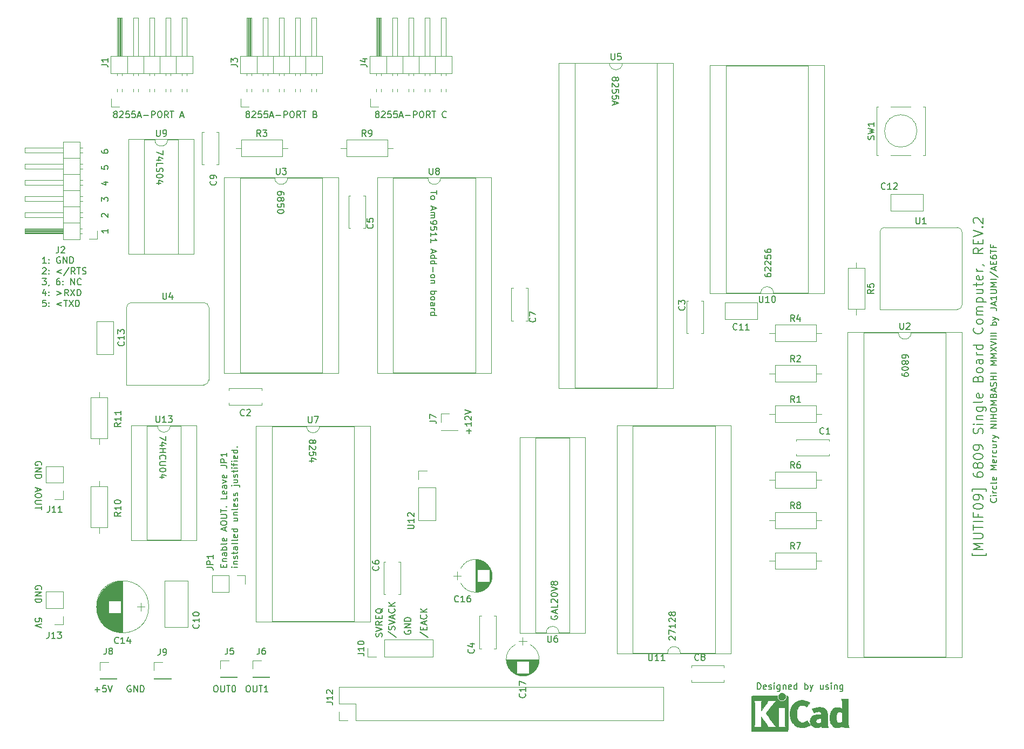
<source format=gto>
G04 #@! TF.FileFunction,Legend,Top*
%FSLAX46Y46*%
G04 Gerber Fmt 4.6, Leading zero omitted, Abs format (unit mm)*
G04 Created by KiCad (PCBNEW 4.0.7) date 09/13/18 13:31:19*
%MOMM*%
%LPD*%
G01*
G04 APERTURE LIST*
%ADD10C,0.100000*%
%ADD11C,0.150000*%
%ADD12C,0.200000*%
%ADD13C,0.120000*%
%ADD14C,0.010000*%
G04 APERTURE END LIST*
D10*
D11*
X107404762Y-126404762D02*
X108690476Y-127261905D01*
X108404762Y-126119048D02*
X108452381Y-125976191D01*
X108452381Y-125738095D01*
X108404762Y-125642857D01*
X108357143Y-125595238D01*
X108261905Y-125547619D01*
X108166667Y-125547619D01*
X108071429Y-125595238D01*
X108023810Y-125642857D01*
X107976190Y-125738095D01*
X107928571Y-125928572D01*
X107880952Y-126023810D01*
X107833333Y-126071429D01*
X107738095Y-126119048D01*
X107642857Y-126119048D01*
X107547619Y-126071429D01*
X107500000Y-126023810D01*
X107452381Y-125928572D01*
X107452381Y-125690476D01*
X107500000Y-125547619D01*
X107452381Y-125261905D02*
X108452381Y-124928572D01*
X107452381Y-124595238D01*
X108166667Y-124309524D02*
X108166667Y-123833333D01*
X108452381Y-124404762D02*
X107452381Y-124071429D01*
X108452381Y-123738095D01*
X108357143Y-122833333D02*
X108404762Y-122880952D01*
X108452381Y-123023809D01*
X108452381Y-123119047D01*
X108404762Y-123261905D01*
X108309524Y-123357143D01*
X108214286Y-123404762D01*
X108023810Y-123452381D01*
X107880952Y-123452381D01*
X107690476Y-123404762D01*
X107595238Y-123357143D01*
X107500000Y-123261905D01*
X107452381Y-123119047D01*
X107452381Y-123023809D01*
X107500000Y-122880952D01*
X107547619Y-122833333D01*
X108452381Y-122404762D02*
X107452381Y-122404762D01*
X108452381Y-121833333D02*
X107880952Y-122261905D01*
X107452381Y-121833333D02*
X108023810Y-122404762D01*
X106404762Y-127190476D02*
X106452381Y-127047619D01*
X106452381Y-126809523D01*
X106404762Y-126714285D01*
X106357143Y-126666666D01*
X106261905Y-126619047D01*
X106166667Y-126619047D01*
X106071429Y-126666666D01*
X106023810Y-126714285D01*
X105976190Y-126809523D01*
X105928571Y-127000000D01*
X105880952Y-127095238D01*
X105833333Y-127142857D01*
X105738095Y-127190476D01*
X105642857Y-127190476D01*
X105547619Y-127142857D01*
X105500000Y-127095238D01*
X105452381Y-127000000D01*
X105452381Y-126761904D01*
X105500000Y-126619047D01*
X105452381Y-126333333D02*
X106452381Y-126000000D01*
X105452381Y-125666666D01*
X106452381Y-124761904D02*
X105976190Y-125095238D01*
X106452381Y-125333333D02*
X105452381Y-125333333D01*
X105452381Y-124952380D01*
X105500000Y-124857142D01*
X105547619Y-124809523D01*
X105642857Y-124761904D01*
X105785714Y-124761904D01*
X105880952Y-124809523D01*
X105928571Y-124857142D01*
X105976190Y-124952380D01*
X105976190Y-125333333D01*
X105928571Y-124333333D02*
X105928571Y-123999999D01*
X106452381Y-123857142D02*
X106452381Y-124333333D01*
X105452381Y-124333333D01*
X105452381Y-123857142D01*
X106547619Y-122761904D02*
X106500000Y-122857142D01*
X106404762Y-122952380D01*
X106261905Y-123095237D01*
X106214286Y-123190476D01*
X106214286Y-123285714D01*
X106452381Y-123238095D02*
X106404762Y-123333333D01*
X106309524Y-123428571D01*
X106119048Y-123476190D01*
X105785714Y-123476190D01*
X105595238Y-123428571D01*
X105500000Y-123333333D01*
X105452381Y-123238095D01*
X105452381Y-123047618D01*
X105500000Y-122952380D01*
X105595238Y-122857142D01*
X105785714Y-122809523D01*
X106119048Y-122809523D01*
X106309524Y-122857142D01*
X106404762Y-122952380D01*
X106452381Y-123047618D01*
X106452381Y-123238095D01*
X110000000Y-126261904D02*
X109952381Y-126357142D01*
X109952381Y-126499999D01*
X110000000Y-126642857D01*
X110095238Y-126738095D01*
X110190476Y-126785714D01*
X110380952Y-126833333D01*
X110523810Y-126833333D01*
X110714286Y-126785714D01*
X110809524Y-126738095D01*
X110904762Y-126642857D01*
X110952381Y-126499999D01*
X110952381Y-126404761D01*
X110904762Y-126261904D01*
X110857143Y-126214285D01*
X110523810Y-126214285D01*
X110523810Y-126404761D01*
X110952381Y-125785714D02*
X109952381Y-125785714D01*
X110952381Y-125214285D01*
X109952381Y-125214285D01*
X110952381Y-124738095D02*
X109952381Y-124738095D01*
X109952381Y-124500000D01*
X110000000Y-124357142D01*
X110095238Y-124261904D01*
X110190476Y-124214285D01*
X110380952Y-124166666D01*
X110523810Y-124166666D01*
X110714286Y-124214285D01*
X110809524Y-124261904D01*
X110904762Y-124357142D01*
X110952381Y-124500000D01*
X110952381Y-124738095D01*
X112404762Y-126452381D02*
X113690476Y-127309524D01*
X112928571Y-126119048D02*
X112928571Y-125785714D01*
X113452381Y-125642857D02*
X113452381Y-126119048D01*
X112452381Y-126119048D01*
X112452381Y-125642857D01*
X113166667Y-125261905D02*
X113166667Y-124785714D01*
X113452381Y-125357143D02*
X112452381Y-125023810D01*
X113452381Y-124690476D01*
X113357143Y-123785714D02*
X113404762Y-123833333D01*
X113452381Y-123976190D01*
X113452381Y-124071428D01*
X113404762Y-124214286D01*
X113309524Y-124309524D01*
X113214286Y-124357143D01*
X113023810Y-124404762D01*
X112880952Y-124404762D01*
X112690476Y-124357143D01*
X112595238Y-124309524D01*
X112500000Y-124214286D01*
X112452381Y-124071428D01*
X112452381Y-123976190D01*
X112500000Y-123833333D01*
X112547619Y-123785714D01*
X113452381Y-123357143D02*
X112452381Y-123357143D01*
X113452381Y-122785714D02*
X112880952Y-123214286D01*
X112452381Y-122785714D02*
X113023810Y-123357143D01*
D12*
X53761905Y-68552381D02*
X53190476Y-68552381D01*
X53476190Y-68552381D02*
X53476190Y-67552381D01*
X53380952Y-67695238D01*
X53285714Y-67790476D01*
X53190476Y-67838095D01*
X54190476Y-68457143D02*
X54238095Y-68504762D01*
X54190476Y-68552381D01*
X54142857Y-68504762D01*
X54190476Y-68457143D01*
X54190476Y-68552381D01*
X54190476Y-67933333D02*
X54238095Y-67980952D01*
X54190476Y-68028571D01*
X54142857Y-67980952D01*
X54190476Y-67933333D01*
X54190476Y-68028571D01*
X55952381Y-67600000D02*
X55857143Y-67552381D01*
X55714286Y-67552381D01*
X55571428Y-67600000D01*
X55476190Y-67695238D01*
X55428571Y-67790476D01*
X55380952Y-67980952D01*
X55380952Y-68123810D01*
X55428571Y-68314286D01*
X55476190Y-68409524D01*
X55571428Y-68504762D01*
X55714286Y-68552381D01*
X55809524Y-68552381D01*
X55952381Y-68504762D01*
X56000000Y-68457143D01*
X56000000Y-68123810D01*
X55809524Y-68123810D01*
X56428571Y-68552381D02*
X56428571Y-67552381D01*
X57000000Y-68552381D01*
X57000000Y-67552381D01*
X57476190Y-68552381D02*
X57476190Y-67552381D01*
X57714285Y-67552381D01*
X57857143Y-67600000D01*
X57952381Y-67695238D01*
X58000000Y-67790476D01*
X58047619Y-67980952D01*
X58047619Y-68123810D01*
X58000000Y-68314286D01*
X57952381Y-68409524D01*
X57857143Y-68504762D01*
X57714285Y-68552381D01*
X57476190Y-68552381D01*
X53190476Y-69347619D02*
X53238095Y-69300000D01*
X53333333Y-69252381D01*
X53571429Y-69252381D01*
X53666667Y-69300000D01*
X53714286Y-69347619D01*
X53761905Y-69442857D01*
X53761905Y-69538095D01*
X53714286Y-69680952D01*
X53142857Y-70252381D01*
X53761905Y-70252381D01*
X54190476Y-70157143D02*
X54238095Y-70204762D01*
X54190476Y-70252381D01*
X54142857Y-70204762D01*
X54190476Y-70157143D01*
X54190476Y-70252381D01*
X54190476Y-69633333D02*
X54238095Y-69680952D01*
X54190476Y-69728571D01*
X54142857Y-69680952D01*
X54190476Y-69633333D01*
X54190476Y-69728571D01*
X56190476Y-69585714D02*
X55428571Y-69871429D01*
X56190476Y-70157143D01*
X57380952Y-69204762D02*
X56523809Y-70490476D01*
X58285714Y-70252381D02*
X57952380Y-69776190D01*
X57714285Y-70252381D02*
X57714285Y-69252381D01*
X58095238Y-69252381D01*
X58190476Y-69300000D01*
X58238095Y-69347619D01*
X58285714Y-69442857D01*
X58285714Y-69585714D01*
X58238095Y-69680952D01*
X58190476Y-69728571D01*
X58095238Y-69776190D01*
X57714285Y-69776190D01*
X58571428Y-69252381D02*
X59142857Y-69252381D01*
X58857142Y-70252381D02*
X58857142Y-69252381D01*
X59428571Y-70204762D02*
X59571428Y-70252381D01*
X59809524Y-70252381D01*
X59904762Y-70204762D01*
X59952381Y-70157143D01*
X60000000Y-70061905D01*
X60000000Y-69966667D01*
X59952381Y-69871429D01*
X59904762Y-69823810D01*
X59809524Y-69776190D01*
X59619047Y-69728571D01*
X59523809Y-69680952D01*
X59476190Y-69633333D01*
X59428571Y-69538095D01*
X59428571Y-69442857D01*
X59476190Y-69347619D01*
X59523809Y-69300000D01*
X59619047Y-69252381D01*
X59857143Y-69252381D01*
X60000000Y-69300000D01*
X53142857Y-70952381D02*
X53761905Y-70952381D01*
X53428571Y-71333333D01*
X53571429Y-71333333D01*
X53666667Y-71380952D01*
X53714286Y-71428571D01*
X53761905Y-71523810D01*
X53761905Y-71761905D01*
X53714286Y-71857143D01*
X53666667Y-71904762D01*
X53571429Y-71952381D01*
X53285714Y-71952381D01*
X53190476Y-71904762D01*
X53142857Y-71857143D01*
X54238095Y-71904762D02*
X54238095Y-71952381D01*
X54190476Y-72047619D01*
X54142857Y-72095238D01*
X55857143Y-70952381D02*
X55666666Y-70952381D01*
X55571428Y-71000000D01*
X55523809Y-71047619D01*
X55428571Y-71190476D01*
X55380952Y-71380952D01*
X55380952Y-71761905D01*
X55428571Y-71857143D01*
X55476190Y-71904762D01*
X55571428Y-71952381D01*
X55761905Y-71952381D01*
X55857143Y-71904762D01*
X55904762Y-71857143D01*
X55952381Y-71761905D01*
X55952381Y-71523810D01*
X55904762Y-71428571D01*
X55857143Y-71380952D01*
X55761905Y-71333333D01*
X55571428Y-71333333D01*
X55476190Y-71380952D01*
X55428571Y-71428571D01*
X55380952Y-71523810D01*
X56380952Y-71857143D02*
X56428571Y-71904762D01*
X56380952Y-71952381D01*
X56333333Y-71904762D01*
X56380952Y-71857143D01*
X56380952Y-71952381D01*
X56380952Y-71333333D02*
X56428571Y-71380952D01*
X56380952Y-71428571D01*
X56333333Y-71380952D01*
X56380952Y-71333333D01*
X56380952Y-71428571D01*
X57619047Y-71952381D02*
X57619047Y-70952381D01*
X58190476Y-71952381D01*
X58190476Y-70952381D01*
X59238095Y-71857143D02*
X59190476Y-71904762D01*
X59047619Y-71952381D01*
X58952381Y-71952381D01*
X58809523Y-71904762D01*
X58714285Y-71809524D01*
X58666666Y-71714286D01*
X58619047Y-71523810D01*
X58619047Y-71380952D01*
X58666666Y-71190476D01*
X58714285Y-71095238D01*
X58809523Y-71000000D01*
X58952381Y-70952381D01*
X59047619Y-70952381D01*
X59190476Y-71000000D01*
X59238095Y-71047619D01*
X53666667Y-72985714D02*
X53666667Y-73652381D01*
X53428571Y-72604762D02*
X53190476Y-73319048D01*
X53809524Y-73319048D01*
X54190476Y-73557143D02*
X54238095Y-73604762D01*
X54190476Y-73652381D01*
X54142857Y-73604762D01*
X54190476Y-73557143D01*
X54190476Y-73652381D01*
X54190476Y-73033333D02*
X54238095Y-73080952D01*
X54190476Y-73128571D01*
X54142857Y-73080952D01*
X54190476Y-73033333D01*
X54190476Y-73128571D01*
X55428571Y-72985714D02*
X56190476Y-73271429D01*
X55428571Y-73557143D01*
X57238095Y-73652381D02*
X56904761Y-73176190D01*
X56666666Y-73652381D02*
X56666666Y-72652381D01*
X57047619Y-72652381D01*
X57142857Y-72700000D01*
X57190476Y-72747619D01*
X57238095Y-72842857D01*
X57238095Y-72985714D01*
X57190476Y-73080952D01*
X57142857Y-73128571D01*
X57047619Y-73176190D01*
X56666666Y-73176190D01*
X57571428Y-72652381D02*
X58238095Y-73652381D01*
X58238095Y-72652381D02*
X57571428Y-73652381D01*
X58619047Y-73652381D02*
X58619047Y-72652381D01*
X58857142Y-72652381D01*
X59000000Y-72700000D01*
X59095238Y-72795238D01*
X59142857Y-72890476D01*
X59190476Y-73080952D01*
X59190476Y-73223810D01*
X59142857Y-73414286D01*
X59095238Y-73509524D01*
X59000000Y-73604762D01*
X58857142Y-73652381D01*
X58619047Y-73652381D01*
X53714286Y-74352381D02*
X53238095Y-74352381D01*
X53190476Y-74828571D01*
X53238095Y-74780952D01*
X53333333Y-74733333D01*
X53571429Y-74733333D01*
X53666667Y-74780952D01*
X53714286Y-74828571D01*
X53761905Y-74923810D01*
X53761905Y-75161905D01*
X53714286Y-75257143D01*
X53666667Y-75304762D01*
X53571429Y-75352381D01*
X53333333Y-75352381D01*
X53238095Y-75304762D01*
X53190476Y-75257143D01*
X54190476Y-75257143D02*
X54238095Y-75304762D01*
X54190476Y-75352381D01*
X54142857Y-75304762D01*
X54190476Y-75257143D01*
X54190476Y-75352381D01*
X54190476Y-74733333D02*
X54238095Y-74780952D01*
X54190476Y-74828571D01*
X54142857Y-74780952D01*
X54190476Y-74733333D01*
X54190476Y-74828571D01*
X56190476Y-74685714D02*
X55428571Y-74971429D01*
X56190476Y-75257143D01*
X56523809Y-74352381D02*
X57095238Y-74352381D01*
X56809523Y-75352381D02*
X56809523Y-74352381D01*
X57333333Y-74352381D02*
X58000000Y-75352381D01*
X58000000Y-74352381D02*
X57333333Y-75352381D01*
X58380952Y-75352381D02*
X58380952Y-74352381D01*
X58619047Y-74352381D01*
X58761905Y-74400000D01*
X58857143Y-74495238D01*
X58904762Y-74590476D01*
X58952381Y-74780952D01*
X58952381Y-74923810D01*
X58904762Y-75114286D01*
X58857143Y-75209524D01*
X58761905Y-75304762D01*
X58619047Y-75352381D01*
X58380952Y-75352381D01*
D11*
X62452381Y-58833333D02*
X62452381Y-58214285D01*
X62833333Y-58547619D01*
X62833333Y-58404761D01*
X62880952Y-58309523D01*
X62928571Y-58261904D01*
X63023810Y-58214285D01*
X63261905Y-58214285D01*
X63357143Y-58261904D01*
X63404762Y-58309523D01*
X63452381Y-58404761D01*
X63452381Y-58690476D01*
X63404762Y-58785714D01*
X63357143Y-58833333D01*
X62452381Y-50809523D02*
X62452381Y-51000000D01*
X62500000Y-51095238D01*
X62547619Y-51142857D01*
X62690476Y-51238095D01*
X62880952Y-51285714D01*
X63261905Y-51285714D01*
X63357143Y-51238095D01*
X63404762Y-51190476D01*
X63452381Y-51095238D01*
X63452381Y-50904761D01*
X63404762Y-50809523D01*
X63357143Y-50761904D01*
X63261905Y-50714285D01*
X63023810Y-50714285D01*
X62928571Y-50761904D01*
X62880952Y-50809523D01*
X62833333Y-50904761D01*
X62833333Y-51095238D01*
X62880952Y-51190476D01*
X62928571Y-51238095D01*
X63023810Y-51285714D01*
D12*
X81578571Y-116261905D02*
X81578571Y-115928571D01*
X82102381Y-115785714D02*
X82102381Y-116261905D01*
X81102381Y-116261905D01*
X81102381Y-115785714D01*
X81435714Y-115357143D02*
X82102381Y-115357143D01*
X81530952Y-115357143D02*
X81483333Y-115309524D01*
X81435714Y-115214286D01*
X81435714Y-115071428D01*
X81483333Y-114976190D01*
X81578571Y-114928571D01*
X82102381Y-114928571D01*
X82102381Y-114023809D02*
X81578571Y-114023809D01*
X81483333Y-114071428D01*
X81435714Y-114166666D01*
X81435714Y-114357143D01*
X81483333Y-114452381D01*
X82054762Y-114023809D02*
X82102381Y-114119047D01*
X82102381Y-114357143D01*
X82054762Y-114452381D01*
X81959524Y-114500000D01*
X81864286Y-114500000D01*
X81769048Y-114452381D01*
X81721429Y-114357143D01*
X81721429Y-114119047D01*
X81673810Y-114023809D01*
X82102381Y-113547619D02*
X81102381Y-113547619D01*
X81483333Y-113547619D02*
X81435714Y-113452381D01*
X81435714Y-113261904D01*
X81483333Y-113166666D01*
X81530952Y-113119047D01*
X81626190Y-113071428D01*
X81911905Y-113071428D01*
X82007143Y-113119047D01*
X82054762Y-113166666D01*
X82102381Y-113261904D01*
X82102381Y-113452381D01*
X82054762Y-113547619D01*
X82102381Y-112500000D02*
X82054762Y-112595238D01*
X81959524Y-112642857D01*
X81102381Y-112642857D01*
X82054762Y-111738094D02*
X82102381Y-111833332D01*
X82102381Y-112023809D01*
X82054762Y-112119047D01*
X81959524Y-112166666D01*
X81578571Y-112166666D01*
X81483333Y-112119047D01*
X81435714Y-112023809D01*
X81435714Y-111833332D01*
X81483333Y-111738094D01*
X81578571Y-111690475D01*
X81673810Y-111690475D01*
X81769048Y-112166666D01*
X81816667Y-110547618D02*
X81816667Y-110071427D01*
X82102381Y-110642856D02*
X81102381Y-110309523D01*
X82102381Y-109976189D01*
X81102381Y-109452380D02*
X81102381Y-109261903D01*
X81150000Y-109166665D01*
X81245238Y-109071427D01*
X81435714Y-109023808D01*
X81769048Y-109023808D01*
X81959524Y-109071427D01*
X82054762Y-109166665D01*
X82102381Y-109261903D01*
X82102381Y-109452380D01*
X82054762Y-109547618D01*
X81959524Y-109642856D01*
X81769048Y-109690475D01*
X81435714Y-109690475D01*
X81245238Y-109642856D01*
X81150000Y-109547618D01*
X81102381Y-109452380D01*
X81102381Y-108595237D02*
X81911905Y-108595237D01*
X82007143Y-108547618D01*
X82054762Y-108499999D01*
X82102381Y-108404761D01*
X82102381Y-108214284D01*
X82054762Y-108119046D01*
X82007143Y-108071427D01*
X81911905Y-108023808D01*
X81102381Y-108023808D01*
X81102381Y-107690475D02*
X81102381Y-107119046D01*
X82102381Y-107404761D02*
X81102381Y-107404761D01*
X82007143Y-106785713D02*
X82054762Y-106738094D01*
X82102381Y-106785713D01*
X82054762Y-106833332D01*
X82007143Y-106785713D01*
X82102381Y-106785713D01*
X82102381Y-105071427D02*
X82102381Y-105547618D01*
X81102381Y-105547618D01*
X82054762Y-104357141D02*
X82102381Y-104452379D01*
X82102381Y-104642856D01*
X82054762Y-104738094D01*
X81959524Y-104785713D01*
X81578571Y-104785713D01*
X81483333Y-104738094D01*
X81435714Y-104642856D01*
X81435714Y-104452379D01*
X81483333Y-104357141D01*
X81578571Y-104309522D01*
X81673810Y-104309522D01*
X81769048Y-104785713D01*
X82102381Y-103452379D02*
X81578571Y-103452379D01*
X81483333Y-103499998D01*
X81435714Y-103595236D01*
X81435714Y-103785713D01*
X81483333Y-103880951D01*
X82054762Y-103452379D02*
X82102381Y-103547617D01*
X82102381Y-103785713D01*
X82054762Y-103880951D01*
X81959524Y-103928570D01*
X81864286Y-103928570D01*
X81769048Y-103880951D01*
X81721429Y-103785713D01*
X81721429Y-103547617D01*
X81673810Y-103452379D01*
X81435714Y-103071427D02*
X82102381Y-102833332D01*
X81435714Y-102595236D01*
X82054762Y-101833331D02*
X82102381Y-101928569D01*
X82102381Y-102119046D01*
X82054762Y-102214284D01*
X81959524Y-102261903D01*
X81578571Y-102261903D01*
X81483333Y-102214284D01*
X81435714Y-102119046D01*
X81435714Y-101928569D01*
X81483333Y-101833331D01*
X81578571Y-101785712D01*
X81673810Y-101785712D01*
X81769048Y-102261903D01*
X81102381Y-100309521D02*
X81816667Y-100309521D01*
X81959524Y-100357141D01*
X82054762Y-100452379D01*
X82102381Y-100595236D01*
X82102381Y-100690474D01*
X82102381Y-99833331D02*
X81102381Y-99833331D01*
X81102381Y-99452378D01*
X81150000Y-99357140D01*
X81197619Y-99309521D01*
X81292857Y-99261902D01*
X81435714Y-99261902D01*
X81530952Y-99309521D01*
X81578571Y-99357140D01*
X81626190Y-99452378D01*
X81626190Y-99833331D01*
X82102381Y-98309521D02*
X82102381Y-98880950D01*
X82102381Y-98595236D02*
X81102381Y-98595236D01*
X81245238Y-98690474D01*
X81340476Y-98785712D01*
X81388095Y-98880950D01*
X83802381Y-116261905D02*
X83135714Y-116261905D01*
X82802381Y-116261905D02*
X82850000Y-116309524D01*
X82897619Y-116261905D01*
X82850000Y-116214286D01*
X82802381Y-116261905D01*
X82897619Y-116261905D01*
X83135714Y-115785715D02*
X83802381Y-115785715D01*
X83230952Y-115785715D02*
X83183333Y-115738096D01*
X83135714Y-115642858D01*
X83135714Y-115500000D01*
X83183333Y-115404762D01*
X83278571Y-115357143D01*
X83802381Y-115357143D01*
X83754762Y-114928572D02*
X83802381Y-114833334D01*
X83802381Y-114642858D01*
X83754762Y-114547619D01*
X83659524Y-114500000D01*
X83611905Y-114500000D01*
X83516667Y-114547619D01*
X83469048Y-114642858D01*
X83469048Y-114785715D01*
X83421429Y-114880953D01*
X83326190Y-114928572D01*
X83278571Y-114928572D01*
X83183333Y-114880953D01*
X83135714Y-114785715D01*
X83135714Y-114642858D01*
X83183333Y-114547619D01*
X83135714Y-114214286D02*
X83135714Y-113833334D01*
X82802381Y-114071429D02*
X83659524Y-114071429D01*
X83754762Y-114023810D01*
X83802381Y-113928572D01*
X83802381Y-113833334D01*
X83802381Y-113071428D02*
X83278571Y-113071428D01*
X83183333Y-113119047D01*
X83135714Y-113214285D01*
X83135714Y-113404762D01*
X83183333Y-113500000D01*
X83754762Y-113071428D02*
X83802381Y-113166666D01*
X83802381Y-113404762D01*
X83754762Y-113500000D01*
X83659524Y-113547619D01*
X83564286Y-113547619D01*
X83469048Y-113500000D01*
X83421429Y-113404762D01*
X83421429Y-113166666D01*
X83373810Y-113071428D01*
X83802381Y-112452381D02*
X83754762Y-112547619D01*
X83659524Y-112595238D01*
X82802381Y-112595238D01*
X83802381Y-111928571D02*
X83754762Y-112023809D01*
X83659524Y-112071428D01*
X82802381Y-112071428D01*
X83754762Y-111166665D02*
X83802381Y-111261903D01*
X83802381Y-111452380D01*
X83754762Y-111547618D01*
X83659524Y-111595237D01*
X83278571Y-111595237D01*
X83183333Y-111547618D01*
X83135714Y-111452380D01*
X83135714Y-111261903D01*
X83183333Y-111166665D01*
X83278571Y-111119046D01*
X83373810Y-111119046D01*
X83469048Y-111595237D01*
X83802381Y-110261903D02*
X82802381Y-110261903D01*
X83754762Y-110261903D02*
X83802381Y-110357141D01*
X83802381Y-110547618D01*
X83754762Y-110642856D01*
X83707143Y-110690475D01*
X83611905Y-110738094D01*
X83326190Y-110738094D01*
X83230952Y-110690475D01*
X83183333Y-110642856D01*
X83135714Y-110547618D01*
X83135714Y-110357141D01*
X83183333Y-110261903D01*
X83135714Y-108595236D02*
X83802381Y-108595236D01*
X83135714Y-109023808D02*
X83659524Y-109023808D01*
X83754762Y-108976189D01*
X83802381Y-108880951D01*
X83802381Y-108738093D01*
X83754762Y-108642855D01*
X83707143Y-108595236D01*
X83135714Y-108119046D02*
X83802381Y-108119046D01*
X83230952Y-108119046D02*
X83183333Y-108071427D01*
X83135714Y-107976189D01*
X83135714Y-107833331D01*
X83183333Y-107738093D01*
X83278571Y-107690474D01*
X83802381Y-107690474D01*
X83802381Y-107071427D02*
X83754762Y-107166665D01*
X83659524Y-107214284D01*
X82802381Y-107214284D01*
X83754762Y-106309521D02*
X83802381Y-106404759D01*
X83802381Y-106595236D01*
X83754762Y-106690474D01*
X83659524Y-106738093D01*
X83278571Y-106738093D01*
X83183333Y-106690474D01*
X83135714Y-106595236D01*
X83135714Y-106404759D01*
X83183333Y-106309521D01*
X83278571Y-106261902D01*
X83373810Y-106261902D01*
X83469048Y-106738093D01*
X83754762Y-105880950D02*
X83802381Y-105785712D01*
X83802381Y-105595236D01*
X83754762Y-105499997D01*
X83659524Y-105452378D01*
X83611905Y-105452378D01*
X83516667Y-105499997D01*
X83469048Y-105595236D01*
X83469048Y-105738093D01*
X83421429Y-105833331D01*
X83326190Y-105880950D01*
X83278571Y-105880950D01*
X83183333Y-105833331D01*
X83135714Y-105738093D01*
X83135714Y-105595236D01*
X83183333Y-105499997D01*
X83754762Y-105071426D02*
X83802381Y-104976188D01*
X83802381Y-104785712D01*
X83754762Y-104690473D01*
X83659524Y-104642854D01*
X83611905Y-104642854D01*
X83516667Y-104690473D01*
X83469048Y-104785712D01*
X83469048Y-104928569D01*
X83421429Y-105023807D01*
X83326190Y-105071426D01*
X83278571Y-105071426D01*
X83183333Y-105023807D01*
X83135714Y-104928569D01*
X83135714Y-104785712D01*
X83183333Y-104690473D01*
X83135714Y-103452378D02*
X83992857Y-103452378D01*
X84088095Y-103499997D01*
X84135714Y-103595235D01*
X84135714Y-103642854D01*
X82802381Y-103452378D02*
X82850000Y-103499997D01*
X82897619Y-103452378D01*
X82850000Y-103404759D01*
X82802381Y-103452378D01*
X82897619Y-103452378D01*
X83135714Y-102547616D02*
X83802381Y-102547616D01*
X83135714Y-102976188D02*
X83659524Y-102976188D01*
X83754762Y-102928569D01*
X83802381Y-102833331D01*
X83802381Y-102690473D01*
X83754762Y-102595235D01*
X83707143Y-102547616D01*
X83754762Y-102119045D02*
X83802381Y-102023807D01*
X83802381Y-101833331D01*
X83754762Y-101738092D01*
X83659524Y-101690473D01*
X83611905Y-101690473D01*
X83516667Y-101738092D01*
X83469048Y-101833331D01*
X83469048Y-101976188D01*
X83421429Y-102071426D01*
X83326190Y-102119045D01*
X83278571Y-102119045D01*
X83183333Y-102071426D01*
X83135714Y-101976188D01*
X83135714Y-101833331D01*
X83183333Y-101738092D01*
X83135714Y-101404759D02*
X83135714Y-101023807D01*
X82802381Y-101261902D02*
X83659524Y-101261902D01*
X83754762Y-101214283D01*
X83802381Y-101119045D01*
X83802381Y-101023807D01*
X83802381Y-100690473D02*
X83135714Y-100690473D01*
X82802381Y-100690473D02*
X82850000Y-100738092D01*
X82897619Y-100690473D01*
X82850000Y-100642854D01*
X82802381Y-100690473D01*
X82897619Y-100690473D01*
X83135714Y-100357140D02*
X83135714Y-99976188D01*
X83802381Y-100214283D02*
X82945238Y-100214283D01*
X82850000Y-100166664D01*
X82802381Y-100071426D01*
X82802381Y-99976188D01*
X83802381Y-99642854D02*
X83135714Y-99642854D01*
X82802381Y-99642854D02*
X82850000Y-99690473D01*
X82897619Y-99642854D01*
X82850000Y-99595235D01*
X82802381Y-99642854D01*
X82897619Y-99642854D01*
X83754762Y-98785711D02*
X83802381Y-98880949D01*
X83802381Y-99071426D01*
X83754762Y-99166664D01*
X83659524Y-99214283D01*
X83278571Y-99214283D01*
X83183333Y-99166664D01*
X83135714Y-99071426D01*
X83135714Y-98880949D01*
X83183333Y-98785711D01*
X83278571Y-98738092D01*
X83373810Y-98738092D01*
X83469048Y-99214283D01*
X83802381Y-97880949D02*
X82802381Y-97880949D01*
X83754762Y-97880949D02*
X83802381Y-97976187D01*
X83802381Y-98166664D01*
X83754762Y-98261902D01*
X83707143Y-98309521D01*
X83611905Y-98357140D01*
X83326190Y-98357140D01*
X83230952Y-98309521D01*
X83183333Y-98261902D01*
X83135714Y-98166664D01*
X83135714Y-97976187D01*
X83183333Y-97880949D01*
X83707143Y-97404759D02*
X83754762Y-97357140D01*
X83802381Y-97404759D01*
X83754762Y-97452378D01*
X83707143Y-97404759D01*
X83802381Y-97404759D01*
D11*
X95619048Y-96476190D02*
X95666667Y-96380952D01*
X95714286Y-96333333D01*
X95809524Y-96285714D01*
X95857143Y-96285714D01*
X95952381Y-96333333D01*
X96000000Y-96380952D01*
X96047619Y-96476190D01*
X96047619Y-96666667D01*
X96000000Y-96761905D01*
X95952381Y-96809524D01*
X95857143Y-96857143D01*
X95809524Y-96857143D01*
X95714286Y-96809524D01*
X95666667Y-96761905D01*
X95619048Y-96666667D01*
X95619048Y-96476190D01*
X95571429Y-96380952D01*
X95523810Y-96333333D01*
X95428571Y-96285714D01*
X95238095Y-96285714D01*
X95142857Y-96333333D01*
X95095238Y-96380952D01*
X95047619Y-96476190D01*
X95047619Y-96666667D01*
X95095238Y-96761905D01*
X95142857Y-96809524D01*
X95238095Y-96857143D01*
X95428571Y-96857143D01*
X95523810Y-96809524D01*
X95571429Y-96761905D01*
X95619048Y-96666667D01*
X95952381Y-97238095D02*
X96000000Y-97285714D01*
X96047619Y-97380952D01*
X96047619Y-97619048D01*
X96000000Y-97714286D01*
X95952381Y-97761905D01*
X95857143Y-97809524D01*
X95761905Y-97809524D01*
X95619048Y-97761905D01*
X95047619Y-97190476D01*
X95047619Y-97809524D01*
X96047619Y-98714286D02*
X96047619Y-98238095D01*
X95571429Y-98190476D01*
X95619048Y-98238095D01*
X95666667Y-98333333D01*
X95666667Y-98571429D01*
X95619048Y-98666667D01*
X95571429Y-98714286D01*
X95476190Y-98761905D01*
X95238095Y-98761905D01*
X95142857Y-98714286D01*
X95095238Y-98666667D01*
X95047619Y-98571429D01*
X95047619Y-98333333D01*
X95095238Y-98238095D01*
X95142857Y-98190476D01*
X95714286Y-99619048D02*
X95047619Y-99619048D01*
X96095238Y-99380952D02*
X95380952Y-99142857D01*
X95380952Y-99761905D01*
X72547619Y-95690476D02*
X72547619Y-96357143D01*
X71547619Y-95928571D01*
X72214286Y-97166667D02*
X71547619Y-97166667D01*
X72595238Y-96928571D02*
X71880952Y-96690476D01*
X71880952Y-97309524D01*
X71547619Y-97690476D02*
X72547619Y-97690476D01*
X72071429Y-97690476D02*
X72071429Y-98261905D01*
X71547619Y-98261905D02*
X72547619Y-98261905D01*
X71642857Y-99309524D02*
X71595238Y-99261905D01*
X71547619Y-99119048D01*
X71547619Y-99023810D01*
X71595238Y-98880952D01*
X71690476Y-98785714D01*
X71785714Y-98738095D01*
X71976190Y-98690476D01*
X72119048Y-98690476D01*
X72309524Y-98738095D01*
X72404762Y-98785714D01*
X72500000Y-98880952D01*
X72547619Y-99023810D01*
X72547619Y-99119048D01*
X72500000Y-99261905D01*
X72452381Y-99309524D01*
X72547619Y-99738095D02*
X71738095Y-99738095D01*
X71642857Y-99785714D01*
X71595238Y-99833333D01*
X71547619Y-99928571D01*
X71547619Y-100119048D01*
X71595238Y-100214286D01*
X71642857Y-100261905D01*
X71738095Y-100309524D01*
X72547619Y-100309524D01*
X72547619Y-100976190D02*
X72547619Y-101071429D01*
X72500000Y-101166667D01*
X72452381Y-101214286D01*
X72357143Y-101261905D01*
X72166667Y-101309524D01*
X71928571Y-101309524D01*
X71738095Y-101261905D01*
X71642857Y-101214286D01*
X71595238Y-101166667D01*
X71547619Y-101071429D01*
X71547619Y-100976190D01*
X71595238Y-100880952D01*
X71642857Y-100833333D01*
X71738095Y-100785714D01*
X71928571Y-100738095D01*
X72166667Y-100738095D01*
X72357143Y-100785714D01*
X72452381Y-100833333D01*
X72500000Y-100880952D01*
X72547619Y-100976190D01*
X72214286Y-102166667D02*
X71547619Y-102166667D01*
X72595238Y-101928571D02*
X71880952Y-101690476D01*
X71880952Y-102309524D01*
X72047619Y-50857143D02*
X72047619Y-51523810D01*
X71047619Y-51095238D01*
X71714286Y-52333334D02*
X71047619Y-52333334D01*
X72095238Y-52095238D02*
X71380952Y-51857143D01*
X71380952Y-52476191D01*
X71047619Y-53333334D02*
X71047619Y-52857143D01*
X72047619Y-52857143D01*
X71095238Y-53619048D02*
X71047619Y-53761905D01*
X71047619Y-54000001D01*
X71095238Y-54095239D01*
X71142857Y-54142858D01*
X71238095Y-54190477D01*
X71333333Y-54190477D01*
X71428571Y-54142858D01*
X71476190Y-54095239D01*
X71523810Y-54000001D01*
X71571429Y-53809524D01*
X71619048Y-53714286D01*
X71666667Y-53666667D01*
X71761905Y-53619048D01*
X71857143Y-53619048D01*
X71952381Y-53666667D01*
X72000000Y-53714286D01*
X72047619Y-53809524D01*
X72047619Y-54047620D01*
X72000000Y-54190477D01*
X72047619Y-54809524D02*
X72047619Y-54904763D01*
X72000000Y-55000001D01*
X71952381Y-55047620D01*
X71857143Y-55095239D01*
X71666667Y-55142858D01*
X71428571Y-55142858D01*
X71238095Y-55095239D01*
X71142857Y-55047620D01*
X71095238Y-55000001D01*
X71047619Y-54904763D01*
X71047619Y-54809524D01*
X71095238Y-54714286D01*
X71142857Y-54666667D01*
X71238095Y-54619048D01*
X71428571Y-54571429D01*
X71666667Y-54571429D01*
X71857143Y-54619048D01*
X71952381Y-54666667D01*
X72000000Y-54714286D01*
X72047619Y-54809524D01*
X71714286Y-56000001D02*
X71047619Y-56000001D01*
X72095238Y-55761905D02*
X71380952Y-55523810D01*
X71380952Y-56142858D01*
X91047619Y-57761905D02*
X91047619Y-57571428D01*
X91000000Y-57476190D01*
X90952381Y-57428571D01*
X90809524Y-57333333D01*
X90619048Y-57285714D01*
X90238095Y-57285714D01*
X90142857Y-57333333D01*
X90095238Y-57380952D01*
X90047619Y-57476190D01*
X90047619Y-57666667D01*
X90095238Y-57761905D01*
X90142857Y-57809524D01*
X90238095Y-57857143D01*
X90476190Y-57857143D01*
X90571429Y-57809524D01*
X90619048Y-57761905D01*
X90666667Y-57666667D01*
X90666667Y-57476190D01*
X90619048Y-57380952D01*
X90571429Y-57333333D01*
X90476190Y-57285714D01*
X90619048Y-58428571D02*
X90666667Y-58333333D01*
X90714286Y-58285714D01*
X90809524Y-58238095D01*
X90857143Y-58238095D01*
X90952381Y-58285714D01*
X91000000Y-58333333D01*
X91047619Y-58428571D01*
X91047619Y-58619048D01*
X91000000Y-58714286D01*
X90952381Y-58761905D01*
X90857143Y-58809524D01*
X90809524Y-58809524D01*
X90714286Y-58761905D01*
X90666667Y-58714286D01*
X90619048Y-58619048D01*
X90619048Y-58428571D01*
X90571429Y-58333333D01*
X90523810Y-58285714D01*
X90428571Y-58238095D01*
X90238095Y-58238095D01*
X90142857Y-58285714D01*
X90095238Y-58333333D01*
X90047619Y-58428571D01*
X90047619Y-58619048D01*
X90095238Y-58714286D01*
X90142857Y-58761905D01*
X90238095Y-58809524D01*
X90428571Y-58809524D01*
X90523810Y-58761905D01*
X90571429Y-58714286D01*
X90619048Y-58619048D01*
X91047619Y-59714286D02*
X91047619Y-59238095D01*
X90571429Y-59190476D01*
X90619048Y-59238095D01*
X90666667Y-59333333D01*
X90666667Y-59571429D01*
X90619048Y-59666667D01*
X90571429Y-59714286D01*
X90476190Y-59761905D01*
X90238095Y-59761905D01*
X90142857Y-59714286D01*
X90095238Y-59666667D01*
X90047619Y-59571429D01*
X90047619Y-59333333D01*
X90095238Y-59238095D01*
X90142857Y-59190476D01*
X91047619Y-60380952D02*
X91047619Y-60476191D01*
X91000000Y-60571429D01*
X90952381Y-60619048D01*
X90857143Y-60666667D01*
X90666667Y-60714286D01*
X90428571Y-60714286D01*
X90238095Y-60666667D01*
X90142857Y-60619048D01*
X90095238Y-60571429D01*
X90047619Y-60476191D01*
X90047619Y-60380952D01*
X90095238Y-60285714D01*
X90142857Y-60238095D01*
X90238095Y-60190476D01*
X90428571Y-60142857D01*
X90666667Y-60142857D01*
X90857143Y-60190476D01*
X90952381Y-60238095D01*
X91000000Y-60285714D01*
X91047619Y-60380952D01*
X115047619Y-57142856D02*
X115047619Y-57714285D01*
X114047619Y-57428570D02*
X115047619Y-57428570D01*
X114047619Y-58190475D02*
X114095238Y-58095237D01*
X114142857Y-58047618D01*
X114238095Y-57999999D01*
X114523810Y-57999999D01*
X114619048Y-58047618D01*
X114666667Y-58095237D01*
X114714286Y-58190475D01*
X114714286Y-58333333D01*
X114666667Y-58428571D01*
X114619048Y-58476190D01*
X114523810Y-58523809D01*
X114238095Y-58523809D01*
X114142857Y-58476190D01*
X114095238Y-58428571D01*
X114047619Y-58333333D01*
X114047619Y-58190475D01*
X114333333Y-59666666D02*
X114333333Y-60142857D01*
X114047619Y-59571428D02*
X115047619Y-59904761D01*
X114047619Y-60238095D01*
X114047619Y-60571428D02*
X114714286Y-60571428D01*
X114619048Y-60571428D02*
X114666667Y-60619047D01*
X114714286Y-60714285D01*
X114714286Y-60857143D01*
X114666667Y-60952381D01*
X114571429Y-61000000D01*
X114047619Y-61000000D01*
X114571429Y-61000000D02*
X114666667Y-61047619D01*
X114714286Y-61142857D01*
X114714286Y-61285714D01*
X114666667Y-61380952D01*
X114571429Y-61428571D01*
X114047619Y-61428571D01*
X114047619Y-61952380D02*
X114047619Y-62142856D01*
X114095238Y-62238095D01*
X114142857Y-62285714D01*
X114285714Y-62380952D01*
X114476190Y-62428571D01*
X114857143Y-62428571D01*
X114952381Y-62380952D01*
X115000000Y-62333333D01*
X115047619Y-62238095D01*
X115047619Y-62047618D01*
X115000000Y-61952380D01*
X114952381Y-61904761D01*
X114857143Y-61857142D01*
X114619048Y-61857142D01*
X114523810Y-61904761D01*
X114476190Y-61952380D01*
X114428571Y-62047618D01*
X114428571Y-62238095D01*
X114476190Y-62333333D01*
X114523810Y-62380952D01*
X114619048Y-62428571D01*
X115047619Y-63333333D02*
X115047619Y-62857142D01*
X114571429Y-62809523D01*
X114619048Y-62857142D01*
X114666667Y-62952380D01*
X114666667Y-63190476D01*
X114619048Y-63285714D01*
X114571429Y-63333333D01*
X114476190Y-63380952D01*
X114238095Y-63380952D01*
X114142857Y-63333333D01*
X114095238Y-63285714D01*
X114047619Y-63190476D01*
X114047619Y-62952380D01*
X114095238Y-62857142D01*
X114142857Y-62809523D01*
X114047619Y-64333333D02*
X114047619Y-63761904D01*
X114047619Y-64047618D02*
X115047619Y-64047618D01*
X114904762Y-63952380D01*
X114809524Y-63857142D01*
X114761905Y-63761904D01*
X114047619Y-65285714D02*
X114047619Y-64714285D01*
X114047619Y-64999999D02*
X115047619Y-64999999D01*
X114904762Y-64904761D01*
X114809524Y-64809523D01*
X114761905Y-64714285D01*
X114333333Y-66428571D02*
X114333333Y-66904762D01*
X114047619Y-66333333D02*
X115047619Y-66666666D01*
X114047619Y-67000000D01*
X114047619Y-67761905D02*
X115047619Y-67761905D01*
X114095238Y-67761905D02*
X114047619Y-67666667D01*
X114047619Y-67476190D01*
X114095238Y-67380952D01*
X114142857Y-67333333D01*
X114238095Y-67285714D01*
X114523810Y-67285714D01*
X114619048Y-67333333D01*
X114666667Y-67380952D01*
X114714286Y-67476190D01*
X114714286Y-67666667D01*
X114666667Y-67761905D01*
X114047619Y-68666667D02*
X115047619Y-68666667D01*
X114095238Y-68666667D02*
X114047619Y-68571429D01*
X114047619Y-68380952D01*
X114095238Y-68285714D01*
X114142857Y-68238095D01*
X114238095Y-68190476D01*
X114523810Y-68190476D01*
X114619048Y-68238095D01*
X114666667Y-68285714D01*
X114714286Y-68380952D01*
X114714286Y-68571429D01*
X114666667Y-68666667D01*
X114428571Y-69142857D02*
X114428571Y-69904762D01*
X114047619Y-70523809D02*
X114095238Y-70428571D01*
X114142857Y-70380952D01*
X114238095Y-70333333D01*
X114523810Y-70333333D01*
X114619048Y-70380952D01*
X114666667Y-70428571D01*
X114714286Y-70523809D01*
X114714286Y-70666667D01*
X114666667Y-70761905D01*
X114619048Y-70809524D01*
X114523810Y-70857143D01*
X114238095Y-70857143D01*
X114142857Y-70809524D01*
X114095238Y-70761905D01*
X114047619Y-70666667D01*
X114047619Y-70523809D01*
X114714286Y-71285714D02*
X114047619Y-71285714D01*
X114619048Y-71285714D02*
X114666667Y-71333333D01*
X114714286Y-71428571D01*
X114714286Y-71571429D01*
X114666667Y-71666667D01*
X114571429Y-71714286D01*
X114047619Y-71714286D01*
X114047619Y-72952381D02*
X115047619Y-72952381D01*
X114666667Y-72952381D02*
X114714286Y-73047619D01*
X114714286Y-73238096D01*
X114666667Y-73333334D01*
X114619048Y-73380953D01*
X114523810Y-73428572D01*
X114238095Y-73428572D01*
X114142857Y-73380953D01*
X114095238Y-73333334D01*
X114047619Y-73238096D01*
X114047619Y-73047619D01*
X114095238Y-72952381D01*
X114047619Y-74000000D02*
X114095238Y-73904762D01*
X114142857Y-73857143D01*
X114238095Y-73809524D01*
X114523810Y-73809524D01*
X114619048Y-73857143D01*
X114666667Y-73904762D01*
X114714286Y-74000000D01*
X114714286Y-74142858D01*
X114666667Y-74238096D01*
X114619048Y-74285715D01*
X114523810Y-74333334D01*
X114238095Y-74333334D01*
X114142857Y-74285715D01*
X114095238Y-74238096D01*
X114047619Y-74142858D01*
X114047619Y-74000000D01*
X114047619Y-75190477D02*
X114571429Y-75190477D01*
X114666667Y-75142858D01*
X114714286Y-75047620D01*
X114714286Y-74857143D01*
X114666667Y-74761905D01*
X114095238Y-75190477D02*
X114047619Y-75095239D01*
X114047619Y-74857143D01*
X114095238Y-74761905D01*
X114190476Y-74714286D01*
X114285714Y-74714286D01*
X114380952Y-74761905D01*
X114428571Y-74857143D01*
X114428571Y-75095239D01*
X114476190Y-75190477D01*
X114047619Y-75666667D02*
X114714286Y-75666667D01*
X114523810Y-75666667D02*
X114619048Y-75714286D01*
X114666667Y-75761905D01*
X114714286Y-75857143D01*
X114714286Y-75952382D01*
X114047619Y-76714287D02*
X115047619Y-76714287D01*
X114095238Y-76714287D02*
X114047619Y-76619049D01*
X114047619Y-76428572D01*
X114095238Y-76333334D01*
X114142857Y-76285715D01*
X114238095Y-76238096D01*
X114523810Y-76238096D01*
X114619048Y-76285715D01*
X114666667Y-76333334D01*
X114714286Y-76428572D01*
X114714286Y-76619049D01*
X114666667Y-76714287D01*
X133000000Y-123928571D02*
X132952381Y-124023809D01*
X132952381Y-124166666D01*
X133000000Y-124309524D01*
X133095238Y-124404762D01*
X133190476Y-124452381D01*
X133380952Y-124500000D01*
X133523810Y-124500000D01*
X133714286Y-124452381D01*
X133809524Y-124404762D01*
X133904762Y-124309524D01*
X133952381Y-124166666D01*
X133952381Y-124071428D01*
X133904762Y-123928571D01*
X133857143Y-123880952D01*
X133523810Y-123880952D01*
X133523810Y-124071428D01*
X133666667Y-123500000D02*
X133666667Y-123023809D01*
X133952381Y-123595238D02*
X132952381Y-123261905D01*
X133952381Y-122928571D01*
X133952381Y-122119047D02*
X133952381Y-122595238D01*
X132952381Y-122595238D01*
X133047619Y-121833333D02*
X133000000Y-121785714D01*
X132952381Y-121690476D01*
X132952381Y-121452380D01*
X133000000Y-121357142D01*
X133047619Y-121309523D01*
X133142857Y-121261904D01*
X133238095Y-121261904D01*
X133380952Y-121309523D01*
X133952381Y-121880952D01*
X133952381Y-121261904D01*
X132952381Y-120642857D02*
X132952381Y-120547618D01*
X133000000Y-120452380D01*
X133047619Y-120404761D01*
X133142857Y-120357142D01*
X133333333Y-120309523D01*
X133571429Y-120309523D01*
X133761905Y-120357142D01*
X133857143Y-120404761D01*
X133904762Y-120452380D01*
X133952381Y-120547618D01*
X133952381Y-120642857D01*
X133904762Y-120738095D01*
X133857143Y-120785714D01*
X133761905Y-120833333D01*
X133571429Y-120880952D01*
X133333333Y-120880952D01*
X133142857Y-120833333D01*
X133047619Y-120785714D01*
X133000000Y-120738095D01*
X132952381Y-120642857D01*
X132952381Y-120023809D02*
X133952381Y-119690476D01*
X132952381Y-119357142D01*
X133380952Y-118880952D02*
X133333333Y-118976190D01*
X133285714Y-119023809D01*
X133190476Y-119071428D01*
X133142857Y-119071428D01*
X133047619Y-119023809D01*
X133000000Y-118976190D01*
X132952381Y-118880952D01*
X132952381Y-118690475D01*
X133000000Y-118595237D01*
X133047619Y-118547618D01*
X133142857Y-118499999D01*
X133190476Y-118499999D01*
X133285714Y-118547618D01*
X133333333Y-118595237D01*
X133380952Y-118690475D01*
X133380952Y-118880952D01*
X133428571Y-118976190D01*
X133476190Y-119023809D01*
X133571429Y-119071428D01*
X133761905Y-119071428D01*
X133857143Y-119023809D01*
X133904762Y-118976190D01*
X133952381Y-118880952D01*
X133952381Y-118690475D01*
X133904762Y-118595237D01*
X133857143Y-118547618D01*
X133761905Y-118499999D01*
X133571429Y-118499999D01*
X133476190Y-118547618D01*
X133428571Y-118595237D01*
X133380952Y-118690475D01*
X151547619Y-127690476D02*
X151500000Y-127642857D01*
X151452381Y-127547619D01*
X151452381Y-127309523D01*
X151500000Y-127214285D01*
X151547619Y-127166666D01*
X151642857Y-127119047D01*
X151738095Y-127119047D01*
X151880952Y-127166666D01*
X152452381Y-127738095D01*
X152452381Y-127119047D01*
X151452381Y-126785714D02*
X151452381Y-126119047D01*
X152452381Y-126547619D01*
X152452381Y-125214285D02*
X152452381Y-125785714D01*
X152452381Y-125500000D02*
X151452381Y-125500000D01*
X151595238Y-125595238D01*
X151690476Y-125690476D01*
X151738095Y-125785714D01*
X151547619Y-124833333D02*
X151500000Y-124785714D01*
X151452381Y-124690476D01*
X151452381Y-124452380D01*
X151500000Y-124357142D01*
X151547619Y-124309523D01*
X151642857Y-124261904D01*
X151738095Y-124261904D01*
X151880952Y-124309523D01*
X152452381Y-124880952D01*
X152452381Y-124261904D01*
X151880952Y-123690476D02*
X151833333Y-123785714D01*
X151785714Y-123833333D01*
X151690476Y-123880952D01*
X151642857Y-123880952D01*
X151547619Y-123833333D01*
X151500000Y-123785714D01*
X151452381Y-123690476D01*
X151452381Y-123499999D01*
X151500000Y-123404761D01*
X151547619Y-123357142D01*
X151642857Y-123309523D01*
X151690476Y-123309523D01*
X151785714Y-123357142D01*
X151833333Y-123404761D01*
X151880952Y-123499999D01*
X151880952Y-123690476D01*
X151928571Y-123785714D01*
X151976190Y-123833333D01*
X152071429Y-123880952D01*
X152261905Y-123880952D01*
X152357143Y-123833333D01*
X152404762Y-123785714D01*
X152452381Y-123690476D01*
X152452381Y-123499999D01*
X152404762Y-123404761D01*
X152357143Y-123357142D01*
X152261905Y-123309523D01*
X152071429Y-123309523D01*
X151976190Y-123357142D01*
X151928571Y-123404761D01*
X151880952Y-123499999D01*
X166452381Y-70214285D02*
X166452381Y-70404762D01*
X166500000Y-70500000D01*
X166547619Y-70547619D01*
X166690476Y-70642857D01*
X166880952Y-70690476D01*
X167261905Y-70690476D01*
X167357143Y-70642857D01*
X167404762Y-70595238D01*
X167452381Y-70500000D01*
X167452381Y-70309523D01*
X167404762Y-70214285D01*
X167357143Y-70166666D01*
X167261905Y-70119047D01*
X167023810Y-70119047D01*
X166928571Y-70166666D01*
X166880952Y-70214285D01*
X166833333Y-70309523D01*
X166833333Y-70500000D01*
X166880952Y-70595238D01*
X166928571Y-70642857D01*
X167023810Y-70690476D01*
X166547619Y-69738095D02*
X166500000Y-69690476D01*
X166452381Y-69595238D01*
X166452381Y-69357142D01*
X166500000Y-69261904D01*
X166547619Y-69214285D01*
X166642857Y-69166666D01*
X166738095Y-69166666D01*
X166880952Y-69214285D01*
X167452381Y-69785714D01*
X167452381Y-69166666D01*
X166547619Y-68785714D02*
X166500000Y-68738095D01*
X166452381Y-68642857D01*
X166452381Y-68404761D01*
X166500000Y-68309523D01*
X166547619Y-68261904D01*
X166642857Y-68214285D01*
X166738095Y-68214285D01*
X166880952Y-68261904D01*
X167452381Y-68833333D01*
X167452381Y-68214285D01*
X166452381Y-67309523D02*
X166452381Y-67785714D01*
X166928571Y-67833333D01*
X166880952Y-67785714D01*
X166833333Y-67690476D01*
X166833333Y-67452380D01*
X166880952Y-67357142D01*
X166928571Y-67309523D01*
X167023810Y-67261904D01*
X167261905Y-67261904D01*
X167357143Y-67309523D01*
X167404762Y-67357142D01*
X167452381Y-67452380D01*
X167452381Y-67690476D01*
X167404762Y-67785714D01*
X167357143Y-67833333D01*
X166452381Y-66404761D02*
X166452381Y-66595238D01*
X166500000Y-66690476D01*
X166547619Y-66738095D01*
X166690476Y-66833333D01*
X166880952Y-66880952D01*
X167261905Y-66880952D01*
X167357143Y-66833333D01*
X167404762Y-66785714D01*
X167452381Y-66690476D01*
X167452381Y-66499999D01*
X167404762Y-66404761D01*
X167357143Y-66357142D01*
X167261905Y-66309523D01*
X167023810Y-66309523D01*
X166928571Y-66357142D01*
X166880952Y-66404761D01*
X166833333Y-66499999D01*
X166833333Y-66690476D01*
X166880952Y-66785714D01*
X166928571Y-66833333D01*
X167023810Y-66880952D01*
X143119048Y-39547619D02*
X143166667Y-39452381D01*
X143214286Y-39404762D01*
X143309524Y-39357143D01*
X143357143Y-39357143D01*
X143452381Y-39404762D01*
X143500000Y-39452381D01*
X143547619Y-39547619D01*
X143547619Y-39738096D01*
X143500000Y-39833334D01*
X143452381Y-39880953D01*
X143357143Y-39928572D01*
X143309524Y-39928572D01*
X143214286Y-39880953D01*
X143166667Y-39833334D01*
X143119048Y-39738096D01*
X143119048Y-39547619D01*
X143071429Y-39452381D01*
X143023810Y-39404762D01*
X142928571Y-39357143D01*
X142738095Y-39357143D01*
X142642857Y-39404762D01*
X142595238Y-39452381D01*
X142547619Y-39547619D01*
X142547619Y-39738096D01*
X142595238Y-39833334D01*
X142642857Y-39880953D01*
X142738095Y-39928572D01*
X142928571Y-39928572D01*
X143023810Y-39880953D01*
X143071429Y-39833334D01*
X143119048Y-39738096D01*
X143452381Y-40309524D02*
X143500000Y-40357143D01*
X143547619Y-40452381D01*
X143547619Y-40690477D01*
X143500000Y-40785715D01*
X143452381Y-40833334D01*
X143357143Y-40880953D01*
X143261905Y-40880953D01*
X143119048Y-40833334D01*
X142547619Y-40261905D01*
X142547619Y-40880953D01*
X143547619Y-41785715D02*
X143547619Y-41309524D01*
X143071429Y-41261905D01*
X143119048Y-41309524D01*
X143166667Y-41404762D01*
X143166667Y-41642858D01*
X143119048Y-41738096D01*
X143071429Y-41785715D01*
X142976190Y-41833334D01*
X142738095Y-41833334D01*
X142642857Y-41785715D01*
X142595238Y-41738096D01*
X142547619Y-41642858D01*
X142547619Y-41404762D01*
X142595238Y-41309524D01*
X142642857Y-41261905D01*
X143547619Y-42738096D02*
X143547619Y-42261905D01*
X143071429Y-42214286D01*
X143119048Y-42261905D01*
X143166667Y-42357143D01*
X143166667Y-42595239D01*
X143119048Y-42690477D01*
X143071429Y-42738096D01*
X142976190Y-42785715D01*
X142738095Y-42785715D01*
X142642857Y-42738096D01*
X142595238Y-42690477D01*
X142547619Y-42595239D01*
X142547619Y-42357143D01*
X142595238Y-42261905D01*
X142642857Y-42214286D01*
X142833333Y-43166667D02*
X142833333Y-43642858D01*
X142547619Y-43071429D02*
X143547619Y-43404762D01*
X142547619Y-43738096D01*
D12*
X165285714Y-135452381D02*
X165285714Y-134452381D01*
X165523809Y-134452381D01*
X165666667Y-134500000D01*
X165761905Y-134595238D01*
X165809524Y-134690476D01*
X165857143Y-134880952D01*
X165857143Y-135023810D01*
X165809524Y-135214286D01*
X165761905Y-135309524D01*
X165666667Y-135404762D01*
X165523809Y-135452381D01*
X165285714Y-135452381D01*
X166666667Y-135404762D02*
X166571429Y-135452381D01*
X166380952Y-135452381D01*
X166285714Y-135404762D01*
X166238095Y-135309524D01*
X166238095Y-134928571D01*
X166285714Y-134833333D01*
X166380952Y-134785714D01*
X166571429Y-134785714D01*
X166666667Y-134833333D01*
X166714286Y-134928571D01*
X166714286Y-135023810D01*
X166238095Y-135119048D01*
X167095238Y-135404762D02*
X167190476Y-135452381D01*
X167380952Y-135452381D01*
X167476191Y-135404762D01*
X167523810Y-135309524D01*
X167523810Y-135261905D01*
X167476191Y-135166667D01*
X167380952Y-135119048D01*
X167238095Y-135119048D01*
X167142857Y-135071429D01*
X167095238Y-134976190D01*
X167095238Y-134928571D01*
X167142857Y-134833333D01*
X167238095Y-134785714D01*
X167380952Y-134785714D01*
X167476191Y-134833333D01*
X167952381Y-135452381D02*
X167952381Y-134785714D01*
X167952381Y-134452381D02*
X167904762Y-134500000D01*
X167952381Y-134547619D01*
X168000000Y-134500000D01*
X167952381Y-134452381D01*
X167952381Y-134547619D01*
X168857143Y-134785714D02*
X168857143Y-135595238D01*
X168809524Y-135690476D01*
X168761905Y-135738095D01*
X168666666Y-135785714D01*
X168523809Y-135785714D01*
X168428571Y-135738095D01*
X168857143Y-135404762D02*
X168761905Y-135452381D01*
X168571428Y-135452381D01*
X168476190Y-135404762D01*
X168428571Y-135357143D01*
X168380952Y-135261905D01*
X168380952Y-134976190D01*
X168428571Y-134880952D01*
X168476190Y-134833333D01*
X168571428Y-134785714D01*
X168761905Y-134785714D01*
X168857143Y-134833333D01*
X169333333Y-134785714D02*
X169333333Y-135452381D01*
X169333333Y-134880952D02*
X169380952Y-134833333D01*
X169476190Y-134785714D01*
X169619048Y-134785714D01*
X169714286Y-134833333D01*
X169761905Y-134928571D01*
X169761905Y-135452381D01*
X170619048Y-135404762D02*
X170523810Y-135452381D01*
X170333333Y-135452381D01*
X170238095Y-135404762D01*
X170190476Y-135309524D01*
X170190476Y-134928571D01*
X170238095Y-134833333D01*
X170333333Y-134785714D01*
X170523810Y-134785714D01*
X170619048Y-134833333D01*
X170666667Y-134928571D01*
X170666667Y-135023810D01*
X170190476Y-135119048D01*
X171523810Y-135452381D02*
X171523810Y-134452381D01*
X171523810Y-135404762D02*
X171428572Y-135452381D01*
X171238095Y-135452381D01*
X171142857Y-135404762D01*
X171095238Y-135357143D01*
X171047619Y-135261905D01*
X171047619Y-134976190D01*
X171095238Y-134880952D01*
X171142857Y-134833333D01*
X171238095Y-134785714D01*
X171428572Y-134785714D01*
X171523810Y-134833333D01*
X172761905Y-135452381D02*
X172761905Y-134452381D01*
X172761905Y-134833333D02*
X172857143Y-134785714D01*
X173047620Y-134785714D01*
X173142858Y-134833333D01*
X173190477Y-134880952D01*
X173238096Y-134976190D01*
X173238096Y-135261905D01*
X173190477Y-135357143D01*
X173142858Y-135404762D01*
X173047620Y-135452381D01*
X172857143Y-135452381D01*
X172761905Y-135404762D01*
X173571429Y-134785714D02*
X173809524Y-135452381D01*
X174047620Y-134785714D02*
X173809524Y-135452381D01*
X173714286Y-135690476D01*
X173666667Y-135738095D01*
X173571429Y-135785714D01*
X175619049Y-134785714D02*
X175619049Y-135452381D01*
X175190477Y-134785714D02*
X175190477Y-135309524D01*
X175238096Y-135404762D01*
X175333334Y-135452381D01*
X175476192Y-135452381D01*
X175571430Y-135404762D01*
X175619049Y-135357143D01*
X176047620Y-135404762D02*
X176142858Y-135452381D01*
X176333334Y-135452381D01*
X176428573Y-135404762D01*
X176476192Y-135309524D01*
X176476192Y-135261905D01*
X176428573Y-135166667D01*
X176333334Y-135119048D01*
X176190477Y-135119048D01*
X176095239Y-135071429D01*
X176047620Y-134976190D01*
X176047620Y-134928571D01*
X176095239Y-134833333D01*
X176190477Y-134785714D01*
X176333334Y-134785714D01*
X176428573Y-134833333D01*
X176904763Y-135452381D02*
X176904763Y-134785714D01*
X176904763Y-134452381D02*
X176857144Y-134500000D01*
X176904763Y-134547619D01*
X176952382Y-134500000D01*
X176904763Y-134452381D01*
X176904763Y-134547619D01*
X177380953Y-134785714D02*
X177380953Y-135452381D01*
X177380953Y-134880952D02*
X177428572Y-134833333D01*
X177523810Y-134785714D01*
X177666668Y-134785714D01*
X177761906Y-134833333D01*
X177809525Y-134928571D01*
X177809525Y-135452381D01*
X178714287Y-134785714D02*
X178714287Y-135595238D01*
X178666668Y-135690476D01*
X178619049Y-135738095D01*
X178523810Y-135785714D01*
X178380953Y-135785714D01*
X178285715Y-135738095D01*
X178714287Y-135404762D02*
X178619049Y-135452381D01*
X178428572Y-135452381D01*
X178333334Y-135404762D01*
X178285715Y-135357143D01*
X178238096Y-135261905D01*
X178238096Y-134976190D01*
X178285715Y-134880952D01*
X178333334Y-134833333D01*
X178428572Y-134785714D01*
X178619049Y-134785714D01*
X178714287Y-134833333D01*
D11*
X120071429Y-95261905D02*
X120071429Y-94500000D01*
X120452381Y-94880952D02*
X119690476Y-94880952D01*
X120452381Y-93500000D02*
X120452381Y-94071429D01*
X120452381Y-93785715D02*
X119452381Y-93785715D01*
X119595238Y-93880953D01*
X119690476Y-93976191D01*
X119738095Y-94071429D01*
X119547619Y-93119048D02*
X119500000Y-93071429D01*
X119452381Y-92976191D01*
X119452381Y-92738095D01*
X119500000Y-92642857D01*
X119547619Y-92595238D01*
X119642857Y-92547619D01*
X119738095Y-92547619D01*
X119880952Y-92595238D01*
X120452381Y-93166667D01*
X120452381Y-92547619D01*
X119452381Y-92261905D02*
X120452381Y-91928572D01*
X119452381Y-91595238D01*
X85353809Y-134862381D02*
X85544286Y-134862381D01*
X85639524Y-134910000D01*
X85734762Y-135005238D01*
X85782381Y-135195714D01*
X85782381Y-135529048D01*
X85734762Y-135719524D01*
X85639524Y-135814762D01*
X85544286Y-135862381D01*
X85353809Y-135862381D01*
X85258571Y-135814762D01*
X85163333Y-135719524D01*
X85115714Y-135529048D01*
X85115714Y-135195714D01*
X85163333Y-135005238D01*
X85258571Y-134910000D01*
X85353809Y-134862381D01*
X86210952Y-134862381D02*
X86210952Y-135671905D01*
X86258571Y-135767143D01*
X86306190Y-135814762D01*
X86401428Y-135862381D01*
X86591905Y-135862381D01*
X86687143Y-135814762D01*
X86734762Y-135767143D01*
X86782381Y-135671905D01*
X86782381Y-134862381D01*
X87115714Y-134862381D02*
X87687143Y-134862381D01*
X87401428Y-135862381D02*
X87401428Y-134862381D01*
X88544286Y-135862381D02*
X87972857Y-135862381D01*
X88258571Y-135862381D02*
X88258571Y-134862381D01*
X88163333Y-135005238D01*
X88068095Y-135100476D01*
X87972857Y-135148095D01*
X80273809Y-134862381D02*
X80464286Y-134862381D01*
X80559524Y-134910000D01*
X80654762Y-135005238D01*
X80702381Y-135195714D01*
X80702381Y-135529048D01*
X80654762Y-135719524D01*
X80559524Y-135814762D01*
X80464286Y-135862381D01*
X80273809Y-135862381D01*
X80178571Y-135814762D01*
X80083333Y-135719524D01*
X80035714Y-135529048D01*
X80035714Y-135195714D01*
X80083333Y-135005238D01*
X80178571Y-134910000D01*
X80273809Y-134862381D01*
X81130952Y-134862381D02*
X81130952Y-135671905D01*
X81178571Y-135767143D01*
X81226190Y-135814762D01*
X81321428Y-135862381D01*
X81511905Y-135862381D01*
X81607143Y-135814762D01*
X81654762Y-135767143D01*
X81702381Y-135671905D01*
X81702381Y-134862381D01*
X82035714Y-134862381D02*
X82607143Y-134862381D01*
X82321428Y-135862381D02*
X82321428Y-134862381D01*
X83130952Y-134862381D02*
X83226191Y-134862381D01*
X83321429Y-134910000D01*
X83369048Y-134957619D01*
X83416667Y-135052857D01*
X83464286Y-135243333D01*
X83464286Y-135481429D01*
X83416667Y-135671905D01*
X83369048Y-135767143D01*
X83321429Y-135814762D01*
X83226191Y-135862381D01*
X83130952Y-135862381D01*
X83035714Y-135814762D01*
X82988095Y-135767143D01*
X82940476Y-135671905D01*
X82892857Y-135481429D01*
X82892857Y-135243333D01*
X82940476Y-135052857D01*
X82988095Y-134957619D01*
X83035714Y-134910000D01*
X83130952Y-134862381D01*
X67018096Y-134910000D02*
X66922858Y-134862381D01*
X66780001Y-134862381D01*
X66637143Y-134910000D01*
X66541905Y-135005238D01*
X66494286Y-135100476D01*
X66446667Y-135290952D01*
X66446667Y-135433810D01*
X66494286Y-135624286D01*
X66541905Y-135719524D01*
X66637143Y-135814762D01*
X66780001Y-135862381D01*
X66875239Y-135862381D01*
X67018096Y-135814762D01*
X67065715Y-135767143D01*
X67065715Y-135433810D01*
X66875239Y-135433810D01*
X67494286Y-135862381D02*
X67494286Y-134862381D01*
X68065715Y-135862381D01*
X68065715Y-134862381D01*
X68541905Y-135862381D02*
X68541905Y-134862381D01*
X68780000Y-134862381D01*
X68922858Y-134910000D01*
X69018096Y-135005238D01*
X69065715Y-135100476D01*
X69113334Y-135290952D01*
X69113334Y-135433810D01*
X69065715Y-135624286D01*
X69018096Y-135719524D01*
X68922858Y-135814762D01*
X68780000Y-135862381D01*
X68541905Y-135862381D01*
X61414286Y-135481429D02*
X62176191Y-135481429D01*
X61795239Y-135862381D02*
X61795239Y-135100476D01*
X63128572Y-134862381D02*
X62652381Y-134862381D01*
X62604762Y-135338571D01*
X62652381Y-135290952D01*
X62747619Y-135243333D01*
X62985715Y-135243333D01*
X63080953Y-135290952D01*
X63128572Y-135338571D01*
X63176191Y-135433810D01*
X63176191Y-135671905D01*
X63128572Y-135767143D01*
X63080953Y-135814762D01*
X62985715Y-135862381D01*
X62747619Y-135862381D01*
X62652381Y-135814762D01*
X62604762Y-135767143D01*
X63461905Y-134862381D02*
X63795238Y-135862381D01*
X64128572Y-134862381D01*
X188977619Y-83371905D02*
X188977619Y-83181428D01*
X188930000Y-83086190D01*
X188882381Y-83038571D01*
X188739524Y-82943333D01*
X188549048Y-82895714D01*
X188168095Y-82895714D01*
X188072857Y-82943333D01*
X188025238Y-82990952D01*
X187977619Y-83086190D01*
X187977619Y-83276667D01*
X188025238Y-83371905D01*
X188072857Y-83419524D01*
X188168095Y-83467143D01*
X188406190Y-83467143D01*
X188501429Y-83419524D01*
X188549048Y-83371905D01*
X188596667Y-83276667D01*
X188596667Y-83086190D01*
X188549048Y-82990952D01*
X188501429Y-82943333D01*
X188406190Y-82895714D01*
X188549048Y-84038571D02*
X188596667Y-83943333D01*
X188644286Y-83895714D01*
X188739524Y-83848095D01*
X188787143Y-83848095D01*
X188882381Y-83895714D01*
X188930000Y-83943333D01*
X188977619Y-84038571D01*
X188977619Y-84229048D01*
X188930000Y-84324286D01*
X188882381Y-84371905D01*
X188787143Y-84419524D01*
X188739524Y-84419524D01*
X188644286Y-84371905D01*
X188596667Y-84324286D01*
X188549048Y-84229048D01*
X188549048Y-84038571D01*
X188501429Y-83943333D01*
X188453810Y-83895714D01*
X188358571Y-83848095D01*
X188168095Y-83848095D01*
X188072857Y-83895714D01*
X188025238Y-83943333D01*
X187977619Y-84038571D01*
X187977619Y-84229048D01*
X188025238Y-84324286D01*
X188072857Y-84371905D01*
X188168095Y-84419524D01*
X188358571Y-84419524D01*
X188453810Y-84371905D01*
X188501429Y-84324286D01*
X188549048Y-84229048D01*
X188977619Y-85038571D02*
X188977619Y-85133810D01*
X188930000Y-85229048D01*
X188882381Y-85276667D01*
X188787143Y-85324286D01*
X188596667Y-85371905D01*
X188358571Y-85371905D01*
X188168095Y-85324286D01*
X188072857Y-85276667D01*
X188025238Y-85229048D01*
X187977619Y-85133810D01*
X187977619Y-85038571D01*
X188025238Y-84943333D01*
X188072857Y-84895714D01*
X188168095Y-84848095D01*
X188358571Y-84800476D01*
X188596667Y-84800476D01*
X188787143Y-84848095D01*
X188882381Y-84895714D01*
X188930000Y-84943333D01*
X188977619Y-85038571D01*
X187977619Y-85848095D02*
X187977619Y-86038571D01*
X188025238Y-86133810D01*
X188072857Y-86181429D01*
X188215714Y-86276667D01*
X188406190Y-86324286D01*
X188787143Y-86324286D01*
X188882381Y-86276667D01*
X188930000Y-86229048D01*
X188977619Y-86133810D01*
X188977619Y-85943333D01*
X188930000Y-85848095D01*
X188882381Y-85800476D01*
X188787143Y-85752857D01*
X188549048Y-85752857D01*
X188453810Y-85800476D01*
X188406190Y-85848095D01*
X188358571Y-85943333D01*
X188358571Y-86133810D01*
X188406190Y-86229048D01*
X188453810Y-86276667D01*
X188549048Y-86324286D01*
D12*
X202757143Y-105475238D02*
X202804762Y-105522857D01*
X202852381Y-105665714D01*
X202852381Y-105760952D01*
X202804762Y-105903810D01*
X202709524Y-105999048D01*
X202614286Y-106046667D01*
X202423810Y-106094286D01*
X202280952Y-106094286D01*
X202090476Y-106046667D01*
X201995238Y-105999048D01*
X201900000Y-105903810D01*
X201852381Y-105760952D01*
X201852381Y-105665714D01*
X201900000Y-105522857D01*
X201947619Y-105475238D01*
X202852381Y-105046667D02*
X202185714Y-105046667D01*
X201852381Y-105046667D02*
X201900000Y-105094286D01*
X201947619Y-105046667D01*
X201900000Y-104999048D01*
X201852381Y-105046667D01*
X201947619Y-105046667D01*
X202852381Y-104570477D02*
X202185714Y-104570477D01*
X202376190Y-104570477D02*
X202280952Y-104522858D01*
X202233333Y-104475239D01*
X202185714Y-104380001D01*
X202185714Y-104284762D01*
X202804762Y-103522857D02*
X202852381Y-103618095D01*
X202852381Y-103808572D01*
X202804762Y-103903810D01*
X202757143Y-103951429D01*
X202661905Y-103999048D01*
X202376190Y-103999048D01*
X202280952Y-103951429D01*
X202233333Y-103903810D01*
X202185714Y-103808572D01*
X202185714Y-103618095D01*
X202233333Y-103522857D01*
X202852381Y-102951429D02*
X202804762Y-103046667D01*
X202709524Y-103094286D01*
X201852381Y-103094286D01*
X202804762Y-102189523D02*
X202852381Y-102284761D01*
X202852381Y-102475238D01*
X202804762Y-102570476D01*
X202709524Y-102618095D01*
X202328571Y-102618095D01*
X202233333Y-102570476D01*
X202185714Y-102475238D01*
X202185714Y-102284761D01*
X202233333Y-102189523D01*
X202328571Y-102141904D01*
X202423810Y-102141904D01*
X202519048Y-102618095D01*
X202852381Y-100951428D02*
X201852381Y-100951428D01*
X202566667Y-100618094D01*
X201852381Y-100284761D01*
X202852381Y-100284761D01*
X202804762Y-99427618D02*
X202852381Y-99522856D01*
X202852381Y-99713333D01*
X202804762Y-99808571D01*
X202709524Y-99856190D01*
X202328571Y-99856190D01*
X202233333Y-99808571D01*
X202185714Y-99713333D01*
X202185714Y-99522856D01*
X202233333Y-99427618D01*
X202328571Y-99379999D01*
X202423810Y-99379999D01*
X202519048Y-99856190D01*
X202852381Y-98951428D02*
X202185714Y-98951428D01*
X202376190Y-98951428D02*
X202280952Y-98903809D01*
X202233333Y-98856190D01*
X202185714Y-98760952D01*
X202185714Y-98665713D01*
X202804762Y-97903808D02*
X202852381Y-97999046D01*
X202852381Y-98189523D01*
X202804762Y-98284761D01*
X202757143Y-98332380D01*
X202661905Y-98379999D01*
X202376190Y-98379999D01*
X202280952Y-98332380D01*
X202233333Y-98284761D01*
X202185714Y-98189523D01*
X202185714Y-97999046D01*
X202233333Y-97903808D01*
X202185714Y-97046665D02*
X202852381Y-97046665D01*
X202185714Y-97475237D02*
X202709524Y-97475237D01*
X202804762Y-97427618D01*
X202852381Y-97332380D01*
X202852381Y-97189522D01*
X202804762Y-97094284D01*
X202757143Y-97046665D01*
X202852381Y-96570475D02*
X202185714Y-96570475D01*
X202376190Y-96570475D02*
X202280952Y-96522856D01*
X202233333Y-96475237D01*
X202185714Y-96379999D01*
X202185714Y-96284760D01*
X202185714Y-96046665D02*
X202852381Y-95808570D01*
X202185714Y-95570474D02*
X202852381Y-95808570D01*
X203090476Y-95903808D01*
X203138095Y-95951427D01*
X203185714Y-96046665D01*
X202852381Y-94427617D02*
X201852381Y-94427617D01*
X202852381Y-93856188D01*
X201852381Y-93856188D01*
X202852381Y-93379998D02*
X201852381Y-93379998D01*
X202852381Y-92903808D02*
X201852381Y-92903808D01*
X202328571Y-92903808D02*
X202328571Y-92332379D01*
X202852381Y-92332379D02*
X201852381Y-92332379D01*
X201852381Y-91665713D02*
X201852381Y-91475236D01*
X201900000Y-91379998D01*
X201995238Y-91284760D01*
X202185714Y-91237141D01*
X202519048Y-91237141D01*
X202709524Y-91284760D01*
X202804762Y-91379998D01*
X202852381Y-91475236D01*
X202852381Y-91665713D01*
X202804762Y-91760951D01*
X202709524Y-91856189D01*
X202519048Y-91903808D01*
X202185714Y-91903808D01*
X201995238Y-91856189D01*
X201900000Y-91760951D01*
X201852381Y-91665713D01*
X202852381Y-90808570D02*
X201852381Y-90808570D01*
X202566667Y-90475236D01*
X201852381Y-90141903D01*
X202852381Y-90141903D01*
X202328571Y-89332379D02*
X202376190Y-89189522D01*
X202423810Y-89141903D01*
X202519048Y-89094284D01*
X202661905Y-89094284D01*
X202757143Y-89141903D01*
X202804762Y-89189522D01*
X202852381Y-89284760D01*
X202852381Y-89665713D01*
X201852381Y-89665713D01*
X201852381Y-89332379D01*
X201900000Y-89237141D01*
X201947619Y-89189522D01*
X202042857Y-89141903D01*
X202138095Y-89141903D01*
X202233333Y-89189522D01*
X202280952Y-89237141D01*
X202328571Y-89332379D01*
X202328571Y-89665713D01*
X202566667Y-88713332D02*
X202566667Y-88237141D01*
X202852381Y-88808570D02*
X201852381Y-88475237D01*
X202852381Y-88141903D01*
X202804762Y-87856189D02*
X202852381Y-87713332D01*
X202852381Y-87475236D01*
X202804762Y-87379998D01*
X202757143Y-87332379D01*
X202661905Y-87284760D01*
X202566667Y-87284760D01*
X202471429Y-87332379D01*
X202423810Y-87379998D01*
X202376190Y-87475236D01*
X202328571Y-87665713D01*
X202280952Y-87760951D01*
X202233333Y-87808570D01*
X202138095Y-87856189D01*
X202042857Y-87856189D01*
X201947619Y-87808570D01*
X201900000Y-87760951D01*
X201852381Y-87665713D01*
X201852381Y-87427617D01*
X201900000Y-87284760D01*
X202852381Y-86856189D02*
X201852381Y-86856189D01*
X202328571Y-86856189D02*
X202328571Y-86284760D01*
X202852381Y-86284760D02*
X201852381Y-86284760D01*
X202852381Y-85808570D02*
X201852381Y-85808570D01*
X202852381Y-84570475D02*
X201852381Y-84570475D01*
X202566667Y-84237141D01*
X201852381Y-83903808D01*
X202852381Y-83903808D01*
X202852381Y-83427618D02*
X201852381Y-83427618D01*
X202566667Y-83094284D01*
X201852381Y-82760951D01*
X202852381Y-82760951D01*
X201852381Y-82379999D02*
X202852381Y-81713332D01*
X201852381Y-81713332D02*
X202852381Y-82379999D01*
X201852381Y-81475237D02*
X202852381Y-81141904D01*
X201852381Y-80808570D01*
X202852381Y-80475237D02*
X201852381Y-80475237D01*
X202852381Y-79999047D02*
X201852381Y-79999047D01*
X202852381Y-79522857D02*
X201852381Y-79522857D01*
X202852381Y-78284762D02*
X201852381Y-78284762D01*
X202233333Y-78284762D02*
X202185714Y-78189524D01*
X202185714Y-77999047D01*
X202233333Y-77903809D01*
X202280952Y-77856190D01*
X202376190Y-77808571D01*
X202661905Y-77808571D01*
X202757143Y-77856190D01*
X202804762Y-77903809D01*
X202852381Y-77999047D01*
X202852381Y-78189524D01*
X202804762Y-78284762D01*
X202185714Y-77475238D02*
X202852381Y-77237143D01*
X202185714Y-76999047D02*
X202852381Y-77237143D01*
X203090476Y-77332381D01*
X203138095Y-77380000D01*
X203185714Y-77475238D01*
X201852381Y-75570475D02*
X202566667Y-75570475D01*
X202709524Y-75618095D01*
X202804762Y-75713333D01*
X202852381Y-75856190D01*
X202852381Y-75951428D01*
X202566667Y-75141904D02*
X202566667Y-74665713D01*
X202852381Y-75237142D02*
X201852381Y-74903809D01*
X202852381Y-74570475D01*
X202852381Y-73713332D02*
X202852381Y-74284761D01*
X202852381Y-73999047D02*
X201852381Y-73999047D01*
X201995238Y-74094285D01*
X202090476Y-74189523D01*
X202138095Y-74284761D01*
X201852381Y-73284761D02*
X202661905Y-73284761D01*
X202757143Y-73237142D01*
X202804762Y-73189523D01*
X202852381Y-73094285D01*
X202852381Y-72903808D01*
X202804762Y-72808570D01*
X202757143Y-72760951D01*
X202661905Y-72713332D01*
X201852381Y-72713332D01*
X202852381Y-72237142D02*
X201852381Y-72237142D01*
X202566667Y-71903808D01*
X201852381Y-71570475D01*
X202852381Y-71570475D01*
X202852381Y-71094285D02*
X201852381Y-71094285D01*
X201804762Y-69903809D02*
X203090476Y-70760952D01*
X202566667Y-69618095D02*
X202566667Y-69141904D01*
X202852381Y-69713333D02*
X201852381Y-69380000D01*
X202852381Y-69046666D01*
X202328571Y-68713333D02*
X202328571Y-68379999D01*
X202852381Y-68237142D02*
X202852381Y-68713333D01*
X201852381Y-68713333D01*
X201852381Y-68237142D01*
X201852381Y-67379999D02*
X201852381Y-67570476D01*
X201900000Y-67665714D01*
X201947619Y-67713333D01*
X202090476Y-67808571D01*
X202280952Y-67856190D01*
X202661905Y-67856190D01*
X202757143Y-67808571D01*
X202804762Y-67760952D01*
X202852381Y-67665714D01*
X202852381Y-67475237D01*
X202804762Y-67379999D01*
X202757143Y-67332380D01*
X202661905Y-67284761D01*
X202423810Y-67284761D01*
X202328571Y-67332380D01*
X202280952Y-67379999D01*
X202233333Y-67475237D01*
X202233333Y-67665714D01*
X202280952Y-67760952D01*
X202328571Y-67808571D01*
X202423810Y-67856190D01*
X201852381Y-66999047D02*
X201852381Y-66427618D01*
X202852381Y-66713333D02*
X201852381Y-66713333D01*
X202328571Y-65760951D02*
X202328571Y-66094285D01*
X202852381Y-66094285D02*
X201852381Y-66094285D01*
X201852381Y-65618094D01*
D11*
X53000000Y-119738096D02*
X53047619Y-119642858D01*
X53047619Y-119500001D01*
X53000000Y-119357143D01*
X52904762Y-119261905D01*
X52809524Y-119214286D01*
X52619048Y-119166667D01*
X52476190Y-119166667D01*
X52285714Y-119214286D01*
X52190476Y-119261905D01*
X52095238Y-119357143D01*
X52047619Y-119500001D01*
X52047619Y-119595239D01*
X52095238Y-119738096D01*
X52142857Y-119785715D01*
X52476190Y-119785715D01*
X52476190Y-119595239D01*
X52047619Y-120214286D02*
X53047619Y-120214286D01*
X52047619Y-120785715D01*
X53047619Y-120785715D01*
X52047619Y-121261905D02*
X53047619Y-121261905D01*
X53047619Y-121500000D01*
X53000000Y-121642858D01*
X52904762Y-121738096D01*
X52809524Y-121785715D01*
X52619048Y-121833334D01*
X52476190Y-121833334D01*
X52285714Y-121785715D01*
X52190476Y-121738096D01*
X52095238Y-121642858D01*
X52047619Y-121500000D01*
X52047619Y-121261905D01*
X53047619Y-124809524D02*
X53047619Y-124333333D01*
X52571429Y-124285714D01*
X52619048Y-124333333D01*
X52666667Y-124428571D01*
X52666667Y-124666667D01*
X52619048Y-124761905D01*
X52571429Y-124809524D01*
X52476190Y-124857143D01*
X52238095Y-124857143D01*
X52142857Y-124809524D01*
X52095238Y-124761905D01*
X52047619Y-124666667D01*
X52047619Y-124428571D01*
X52095238Y-124333333D01*
X52142857Y-124285714D01*
X53047619Y-125142857D02*
X52047619Y-125476190D01*
X53047619Y-125809524D01*
X53000000Y-100238096D02*
X53047619Y-100142858D01*
X53047619Y-100000001D01*
X53000000Y-99857143D01*
X52904762Y-99761905D01*
X52809524Y-99714286D01*
X52619048Y-99666667D01*
X52476190Y-99666667D01*
X52285714Y-99714286D01*
X52190476Y-99761905D01*
X52095238Y-99857143D01*
X52047619Y-100000001D01*
X52047619Y-100095239D01*
X52095238Y-100238096D01*
X52142857Y-100285715D01*
X52476190Y-100285715D01*
X52476190Y-100095239D01*
X52047619Y-100714286D02*
X53047619Y-100714286D01*
X52047619Y-101285715D01*
X53047619Y-101285715D01*
X52047619Y-101761905D02*
X53047619Y-101761905D01*
X53047619Y-102000000D01*
X53000000Y-102142858D01*
X52904762Y-102238096D01*
X52809524Y-102285715D01*
X52619048Y-102333334D01*
X52476190Y-102333334D01*
X52285714Y-102285715D01*
X52190476Y-102238096D01*
X52095238Y-102142858D01*
X52047619Y-102000000D01*
X52047619Y-101761905D01*
X52333333Y-103833333D02*
X52333333Y-104309524D01*
X52047619Y-103738095D02*
X53047619Y-104071428D01*
X52047619Y-104404762D01*
X53047619Y-104928571D02*
X53047619Y-105119048D01*
X53000000Y-105214286D01*
X52904762Y-105309524D01*
X52714286Y-105357143D01*
X52380952Y-105357143D01*
X52190476Y-105309524D01*
X52095238Y-105214286D01*
X52047619Y-105119048D01*
X52047619Y-104928571D01*
X52095238Y-104833333D01*
X52190476Y-104738095D01*
X52380952Y-104690476D01*
X52714286Y-104690476D01*
X52904762Y-104738095D01*
X53000000Y-104833333D01*
X53047619Y-104928571D01*
X53047619Y-105785714D02*
X52238095Y-105785714D01*
X52142857Y-105833333D01*
X52095238Y-105880952D01*
X52047619Y-105976190D01*
X52047619Y-106166667D01*
X52095238Y-106261905D01*
X52142857Y-106309524D01*
X52238095Y-106357143D01*
X53047619Y-106357143D01*
X53047619Y-106690476D02*
X53047619Y-107261905D01*
X52047619Y-106976190D02*
X53047619Y-106976190D01*
X105602857Y-45120952D02*
X105507619Y-45073333D01*
X105460000Y-45025714D01*
X105412381Y-44930476D01*
X105412381Y-44882857D01*
X105460000Y-44787619D01*
X105507619Y-44740000D01*
X105602857Y-44692381D01*
X105793334Y-44692381D01*
X105888572Y-44740000D01*
X105936191Y-44787619D01*
X105983810Y-44882857D01*
X105983810Y-44930476D01*
X105936191Y-45025714D01*
X105888572Y-45073333D01*
X105793334Y-45120952D01*
X105602857Y-45120952D01*
X105507619Y-45168571D01*
X105460000Y-45216190D01*
X105412381Y-45311429D01*
X105412381Y-45501905D01*
X105460000Y-45597143D01*
X105507619Y-45644762D01*
X105602857Y-45692381D01*
X105793334Y-45692381D01*
X105888572Y-45644762D01*
X105936191Y-45597143D01*
X105983810Y-45501905D01*
X105983810Y-45311429D01*
X105936191Y-45216190D01*
X105888572Y-45168571D01*
X105793334Y-45120952D01*
X106364762Y-44787619D02*
X106412381Y-44740000D01*
X106507619Y-44692381D01*
X106745715Y-44692381D01*
X106840953Y-44740000D01*
X106888572Y-44787619D01*
X106936191Y-44882857D01*
X106936191Y-44978095D01*
X106888572Y-45120952D01*
X106317143Y-45692381D01*
X106936191Y-45692381D01*
X107840953Y-44692381D02*
X107364762Y-44692381D01*
X107317143Y-45168571D01*
X107364762Y-45120952D01*
X107460000Y-45073333D01*
X107698096Y-45073333D01*
X107793334Y-45120952D01*
X107840953Y-45168571D01*
X107888572Y-45263810D01*
X107888572Y-45501905D01*
X107840953Y-45597143D01*
X107793334Y-45644762D01*
X107698096Y-45692381D01*
X107460000Y-45692381D01*
X107364762Y-45644762D01*
X107317143Y-45597143D01*
X108793334Y-44692381D02*
X108317143Y-44692381D01*
X108269524Y-45168571D01*
X108317143Y-45120952D01*
X108412381Y-45073333D01*
X108650477Y-45073333D01*
X108745715Y-45120952D01*
X108793334Y-45168571D01*
X108840953Y-45263810D01*
X108840953Y-45501905D01*
X108793334Y-45597143D01*
X108745715Y-45644762D01*
X108650477Y-45692381D01*
X108412381Y-45692381D01*
X108317143Y-45644762D01*
X108269524Y-45597143D01*
X109221905Y-45406667D02*
X109698096Y-45406667D01*
X109126667Y-45692381D02*
X109460000Y-44692381D01*
X109793334Y-45692381D01*
X110126667Y-45311429D02*
X110888572Y-45311429D01*
X111364762Y-45692381D02*
X111364762Y-44692381D01*
X111745715Y-44692381D01*
X111840953Y-44740000D01*
X111888572Y-44787619D01*
X111936191Y-44882857D01*
X111936191Y-45025714D01*
X111888572Y-45120952D01*
X111840953Y-45168571D01*
X111745715Y-45216190D01*
X111364762Y-45216190D01*
X112555238Y-44692381D02*
X112745715Y-44692381D01*
X112840953Y-44740000D01*
X112936191Y-44835238D01*
X112983810Y-45025714D01*
X112983810Y-45359048D01*
X112936191Y-45549524D01*
X112840953Y-45644762D01*
X112745715Y-45692381D01*
X112555238Y-45692381D01*
X112460000Y-45644762D01*
X112364762Y-45549524D01*
X112317143Y-45359048D01*
X112317143Y-45025714D01*
X112364762Y-44835238D01*
X112460000Y-44740000D01*
X112555238Y-44692381D01*
X113983810Y-45692381D02*
X113650476Y-45216190D01*
X113412381Y-45692381D02*
X113412381Y-44692381D01*
X113793334Y-44692381D01*
X113888572Y-44740000D01*
X113936191Y-44787619D01*
X113983810Y-44882857D01*
X113983810Y-45025714D01*
X113936191Y-45120952D01*
X113888572Y-45168571D01*
X113793334Y-45216190D01*
X113412381Y-45216190D01*
X114269524Y-44692381D02*
X114840953Y-44692381D01*
X114555238Y-45692381D02*
X114555238Y-44692381D01*
X116507620Y-45597143D02*
X116460001Y-45644762D01*
X116317144Y-45692381D01*
X116221906Y-45692381D01*
X116079048Y-45644762D01*
X115983810Y-45549524D01*
X115936191Y-45454286D01*
X115888572Y-45263810D01*
X115888572Y-45120952D01*
X115936191Y-44930476D01*
X115983810Y-44835238D01*
X116079048Y-44740000D01*
X116221906Y-44692381D01*
X116317144Y-44692381D01*
X116460001Y-44740000D01*
X116507620Y-44787619D01*
X85282857Y-45120952D02*
X85187619Y-45073333D01*
X85140000Y-45025714D01*
X85092381Y-44930476D01*
X85092381Y-44882857D01*
X85140000Y-44787619D01*
X85187619Y-44740000D01*
X85282857Y-44692381D01*
X85473334Y-44692381D01*
X85568572Y-44740000D01*
X85616191Y-44787619D01*
X85663810Y-44882857D01*
X85663810Y-44930476D01*
X85616191Y-45025714D01*
X85568572Y-45073333D01*
X85473334Y-45120952D01*
X85282857Y-45120952D01*
X85187619Y-45168571D01*
X85140000Y-45216190D01*
X85092381Y-45311429D01*
X85092381Y-45501905D01*
X85140000Y-45597143D01*
X85187619Y-45644762D01*
X85282857Y-45692381D01*
X85473334Y-45692381D01*
X85568572Y-45644762D01*
X85616191Y-45597143D01*
X85663810Y-45501905D01*
X85663810Y-45311429D01*
X85616191Y-45216190D01*
X85568572Y-45168571D01*
X85473334Y-45120952D01*
X86044762Y-44787619D02*
X86092381Y-44740000D01*
X86187619Y-44692381D01*
X86425715Y-44692381D01*
X86520953Y-44740000D01*
X86568572Y-44787619D01*
X86616191Y-44882857D01*
X86616191Y-44978095D01*
X86568572Y-45120952D01*
X85997143Y-45692381D01*
X86616191Y-45692381D01*
X87520953Y-44692381D02*
X87044762Y-44692381D01*
X86997143Y-45168571D01*
X87044762Y-45120952D01*
X87140000Y-45073333D01*
X87378096Y-45073333D01*
X87473334Y-45120952D01*
X87520953Y-45168571D01*
X87568572Y-45263810D01*
X87568572Y-45501905D01*
X87520953Y-45597143D01*
X87473334Y-45644762D01*
X87378096Y-45692381D01*
X87140000Y-45692381D01*
X87044762Y-45644762D01*
X86997143Y-45597143D01*
X88473334Y-44692381D02*
X87997143Y-44692381D01*
X87949524Y-45168571D01*
X87997143Y-45120952D01*
X88092381Y-45073333D01*
X88330477Y-45073333D01*
X88425715Y-45120952D01*
X88473334Y-45168571D01*
X88520953Y-45263810D01*
X88520953Y-45501905D01*
X88473334Y-45597143D01*
X88425715Y-45644762D01*
X88330477Y-45692381D01*
X88092381Y-45692381D01*
X87997143Y-45644762D01*
X87949524Y-45597143D01*
X88901905Y-45406667D02*
X89378096Y-45406667D01*
X88806667Y-45692381D02*
X89140000Y-44692381D01*
X89473334Y-45692381D01*
X89806667Y-45311429D02*
X90568572Y-45311429D01*
X91044762Y-45692381D02*
X91044762Y-44692381D01*
X91425715Y-44692381D01*
X91520953Y-44740000D01*
X91568572Y-44787619D01*
X91616191Y-44882857D01*
X91616191Y-45025714D01*
X91568572Y-45120952D01*
X91520953Y-45168571D01*
X91425715Y-45216190D01*
X91044762Y-45216190D01*
X92235238Y-44692381D02*
X92425715Y-44692381D01*
X92520953Y-44740000D01*
X92616191Y-44835238D01*
X92663810Y-45025714D01*
X92663810Y-45359048D01*
X92616191Y-45549524D01*
X92520953Y-45644762D01*
X92425715Y-45692381D01*
X92235238Y-45692381D01*
X92140000Y-45644762D01*
X92044762Y-45549524D01*
X91997143Y-45359048D01*
X91997143Y-45025714D01*
X92044762Y-44835238D01*
X92140000Y-44740000D01*
X92235238Y-44692381D01*
X93663810Y-45692381D02*
X93330476Y-45216190D01*
X93092381Y-45692381D02*
X93092381Y-44692381D01*
X93473334Y-44692381D01*
X93568572Y-44740000D01*
X93616191Y-44787619D01*
X93663810Y-44882857D01*
X93663810Y-45025714D01*
X93616191Y-45120952D01*
X93568572Y-45168571D01*
X93473334Y-45216190D01*
X93092381Y-45216190D01*
X93949524Y-44692381D02*
X94520953Y-44692381D01*
X94235238Y-45692381D02*
X94235238Y-44692381D01*
X95949525Y-45168571D02*
X96092382Y-45216190D01*
X96140001Y-45263810D01*
X96187620Y-45359048D01*
X96187620Y-45501905D01*
X96140001Y-45597143D01*
X96092382Y-45644762D01*
X95997144Y-45692381D01*
X95616191Y-45692381D01*
X95616191Y-44692381D01*
X95949525Y-44692381D01*
X96044763Y-44740000D01*
X96092382Y-44787619D01*
X96140001Y-44882857D01*
X96140001Y-44978095D01*
X96092382Y-45073333D01*
X96044763Y-45120952D01*
X95949525Y-45168571D01*
X95616191Y-45168571D01*
X64526285Y-45120952D02*
X64431047Y-45073333D01*
X64383428Y-45025714D01*
X64335809Y-44930476D01*
X64335809Y-44882857D01*
X64383428Y-44787619D01*
X64431047Y-44740000D01*
X64526285Y-44692381D01*
X64716762Y-44692381D01*
X64812000Y-44740000D01*
X64859619Y-44787619D01*
X64907238Y-44882857D01*
X64907238Y-44930476D01*
X64859619Y-45025714D01*
X64812000Y-45073333D01*
X64716762Y-45120952D01*
X64526285Y-45120952D01*
X64431047Y-45168571D01*
X64383428Y-45216190D01*
X64335809Y-45311429D01*
X64335809Y-45501905D01*
X64383428Y-45597143D01*
X64431047Y-45644762D01*
X64526285Y-45692381D01*
X64716762Y-45692381D01*
X64812000Y-45644762D01*
X64859619Y-45597143D01*
X64907238Y-45501905D01*
X64907238Y-45311429D01*
X64859619Y-45216190D01*
X64812000Y-45168571D01*
X64716762Y-45120952D01*
X65288190Y-44787619D02*
X65335809Y-44740000D01*
X65431047Y-44692381D01*
X65669143Y-44692381D01*
X65764381Y-44740000D01*
X65812000Y-44787619D01*
X65859619Y-44882857D01*
X65859619Y-44978095D01*
X65812000Y-45120952D01*
X65240571Y-45692381D01*
X65859619Y-45692381D01*
X66764381Y-44692381D02*
X66288190Y-44692381D01*
X66240571Y-45168571D01*
X66288190Y-45120952D01*
X66383428Y-45073333D01*
X66621524Y-45073333D01*
X66716762Y-45120952D01*
X66764381Y-45168571D01*
X66812000Y-45263810D01*
X66812000Y-45501905D01*
X66764381Y-45597143D01*
X66716762Y-45644762D01*
X66621524Y-45692381D01*
X66383428Y-45692381D01*
X66288190Y-45644762D01*
X66240571Y-45597143D01*
X67716762Y-44692381D02*
X67240571Y-44692381D01*
X67192952Y-45168571D01*
X67240571Y-45120952D01*
X67335809Y-45073333D01*
X67573905Y-45073333D01*
X67669143Y-45120952D01*
X67716762Y-45168571D01*
X67764381Y-45263810D01*
X67764381Y-45501905D01*
X67716762Y-45597143D01*
X67669143Y-45644762D01*
X67573905Y-45692381D01*
X67335809Y-45692381D01*
X67240571Y-45644762D01*
X67192952Y-45597143D01*
X68145333Y-45406667D02*
X68621524Y-45406667D01*
X68050095Y-45692381D02*
X68383428Y-44692381D01*
X68716762Y-45692381D01*
X69050095Y-45311429D02*
X69812000Y-45311429D01*
X70288190Y-45692381D02*
X70288190Y-44692381D01*
X70669143Y-44692381D01*
X70764381Y-44740000D01*
X70812000Y-44787619D01*
X70859619Y-44882857D01*
X70859619Y-45025714D01*
X70812000Y-45120952D01*
X70764381Y-45168571D01*
X70669143Y-45216190D01*
X70288190Y-45216190D01*
X71478666Y-44692381D02*
X71669143Y-44692381D01*
X71764381Y-44740000D01*
X71859619Y-44835238D01*
X71907238Y-45025714D01*
X71907238Y-45359048D01*
X71859619Y-45549524D01*
X71764381Y-45644762D01*
X71669143Y-45692381D01*
X71478666Y-45692381D01*
X71383428Y-45644762D01*
X71288190Y-45549524D01*
X71240571Y-45359048D01*
X71240571Y-45025714D01*
X71288190Y-44835238D01*
X71383428Y-44740000D01*
X71478666Y-44692381D01*
X72907238Y-45692381D02*
X72573904Y-45216190D01*
X72335809Y-45692381D02*
X72335809Y-44692381D01*
X72716762Y-44692381D01*
X72812000Y-44740000D01*
X72859619Y-44787619D01*
X72907238Y-44882857D01*
X72907238Y-45025714D01*
X72859619Y-45120952D01*
X72812000Y-45168571D01*
X72716762Y-45216190D01*
X72335809Y-45216190D01*
X73192952Y-44692381D02*
X73764381Y-44692381D01*
X73478666Y-45692381D02*
X73478666Y-44692381D01*
X74812000Y-45406667D02*
X75288191Y-45406667D01*
X74716762Y-45692381D02*
X75050095Y-44692381D01*
X75383429Y-45692381D01*
X62452381Y-53261904D02*
X62452381Y-53738095D01*
X62928571Y-53785714D01*
X62880952Y-53738095D01*
X62833333Y-53642857D01*
X62833333Y-53404761D01*
X62880952Y-53309523D01*
X62928571Y-53261904D01*
X63023810Y-53214285D01*
X63261905Y-53214285D01*
X63357143Y-53261904D01*
X63404762Y-53309523D01*
X63452381Y-53404761D01*
X63452381Y-53642857D01*
X63404762Y-53738095D01*
X63357143Y-53785714D01*
X62785714Y-55809523D02*
X63452381Y-55809523D01*
X62404762Y-56047619D02*
X63119048Y-56285714D01*
X63119048Y-55666666D01*
X62547619Y-61285714D02*
X62500000Y-61238095D01*
X62452381Y-61142857D01*
X62452381Y-60904761D01*
X62500000Y-60809523D01*
X62547619Y-60761904D01*
X62642857Y-60714285D01*
X62738095Y-60714285D01*
X62880952Y-60761904D01*
X63452381Y-61333333D01*
X63452381Y-60714285D01*
X63452381Y-63214285D02*
X63452381Y-63785714D01*
X63452381Y-63500000D02*
X62452381Y-63500000D01*
X62595238Y-63595238D01*
X62690476Y-63690476D01*
X62738095Y-63785714D01*
D12*
X201178571Y-114107141D02*
X201178571Y-114464284D01*
X199035714Y-114464284D01*
X199035714Y-114107141D01*
X200678571Y-113535712D02*
X199178571Y-113535712D01*
X200250000Y-113035712D01*
X199178571Y-112535712D01*
X200678571Y-112535712D01*
X199178571Y-111821426D02*
X200392857Y-111821426D01*
X200535714Y-111749998D01*
X200607143Y-111678569D01*
X200678571Y-111535712D01*
X200678571Y-111249998D01*
X200607143Y-111107140D01*
X200535714Y-111035712D01*
X200392857Y-110964283D01*
X199178571Y-110964283D01*
X199178571Y-110464283D02*
X199178571Y-109607140D01*
X200678571Y-110035711D02*
X199178571Y-110035711D01*
X200678571Y-109107140D02*
X199178571Y-109107140D01*
X199892857Y-107892854D02*
X199892857Y-108392854D01*
X200678571Y-108392854D02*
X199178571Y-108392854D01*
X199178571Y-107678568D01*
X199178571Y-106821426D02*
X199178571Y-106678569D01*
X199250000Y-106535712D01*
X199321429Y-106464283D01*
X199464286Y-106392854D01*
X199750000Y-106321426D01*
X200107143Y-106321426D01*
X200392857Y-106392854D01*
X200535714Y-106464283D01*
X200607143Y-106535712D01*
X200678571Y-106678569D01*
X200678571Y-106821426D01*
X200607143Y-106964283D01*
X200535714Y-107035712D01*
X200392857Y-107107140D01*
X200107143Y-107178569D01*
X199750000Y-107178569D01*
X199464286Y-107107140D01*
X199321429Y-107035712D01*
X199250000Y-106964283D01*
X199178571Y-106821426D01*
X200678571Y-105607141D02*
X200678571Y-105321426D01*
X200607143Y-105178569D01*
X200535714Y-105107141D01*
X200321429Y-104964283D01*
X200035714Y-104892855D01*
X199464286Y-104892855D01*
X199321429Y-104964283D01*
X199250000Y-105035712D01*
X199178571Y-105178569D01*
X199178571Y-105464283D01*
X199250000Y-105607141D01*
X199321429Y-105678569D01*
X199464286Y-105749998D01*
X199821429Y-105749998D01*
X199964286Y-105678569D01*
X200035714Y-105607141D01*
X200107143Y-105464283D01*
X200107143Y-105178569D01*
X200035714Y-105035712D01*
X199964286Y-104964283D01*
X199821429Y-104892855D01*
X201178571Y-104392855D02*
X201178571Y-104035712D01*
X199035714Y-104035712D01*
X199035714Y-104392855D01*
X199178571Y-101464284D02*
X199178571Y-101749998D01*
X199250000Y-101892855D01*
X199321429Y-101964284D01*
X199535714Y-102107141D01*
X199821429Y-102178570D01*
X200392857Y-102178570D01*
X200535714Y-102107141D01*
X200607143Y-102035713D01*
X200678571Y-101892855D01*
X200678571Y-101607141D01*
X200607143Y-101464284D01*
X200535714Y-101392855D01*
X200392857Y-101321427D01*
X200035714Y-101321427D01*
X199892857Y-101392855D01*
X199821429Y-101464284D01*
X199750000Y-101607141D01*
X199750000Y-101892855D01*
X199821429Y-102035713D01*
X199892857Y-102107141D01*
X200035714Y-102178570D01*
X199821429Y-100464284D02*
X199750000Y-100607142D01*
X199678571Y-100678570D01*
X199535714Y-100749999D01*
X199464286Y-100749999D01*
X199321429Y-100678570D01*
X199250000Y-100607142D01*
X199178571Y-100464284D01*
X199178571Y-100178570D01*
X199250000Y-100035713D01*
X199321429Y-99964284D01*
X199464286Y-99892856D01*
X199535714Y-99892856D01*
X199678571Y-99964284D01*
X199750000Y-100035713D01*
X199821429Y-100178570D01*
X199821429Y-100464284D01*
X199892857Y-100607142D01*
X199964286Y-100678570D01*
X200107143Y-100749999D01*
X200392857Y-100749999D01*
X200535714Y-100678570D01*
X200607143Y-100607142D01*
X200678571Y-100464284D01*
X200678571Y-100178570D01*
X200607143Y-100035713D01*
X200535714Y-99964284D01*
X200392857Y-99892856D01*
X200107143Y-99892856D01*
X199964286Y-99964284D01*
X199892857Y-100035713D01*
X199821429Y-100178570D01*
X199178571Y-98964285D02*
X199178571Y-98821428D01*
X199250000Y-98678571D01*
X199321429Y-98607142D01*
X199464286Y-98535713D01*
X199750000Y-98464285D01*
X200107143Y-98464285D01*
X200392857Y-98535713D01*
X200535714Y-98607142D01*
X200607143Y-98678571D01*
X200678571Y-98821428D01*
X200678571Y-98964285D01*
X200607143Y-99107142D01*
X200535714Y-99178571D01*
X200392857Y-99249999D01*
X200107143Y-99321428D01*
X199750000Y-99321428D01*
X199464286Y-99249999D01*
X199321429Y-99178571D01*
X199250000Y-99107142D01*
X199178571Y-98964285D01*
X200678571Y-97750000D02*
X200678571Y-97464285D01*
X200607143Y-97321428D01*
X200535714Y-97250000D01*
X200321429Y-97107142D01*
X200035714Y-97035714D01*
X199464286Y-97035714D01*
X199321429Y-97107142D01*
X199250000Y-97178571D01*
X199178571Y-97321428D01*
X199178571Y-97607142D01*
X199250000Y-97750000D01*
X199321429Y-97821428D01*
X199464286Y-97892857D01*
X199821429Y-97892857D01*
X199964286Y-97821428D01*
X200035714Y-97750000D01*
X200107143Y-97607142D01*
X200107143Y-97321428D01*
X200035714Y-97178571D01*
X199964286Y-97107142D01*
X199821429Y-97035714D01*
X200607143Y-95321429D02*
X200678571Y-95107143D01*
X200678571Y-94750000D01*
X200607143Y-94607143D01*
X200535714Y-94535714D01*
X200392857Y-94464286D01*
X200250000Y-94464286D01*
X200107143Y-94535714D01*
X200035714Y-94607143D01*
X199964286Y-94750000D01*
X199892857Y-95035714D01*
X199821429Y-95178572D01*
X199750000Y-95250000D01*
X199607143Y-95321429D01*
X199464286Y-95321429D01*
X199321429Y-95250000D01*
X199250000Y-95178572D01*
X199178571Y-95035714D01*
X199178571Y-94678572D01*
X199250000Y-94464286D01*
X200678571Y-93821429D02*
X199678571Y-93821429D01*
X199178571Y-93821429D02*
X199250000Y-93892858D01*
X199321429Y-93821429D01*
X199250000Y-93750001D01*
X199178571Y-93821429D01*
X199321429Y-93821429D01*
X199678571Y-93107143D02*
X200678571Y-93107143D01*
X199821429Y-93107143D02*
X199750000Y-93035715D01*
X199678571Y-92892857D01*
X199678571Y-92678572D01*
X199750000Y-92535715D01*
X199892857Y-92464286D01*
X200678571Y-92464286D01*
X199678571Y-91107143D02*
X200892857Y-91107143D01*
X201035714Y-91178572D01*
X201107143Y-91250000D01*
X201178571Y-91392857D01*
X201178571Y-91607143D01*
X201107143Y-91750000D01*
X200607143Y-91107143D02*
X200678571Y-91250000D01*
X200678571Y-91535714D01*
X200607143Y-91678572D01*
X200535714Y-91750000D01*
X200392857Y-91821429D01*
X199964286Y-91821429D01*
X199821429Y-91750000D01*
X199750000Y-91678572D01*
X199678571Y-91535714D01*
X199678571Y-91250000D01*
X199750000Y-91107143D01*
X200678571Y-90178571D02*
X200607143Y-90321429D01*
X200464286Y-90392857D01*
X199178571Y-90392857D01*
X200607143Y-89035715D02*
X200678571Y-89178572D01*
X200678571Y-89464286D01*
X200607143Y-89607143D01*
X200464286Y-89678572D01*
X199892857Y-89678572D01*
X199750000Y-89607143D01*
X199678571Y-89464286D01*
X199678571Y-89178572D01*
X199750000Y-89035715D01*
X199892857Y-88964286D01*
X200035714Y-88964286D01*
X200178571Y-89678572D01*
X199892857Y-86678572D02*
X199964286Y-86464286D01*
X200035714Y-86392858D01*
X200178571Y-86321429D01*
X200392857Y-86321429D01*
X200535714Y-86392858D01*
X200607143Y-86464286D01*
X200678571Y-86607144D01*
X200678571Y-87178572D01*
X199178571Y-87178572D01*
X199178571Y-86678572D01*
X199250000Y-86535715D01*
X199321429Y-86464286D01*
X199464286Y-86392858D01*
X199607143Y-86392858D01*
X199750000Y-86464286D01*
X199821429Y-86535715D01*
X199892857Y-86678572D01*
X199892857Y-87178572D01*
X200678571Y-85464286D02*
X200607143Y-85607144D01*
X200535714Y-85678572D01*
X200392857Y-85750001D01*
X199964286Y-85750001D01*
X199821429Y-85678572D01*
X199750000Y-85607144D01*
X199678571Y-85464286D01*
X199678571Y-85250001D01*
X199750000Y-85107144D01*
X199821429Y-85035715D01*
X199964286Y-84964286D01*
X200392857Y-84964286D01*
X200535714Y-85035715D01*
X200607143Y-85107144D01*
X200678571Y-85250001D01*
X200678571Y-85464286D01*
X200678571Y-83678572D02*
X199892857Y-83678572D01*
X199750000Y-83750001D01*
X199678571Y-83892858D01*
X199678571Y-84178572D01*
X199750000Y-84321429D01*
X200607143Y-83678572D02*
X200678571Y-83821429D01*
X200678571Y-84178572D01*
X200607143Y-84321429D01*
X200464286Y-84392858D01*
X200321429Y-84392858D01*
X200178571Y-84321429D01*
X200107143Y-84178572D01*
X200107143Y-83821429D01*
X200035714Y-83678572D01*
X200678571Y-82964286D02*
X199678571Y-82964286D01*
X199964286Y-82964286D02*
X199821429Y-82892858D01*
X199750000Y-82821429D01*
X199678571Y-82678572D01*
X199678571Y-82535715D01*
X200678571Y-81392858D02*
X199178571Y-81392858D01*
X200607143Y-81392858D02*
X200678571Y-81535715D01*
X200678571Y-81821429D01*
X200607143Y-81964287D01*
X200535714Y-82035715D01*
X200392857Y-82107144D01*
X199964286Y-82107144D01*
X199821429Y-82035715D01*
X199750000Y-81964287D01*
X199678571Y-81821429D01*
X199678571Y-81535715D01*
X199750000Y-81392858D01*
X200535714Y-78678572D02*
X200607143Y-78750001D01*
X200678571Y-78964287D01*
X200678571Y-79107144D01*
X200607143Y-79321429D01*
X200464286Y-79464287D01*
X200321429Y-79535715D01*
X200035714Y-79607144D01*
X199821429Y-79607144D01*
X199535714Y-79535715D01*
X199392857Y-79464287D01*
X199250000Y-79321429D01*
X199178571Y-79107144D01*
X199178571Y-78964287D01*
X199250000Y-78750001D01*
X199321429Y-78678572D01*
X200678571Y-77821429D02*
X200607143Y-77964287D01*
X200535714Y-78035715D01*
X200392857Y-78107144D01*
X199964286Y-78107144D01*
X199821429Y-78035715D01*
X199750000Y-77964287D01*
X199678571Y-77821429D01*
X199678571Y-77607144D01*
X199750000Y-77464287D01*
X199821429Y-77392858D01*
X199964286Y-77321429D01*
X200392857Y-77321429D01*
X200535714Y-77392858D01*
X200607143Y-77464287D01*
X200678571Y-77607144D01*
X200678571Y-77821429D01*
X200678571Y-76678572D02*
X199678571Y-76678572D01*
X199821429Y-76678572D02*
X199750000Y-76607144D01*
X199678571Y-76464286D01*
X199678571Y-76250001D01*
X199750000Y-76107144D01*
X199892857Y-76035715D01*
X200678571Y-76035715D01*
X199892857Y-76035715D02*
X199750000Y-75964286D01*
X199678571Y-75821429D01*
X199678571Y-75607144D01*
X199750000Y-75464286D01*
X199892857Y-75392858D01*
X200678571Y-75392858D01*
X199678571Y-74678572D02*
X201178571Y-74678572D01*
X199750000Y-74678572D02*
X199678571Y-74535715D01*
X199678571Y-74250001D01*
X199750000Y-74107144D01*
X199821429Y-74035715D01*
X199964286Y-73964286D01*
X200392857Y-73964286D01*
X200535714Y-74035715D01*
X200607143Y-74107144D01*
X200678571Y-74250001D01*
X200678571Y-74535715D01*
X200607143Y-74678572D01*
X199678571Y-72678572D02*
X200678571Y-72678572D01*
X199678571Y-73321429D02*
X200464286Y-73321429D01*
X200607143Y-73250001D01*
X200678571Y-73107143D01*
X200678571Y-72892858D01*
X200607143Y-72750001D01*
X200535714Y-72678572D01*
X199678571Y-72178572D02*
X199678571Y-71607143D01*
X199178571Y-71964286D02*
X200464286Y-71964286D01*
X200607143Y-71892858D01*
X200678571Y-71750000D01*
X200678571Y-71607143D01*
X200607143Y-70535715D02*
X200678571Y-70678572D01*
X200678571Y-70964286D01*
X200607143Y-71107143D01*
X200464286Y-71178572D01*
X199892857Y-71178572D01*
X199750000Y-71107143D01*
X199678571Y-70964286D01*
X199678571Y-70678572D01*
X199750000Y-70535715D01*
X199892857Y-70464286D01*
X200035714Y-70464286D01*
X200178571Y-71178572D01*
X200678571Y-69821429D02*
X199678571Y-69821429D01*
X199964286Y-69821429D02*
X199821429Y-69750001D01*
X199750000Y-69678572D01*
X199678571Y-69535715D01*
X199678571Y-69392858D01*
X200607143Y-68821430D02*
X200678571Y-68821430D01*
X200821429Y-68892858D01*
X200892857Y-68964287D01*
X200678571Y-66178572D02*
X199964286Y-66678572D01*
X200678571Y-67035715D02*
X199178571Y-67035715D01*
X199178571Y-66464287D01*
X199250000Y-66321429D01*
X199321429Y-66250001D01*
X199464286Y-66178572D01*
X199678571Y-66178572D01*
X199821429Y-66250001D01*
X199892857Y-66321429D01*
X199964286Y-66464287D01*
X199964286Y-67035715D01*
X199892857Y-65535715D02*
X199892857Y-65035715D01*
X200678571Y-64821429D02*
X200678571Y-65535715D01*
X199178571Y-65535715D01*
X199178571Y-64821429D01*
X199178571Y-64392858D02*
X200678571Y-63892858D01*
X199178571Y-63392858D01*
X200535714Y-62892858D02*
X200607143Y-62821430D01*
X200678571Y-62892858D01*
X200607143Y-62964287D01*
X200535714Y-62892858D01*
X200678571Y-62892858D01*
X199321429Y-62250001D02*
X199250000Y-62178572D01*
X199178571Y-62035715D01*
X199178571Y-61678572D01*
X199250000Y-61535715D01*
X199321429Y-61464286D01*
X199464286Y-61392858D01*
X199607143Y-61392858D01*
X199821429Y-61464286D01*
X200678571Y-62321429D01*
X200678571Y-61392858D01*
D13*
X176560000Y-98810000D02*
X171440000Y-98810000D01*
X176560000Y-96190000D02*
X171440000Y-96190000D01*
X176560000Y-98810000D02*
X176560000Y-98496000D01*
X176560000Y-96504000D02*
X176560000Y-96190000D01*
X171440000Y-98810000D02*
X171440000Y-98496000D01*
X171440000Y-96504000D02*
X171440000Y-96190000D01*
X87560000Y-90810000D02*
X82440000Y-90810000D01*
X87560000Y-88190000D02*
X82440000Y-88190000D01*
X87560000Y-90810000D02*
X87560000Y-90496000D01*
X87560000Y-88504000D02*
X87560000Y-88190000D01*
X82440000Y-90810000D02*
X82440000Y-90496000D01*
X82440000Y-88504000D02*
X82440000Y-88190000D01*
X156810000Y-74440000D02*
X156810000Y-79560000D01*
X154190000Y-74440000D02*
X154190000Y-79560000D01*
X156810000Y-74440000D02*
X156496000Y-74440000D01*
X154504000Y-74440000D02*
X154190000Y-74440000D01*
X156810000Y-79560000D02*
X156496000Y-79560000D01*
X154504000Y-79560000D02*
X154190000Y-79560000D01*
X121690000Y-129060000D02*
X121690000Y-123940000D01*
X124310000Y-129060000D02*
X124310000Y-123940000D01*
X121690000Y-129060000D02*
X122004000Y-129060000D01*
X123996000Y-129060000D02*
X124310000Y-129060000D01*
X121690000Y-123940000D02*
X122004000Y-123940000D01*
X123996000Y-123940000D02*
X124310000Y-123940000D01*
X101190000Y-63060000D02*
X101190000Y-57940000D01*
X103810000Y-63060000D02*
X103810000Y-57940000D01*
X101190000Y-63060000D02*
X101504000Y-63060000D01*
X103496000Y-63060000D02*
X103810000Y-63060000D01*
X101190000Y-57940000D02*
X101504000Y-57940000D01*
X103496000Y-57940000D02*
X103810000Y-57940000D01*
X106690000Y-120560000D02*
X106690000Y-115440000D01*
X109310000Y-120560000D02*
X109310000Y-115440000D01*
X106690000Y-120560000D02*
X107004000Y-120560000D01*
X108996000Y-120560000D02*
X109310000Y-120560000D01*
X106690000Y-115440000D02*
X107004000Y-115440000D01*
X108996000Y-115440000D02*
X109310000Y-115440000D01*
X126690000Y-77560000D02*
X126690000Y-72440000D01*
X129310000Y-77560000D02*
X129310000Y-72440000D01*
X126690000Y-77560000D02*
X127004000Y-77560000D01*
X128996000Y-77560000D02*
X129310000Y-77560000D01*
X126690000Y-72440000D02*
X127004000Y-72440000D01*
X128996000Y-72440000D02*
X129310000Y-72440000D01*
X154940000Y-131690000D02*
X160060000Y-131690000D01*
X154940000Y-134310000D02*
X160060000Y-134310000D01*
X154940000Y-131690000D02*
X154940000Y-132004000D01*
X154940000Y-133996000D02*
X154940000Y-134310000D01*
X160060000Y-131690000D02*
X160060000Y-132004000D01*
X160060000Y-133996000D02*
X160060000Y-134310000D01*
X80810000Y-47940000D02*
X80810000Y-53060000D01*
X78190000Y-47940000D02*
X78190000Y-53060000D01*
X80810000Y-47940000D02*
X80496000Y-47940000D01*
X78504000Y-47940000D02*
X78190000Y-47940000D01*
X80810000Y-53060000D02*
X80496000Y-53060000D01*
X78504000Y-53060000D02*
X78190000Y-53060000D01*
X75940000Y-118375000D02*
X75940000Y-125695000D01*
X72320000Y-118375000D02*
X72320000Y-125695000D01*
X75940000Y-118375000D02*
X72320000Y-118375000D01*
X75940000Y-125695000D02*
X72320000Y-125695000D01*
X165310000Y-77310000D02*
X160190000Y-77310000D01*
X165310000Y-74690000D02*
X160190000Y-74690000D01*
X165310000Y-77310000D02*
X165310000Y-74690000D01*
X160190000Y-77310000D02*
X160190000Y-74690000D01*
X69840000Y-122500000D02*
G75*
G03X69840000Y-122500000I-4090000J0D01*
G01*
X65750000Y-126550000D02*
X65750000Y-118450000D01*
X65710000Y-126550000D02*
X65710000Y-118450000D01*
X65670000Y-126550000D02*
X65670000Y-118450000D01*
X65630000Y-126549000D02*
X65630000Y-118451000D01*
X65590000Y-126547000D02*
X65590000Y-118453000D01*
X65550000Y-126546000D02*
X65550000Y-118454000D01*
X65510000Y-126543000D02*
X65510000Y-118457000D01*
X65470000Y-126541000D02*
X65470000Y-123480000D01*
X65470000Y-121520000D02*
X65470000Y-118459000D01*
X65430000Y-126538000D02*
X65430000Y-123480000D01*
X65430000Y-121520000D02*
X65430000Y-118462000D01*
X65390000Y-126535000D02*
X65390000Y-123480000D01*
X65390000Y-121520000D02*
X65390000Y-118465000D01*
X65350000Y-126531000D02*
X65350000Y-123480000D01*
X65350000Y-121520000D02*
X65350000Y-118469000D01*
X65310000Y-126527000D02*
X65310000Y-123480000D01*
X65310000Y-121520000D02*
X65310000Y-118473000D01*
X65270000Y-126522000D02*
X65270000Y-123480000D01*
X65270000Y-121520000D02*
X65270000Y-118478000D01*
X65230000Y-126517000D02*
X65230000Y-123480000D01*
X65230000Y-121520000D02*
X65230000Y-118483000D01*
X65190000Y-126512000D02*
X65190000Y-123480000D01*
X65190000Y-121520000D02*
X65190000Y-118488000D01*
X65150000Y-126506000D02*
X65150000Y-123480000D01*
X65150000Y-121520000D02*
X65150000Y-118494000D01*
X65110000Y-126500000D02*
X65110000Y-123480000D01*
X65110000Y-121520000D02*
X65110000Y-118500000D01*
X65070000Y-126494000D02*
X65070000Y-123480000D01*
X65070000Y-121520000D02*
X65070000Y-118506000D01*
X65029000Y-126487000D02*
X65029000Y-123480000D01*
X65029000Y-121520000D02*
X65029000Y-118513000D01*
X64989000Y-126479000D02*
X64989000Y-123480000D01*
X64989000Y-121520000D02*
X64989000Y-118521000D01*
X64949000Y-126471000D02*
X64949000Y-123480000D01*
X64949000Y-121520000D02*
X64949000Y-118529000D01*
X64909000Y-126463000D02*
X64909000Y-123480000D01*
X64909000Y-121520000D02*
X64909000Y-118537000D01*
X64869000Y-126455000D02*
X64869000Y-123480000D01*
X64869000Y-121520000D02*
X64869000Y-118545000D01*
X64829000Y-126446000D02*
X64829000Y-123480000D01*
X64829000Y-121520000D02*
X64829000Y-118554000D01*
X64789000Y-126436000D02*
X64789000Y-123480000D01*
X64789000Y-121520000D02*
X64789000Y-118564000D01*
X64749000Y-126426000D02*
X64749000Y-123480000D01*
X64749000Y-121520000D02*
X64749000Y-118574000D01*
X64709000Y-126416000D02*
X64709000Y-123480000D01*
X64709000Y-121520000D02*
X64709000Y-118584000D01*
X64669000Y-126405000D02*
X64669000Y-123480000D01*
X64669000Y-121520000D02*
X64669000Y-118595000D01*
X64629000Y-126394000D02*
X64629000Y-123480000D01*
X64629000Y-121520000D02*
X64629000Y-118606000D01*
X64589000Y-126383000D02*
X64589000Y-123480000D01*
X64589000Y-121520000D02*
X64589000Y-118617000D01*
X64549000Y-126370000D02*
X64549000Y-123480000D01*
X64549000Y-121520000D02*
X64549000Y-118630000D01*
X64509000Y-126358000D02*
X64509000Y-123480000D01*
X64509000Y-121520000D02*
X64509000Y-118642000D01*
X64469000Y-126345000D02*
X64469000Y-123480000D01*
X64469000Y-121520000D02*
X64469000Y-118655000D01*
X64429000Y-126332000D02*
X64429000Y-123480000D01*
X64429000Y-121520000D02*
X64429000Y-118668000D01*
X64389000Y-126318000D02*
X64389000Y-123480000D01*
X64389000Y-121520000D02*
X64389000Y-118682000D01*
X64349000Y-126303000D02*
X64349000Y-123480000D01*
X64349000Y-121520000D02*
X64349000Y-118697000D01*
X64309000Y-126289000D02*
X64309000Y-123480000D01*
X64309000Y-121520000D02*
X64309000Y-118711000D01*
X64269000Y-126273000D02*
X64269000Y-123480000D01*
X64269000Y-121520000D02*
X64269000Y-118727000D01*
X64229000Y-126258000D02*
X64229000Y-123480000D01*
X64229000Y-121520000D02*
X64229000Y-118742000D01*
X64189000Y-126241000D02*
X64189000Y-123480000D01*
X64189000Y-121520000D02*
X64189000Y-118759000D01*
X64149000Y-126225000D02*
X64149000Y-123480000D01*
X64149000Y-121520000D02*
X64149000Y-118775000D01*
X64109000Y-126207000D02*
X64109000Y-123480000D01*
X64109000Y-121520000D02*
X64109000Y-118793000D01*
X64069000Y-126190000D02*
X64069000Y-123480000D01*
X64069000Y-121520000D02*
X64069000Y-118810000D01*
X64029000Y-126171000D02*
X64029000Y-123480000D01*
X64029000Y-121520000D02*
X64029000Y-118829000D01*
X63989000Y-126152000D02*
X63989000Y-123480000D01*
X63989000Y-121520000D02*
X63989000Y-118848000D01*
X63949000Y-126133000D02*
X63949000Y-123480000D01*
X63949000Y-121520000D02*
X63949000Y-118867000D01*
X63909000Y-126113000D02*
X63909000Y-123480000D01*
X63909000Y-121520000D02*
X63909000Y-118887000D01*
X63869000Y-126093000D02*
X63869000Y-123480000D01*
X63869000Y-121520000D02*
X63869000Y-118907000D01*
X63829000Y-126072000D02*
X63829000Y-123480000D01*
X63829000Y-121520000D02*
X63829000Y-118928000D01*
X63789000Y-126050000D02*
X63789000Y-123480000D01*
X63789000Y-121520000D02*
X63789000Y-118950000D01*
X63749000Y-126028000D02*
X63749000Y-123480000D01*
X63749000Y-121520000D02*
X63749000Y-118972000D01*
X63709000Y-126005000D02*
X63709000Y-123480000D01*
X63709000Y-121520000D02*
X63709000Y-118995000D01*
X63669000Y-125982000D02*
X63669000Y-123480000D01*
X63669000Y-121520000D02*
X63669000Y-119018000D01*
X63629000Y-125958000D02*
X63629000Y-123480000D01*
X63629000Y-121520000D02*
X63629000Y-119042000D01*
X63589000Y-125934000D02*
X63589000Y-123480000D01*
X63589000Y-121520000D02*
X63589000Y-119066000D01*
X63549000Y-125908000D02*
X63549000Y-123480000D01*
X63549000Y-121520000D02*
X63549000Y-119092000D01*
X63509000Y-125883000D02*
X63509000Y-119117000D01*
X63469000Y-125856000D02*
X63469000Y-119144000D01*
X63429000Y-125829000D02*
X63429000Y-119171000D01*
X63389000Y-125801000D02*
X63389000Y-119199000D01*
X63349000Y-125772000D02*
X63349000Y-119228000D01*
X63309000Y-125743000D02*
X63309000Y-119257000D01*
X63269000Y-125713000D02*
X63269000Y-119287000D01*
X63229000Y-125682000D02*
X63229000Y-119318000D01*
X63189000Y-125650000D02*
X63189000Y-119350000D01*
X63149000Y-125618000D02*
X63149000Y-119382000D01*
X63109000Y-125584000D02*
X63109000Y-119416000D01*
X63069000Y-125550000D02*
X63069000Y-119450000D01*
X63029000Y-125515000D02*
X63029000Y-119485000D01*
X62989000Y-125479000D02*
X62989000Y-119521000D01*
X62949000Y-125442000D02*
X62949000Y-119558000D01*
X62909000Y-125404000D02*
X62909000Y-119596000D01*
X62869000Y-125365000D02*
X62869000Y-119635000D01*
X62829000Y-125324000D02*
X62829000Y-119676000D01*
X62789000Y-125283000D02*
X62789000Y-119717000D01*
X62749000Y-125240000D02*
X62749000Y-119760000D01*
X62709000Y-125197000D02*
X62709000Y-119803000D01*
X62669000Y-125152000D02*
X62669000Y-119848000D01*
X62629000Y-125105000D02*
X62629000Y-119895000D01*
X62589000Y-125057000D02*
X62589000Y-119943000D01*
X62549000Y-125008000D02*
X62549000Y-119992000D01*
X62509000Y-124957000D02*
X62509000Y-120043000D01*
X62469000Y-124904000D02*
X62469000Y-120096000D01*
X62429000Y-124849000D02*
X62429000Y-120151000D01*
X62389000Y-124793000D02*
X62389000Y-120207000D01*
X62349000Y-124734000D02*
X62349000Y-120266000D01*
X62309000Y-124673000D02*
X62309000Y-120327000D01*
X62269000Y-124609000D02*
X62269000Y-120391000D01*
X62229000Y-124543000D02*
X62229000Y-120457000D01*
X62189000Y-124474000D02*
X62189000Y-120526000D01*
X62149000Y-124402000D02*
X62149000Y-120598000D01*
X62109000Y-124326000D02*
X62109000Y-120674000D01*
X62069000Y-124245000D02*
X62069000Y-120755000D01*
X62029000Y-124160000D02*
X62029000Y-120840000D01*
X61989000Y-124070000D02*
X61989000Y-120930000D01*
X61949000Y-123973000D02*
X61949000Y-121027000D01*
X61909000Y-123869000D02*
X61909000Y-121131000D01*
X61869000Y-123754000D02*
X61869000Y-121246000D01*
X61829000Y-123627000D02*
X61829000Y-121373000D01*
X61789000Y-123483000D02*
X61789000Y-121517000D01*
X61749000Y-123314000D02*
X61749000Y-121686000D01*
X61709000Y-123098000D02*
X61709000Y-121902000D01*
X61669000Y-122746000D02*
X61669000Y-122254000D01*
X69200000Y-122500000D02*
X68000000Y-122500000D01*
X68600000Y-123150000D02*
X68600000Y-121850000D01*
X123405722Y-116450277D02*
G75*
G03X118794420Y-116450000I-2305722J-1179723D01*
G01*
X123405722Y-118809723D02*
G75*
G02X118794420Y-118810000I-2305722J1179723D01*
G01*
X123405722Y-118809723D02*
G75*
G03X123405580Y-116450000I-2305722J1179723D01*
G01*
X121100000Y-115080000D02*
X121100000Y-120180000D01*
X121140000Y-115080000D02*
X121140000Y-120180000D01*
X121180000Y-115081000D02*
X121180000Y-120179000D01*
X121220000Y-115082000D02*
X121220000Y-120178000D01*
X121260000Y-115084000D02*
X121260000Y-120176000D01*
X121300000Y-115087000D02*
X121300000Y-120173000D01*
X121340000Y-115091000D02*
X121340000Y-120169000D01*
X121380000Y-115095000D02*
X121380000Y-116650000D01*
X121380000Y-118610000D02*
X121380000Y-120165000D01*
X121420000Y-115099000D02*
X121420000Y-116650000D01*
X121420000Y-118610000D02*
X121420000Y-120161000D01*
X121460000Y-115105000D02*
X121460000Y-116650000D01*
X121460000Y-118610000D02*
X121460000Y-120155000D01*
X121500000Y-115111000D02*
X121500000Y-116650000D01*
X121500000Y-118610000D02*
X121500000Y-120149000D01*
X121540000Y-115117000D02*
X121540000Y-116650000D01*
X121540000Y-118610000D02*
X121540000Y-120143000D01*
X121580000Y-115124000D02*
X121580000Y-116650000D01*
X121580000Y-118610000D02*
X121580000Y-120136000D01*
X121620000Y-115132000D02*
X121620000Y-116650000D01*
X121620000Y-118610000D02*
X121620000Y-120128000D01*
X121660000Y-115141000D02*
X121660000Y-116650000D01*
X121660000Y-118610000D02*
X121660000Y-120119000D01*
X121700000Y-115150000D02*
X121700000Y-116650000D01*
X121700000Y-118610000D02*
X121700000Y-120110000D01*
X121740000Y-115160000D02*
X121740000Y-116650000D01*
X121740000Y-118610000D02*
X121740000Y-120100000D01*
X121780000Y-115170000D02*
X121780000Y-116650000D01*
X121780000Y-118610000D02*
X121780000Y-120090000D01*
X121821000Y-115182000D02*
X121821000Y-116650000D01*
X121821000Y-118610000D02*
X121821000Y-120078000D01*
X121861000Y-115194000D02*
X121861000Y-116650000D01*
X121861000Y-118610000D02*
X121861000Y-120066000D01*
X121901000Y-115206000D02*
X121901000Y-116650000D01*
X121901000Y-118610000D02*
X121901000Y-120054000D01*
X121941000Y-115220000D02*
X121941000Y-116650000D01*
X121941000Y-118610000D02*
X121941000Y-120040000D01*
X121981000Y-115234000D02*
X121981000Y-116650000D01*
X121981000Y-118610000D02*
X121981000Y-120026000D01*
X122021000Y-115248000D02*
X122021000Y-116650000D01*
X122021000Y-118610000D02*
X122021000Y-120012000D01*
X122061000Y-115264000D02*
X122061000Y-116650000D01*
X122061000Y-118610000D02*
X122061000Y-119996000D01*
X122101000Y-115280000D02*
X122101000Y-116650000D01*
X122101000Y-118610000D02*
X122101000Y-119980000D01*
X122141000Y-115297000D02*
X122141000Y-116650000D01*
X122141000Y-118610000D02*
X122141000Y-119963000D01*
X122181000Y-115315000D02*
X122181000Y-116650000D01*
X122181000Y-118610000D02*
X122181000Y-119945000D01*
X122221000Y-115334000D02*
X122221000Y-116650000D01*
X122221000Y-118610000D02*
X122221000Y-119926000D01*
X122261000Y-115354000D02*
X122261000Y-116650000D01*
X122261000Y-118610000D02*
X122261000Y-119906000D01*
X122301000Y-115374000D02*
X122301000Y-116650000D01*
X122301000Y-118610000D02*
X122301000Y-119886000D01*
X122341000Y-115396000D02*
X122341000Y-116650000D01*
X122341000Y-118610000D02*
X122341000Y-119864000D01*
X122381000Y-115418000D02*
X122381000Y-116650000D01*
X122381000Y-118610000D02*
X122381000Y-119842000D01*
X122421000Y-115441000D02*
X122421000Y-116650000D01*
X122421000Y-118610000D02*
X122421000Y-119819000D01*
X122461000Y-115465000D02*
X122461000Y-116650000D01*
X122461000Y-118610000D02*
X122461000Y-119795000D01*
X122501000Y-115490000D02*
X122501000Y-116650000D01*
X122501000Y-118610000D02*
X122501000Y-119770000D01*
X122541000Y-115517000D02*
X122541000Y-116650000D01*
X122541000Y-118610000D02*
X122541000Y-119743000D01*
X122581000Y-115544000D02*
X122581000Y-116650000D01*
X122581000Y-118610000D02*
X122581000Y-119716000D01*
X122621000Y-115572000D02*
X122621000Y-116650000D01*
X122621000Y-118610000D02*
X122621000Y-119688000D01*
X122661000Y-115602000D02*
X122661000Y-116650000D01*
X122661000Y-118610000D02*
X122661000Y-119658000D01*
X122701000Y-115633000D02*
X122701000Y-116650000D01*
X122701000Y-118610000D02*
X122701000Y-119627000D01*
X122741000Y-115665000D02*
X122741000Y-116650000D01*
X122741000Y-118610000D02*
X122741000Y-119595000D01*
X122781000Y-115698000D02*
X122781000Y-116650000D01*
X122781000Y-118610000D02*
X122781000Y-119562000D01*
X122821000Y-115733000D02*
X122821000Y-116650000D01*
X122821000Y-118610000D02*
X122821000Y-119527000D01*
X122861000Y-115769000D02*
X122861000Y-116650000D01*
X122861000Y-118610000D02*
X122861000Y-119491000D01*
X122901000Y-115807000D02*
X122901000Y-116650000D01*
X122901000Y-118610000D02*
X122901000Y-119453000D01*
X122941000Y-115847000D02*
X122941000Y-116650000D01*
X122941000Y-118610000D02*
X122941000Y-119413000D01*
X122981000Y-115888000D02*
X122981000Y-116650000D01*
X122981000Y-118610000D02*
X122981000Y-119372000D01*
X123021000Y-115931000D02*
X123021000Y-116650000D01*
X123021000Y-118610000D02*
X123021000Y-119329000D01*
X123061000Y-115976000D02*
X123061000Y-116650000D01*
X123061000Y-118610000D02*
X123061000Y-119284000D01*
X123101000Y-116024000D02*
X123101000Y-116650000D01*
X123101000Y-118610000D02*
X123101000Y-119236000D01*
X123141000Y-116074000D02*
X123141000Y-116650000D01*
X123141000Y-118610000D02*
X123141000Y-119186000D01*
X123181000Y-116126000D02*
X123181000Y-116650000D01*
X123181000Y-118610000D02*
X123181000Y-119134000D01*
X123221000Y-116182000D02*
X123221000Y-116650000D01*
X123221000Y-118610000D02*
X123221000Y-119078000D01*
X123261000Y-116240000D02*
X123261000Y-116650000D01*
X123261000Y-118610000D02*
X123261000Y-119020000D01*
X123301000Y-116303000D02*
X123301000Y-116650000D01*
X123301000Y-118610000D02*
X123301000Y-118957000D01*
X123341000Y-116369000D02*
X123341000Y-118891000D01*
X123381000Y-116441000D02*
X123381000Y-118819000D01*
X123421000Y-116518000D02*
X123421000Y-118742000D01*
X123461000Y-116602000D02*
X123461000Y-118658000D01*
X123501000Y-116696000D02*
X123501000Y-118564000D01*
X123541000Y-116801000D02*
X123541000Y-118459000D01*
X123581000Y-116923000D02*
X123581000Y-118337000D01*
X123621000Y-117071000D02*
X123621000Y-118189000D01*
X123661000Y-117276000D02*
X123661000Y-117984000D01*
X117650000Y-117630000D02*
X118850000Y-117630000D01*
X118250000Y-116980000D02*
X118250000Y-118280000D01*
X129679723Y-133055722D02*
G75*
G03X129680000Y-128444420I-1179723J2305722D01*
G01*
X127320277Y-133055722D02*
G75*
G02X127320000Y-128444420I1179723J2305722D01*
G01*
X127320277Y-133055722D02*
G75*
G03X129680000Y-133055580I1179723J2305722D01*
G01*
X131050000Y-130750000D02*
X125950000Y-130750000D01*
X131050000Y-130790000D02*
X125950000Y-130790000D01*
X131049000Y-130830000D02*
X125951000Y-130830000D01*
X131048000Y-130870000D02*
X125952000Y-130870000D01*
X131046000Y-130910000D02*
X125954000Y-130910000D01*
X131043000Y-130950000D02*
X125957000Y-130950000D01*
X131039000Y-130990000D02*
X125961000Y-130990000D01*
X131035000Y-131030000D02*
X129480000Y-131030000D01*
X127520000Y-131030000D02*
X125965000Y-131030000D01*
X131031000Y-131070000D02*
X129480000Y-131070000D01*
X127520000Y-131070000D02*
X125969000Y-131070000D01*
X131025000Y-131110000D02*
X129480000Y-131110000D01*
X127520000Y-131110000D02*
X125975000Y-131110000D01*
X131019000Y-131150000D02*
X129480000Y-131150000D01*
X127520000Y-131150000D02*
X125981000Y-131150000D01*
X131013000Y-131190000D02*
X129480000Y-131190000D01*
X127520000Y-131190000D02*
X125987000Y-131190000D01*
X131006000Y-131230000D02*
X129480000Y-131230000D01*
X127520000Y-131230000D02*
X125994000Y-131230000D01*
X130998000Y-131270000D02*
X129480000Y-131270000D01*
X127520000Y-131270000D02*
X126002000Y-131270000D01*
X130989000Y-131310000D02*
X129480000Y-131310000D01*
X127520000Y-131310000D02*
X126011000Y-131310000D01*
X130980000Y-131350000D02*
X129480000Y-131350000D01*
X127520000Y-131350000D02*
X126020000Y-131350000D01*
X130970000Y-131390000D02*
X129480000Y-131390000D01*
X127520000Y-131390000D02*
X126030000Y-131390000D01*
X130960000Y-131430000D02*
X129480000Y-131430000D01*
X127520000Y-131430000D02*
X126040000Y-131430000D01*
X130948000Y-131471000D02*
X129480000Y-131471000D01*
X127520000Y-131471000D02*
X126052000Y-131471000D01*
X130936000Y-131511000D02*
X129480000Y-131511000D01*
X127520000Y-131511000D02*
X126064000Y-131511000D01*
X130924000Y-131551000D02*
X129480000Y-131551000D01*
X127520000Y-131551000D02*
X126076000Y-131551000D01*
X130910000Y-131591000D02*
X129480000Y-131591000D01*
X127520000Y-131591000D02*
X126090000Y-131591000D01*
X130896000Y-131631000D02*
X129480000Y-131631000D01*
X127520000Y-131631000D02*
X126104000Y-131631000D01*
X130882000Y-131671000D02*
X129480000Y-131671000D01*
X127520000Y-131671000D02*
X126118000Y-131671000D01*
X130866000Y-131711000D02*
X129480000Y-131711000D01*
X127520000Y-131711000D02*
X126134000Y-131711000D01*
X130850000Y-131751000D02*
X129480000Y-131751000D01*
X127520000Y-131751000D02*
X126150000Y-131751000D01*
X130833000Y-131791000D02*
X129480000Y-131791000D01*
X127520000Y-131791000D02*
X126167000Y-131791000D01*
X130815000Y-131831000D02*
X129480000Y-131831000D01*
X127520000Y-131831000D02*
X126185000Y-131831000D01*
X130796000Y-131871000D02*
X129480000Y-131871000D01*
X127520000Y-131871000D02*
X126204000Y-131871000D01*
X130776000Y-131911000D02*
X129480000Y-131911000D01*
X127520000Y-131911000D02*
X126224000Y-131911000D01*
X130756000Y-131951000D02*
X129480000Y-131951000D01*
X127520000Y-131951000D02*
X126244000Y-131951000D01*
X130734000Y-131991000D02*
X129480000Y-131991000D01*
X127520000Y-131991000D02*
X126266000Y-131991000D01*
X130712000Y-132031000D02*
X129480000Y-132031000D01*
X127520000Y-132031000D02*
X126288000Y-132031000D01*
X130689000Y-132071000D02*
X129480000Y-132071000D01*
X127520000Y-132071000D02*
X126311000Y-132071000D01*
X130665000Y-132111000D02*
X129480000Y-132111000D01*
X127520000Y-132111000D02*
X126335000Y-132111000D01*
X130640000Y-132151000D02*
X129480000Y-132151000D01*
X127520000Y-132151000D02*
X126360000Y-132151000D01*
X130613000Y-132191000D02*
X129480000Y-132191000D01*
X127520000Y-132191000D02*
X126387000Y-132191000D01*
X130586000Y-132231000D02*
X129480000Y-132231000D01*
X127520000Y-132231000D02*
X126414000Y-132231000D01*
X130558000Y-132271000D02*
X129480000Y-132271000D01*
X127520000Y-132271000D02*
X126442000Y-132271000D01*
X130528000Y-132311000D02*
X129480000Y-132311000D01*
X127520000Y-132311000D02*
X126472000Y-132311000D01*
X130497000Y-132351000D02*
X129480000Y-132351000D01*
X127520000Y-132351000D02*
X126503000Y-132351000D01*
X130465000Y-132391000D02*
X129480000Y-132391000D01*
X127520000Y-132391000D02*
X126535000Y-132391000D01*
X130432000Y-132431000D02*
X129480000Y-132431000D01*
X127520000Y-132431000D02*
X126568000Y-132431000D01*
X130397000Y-132471000D02*
X129480000Y-132471000D01*
X127520000Y-132471000D02*
X126603000Y-132471000D01*
X130361000Y-132511000D02*
X129480000Y-132511000D01*
X127520000Y-132511000D02*
X126639000Y-132511000D01*
X130323000Y-132551000D02*
X129480000Y-132551000D01*
X127520000Y-132551000D02*
X126677000Y-132551000D01*
X130283000Y-132591000D02*
X129480000Y-132591000D01*
X127520000Y-132591000D02*
X126717000Y-132591000D01*
X130242000Y-132631000D02*
X129480000Y-132631000D01*
X127520000Y-132631000D02*
X126758000Y-132631000D01*
X130199000Y-132671000D02*
X129480000Y-132671000D01*
X127520000Y-132671000D02*
X126801000Y-132671000D01*
X130154000Y-132711000D02*
X129480000Y-132711000D01*
X127520000Y-132711000D02*
X126846000Y-132711000D01*
X130106000Y-132751000D02*
X129480000Y-132751000D01*
X127520000Y-132751000D02*
X126894000Y-132751000D01*
X130056000Y-132791000D02*
X129480000Y-132791000D01*
X127520000Y-132791000D02*
X126944000Y-132791000D01*
X130004000Y-132831000D02*
X129480000Y-132831000D01*
X127520000Y-132831000D02*
X126996000Y-132831000D01*
X129948000Y-132871000D02*
X129480000Y-132871000D01*
X127520000Y-132871000D02*
X127052000Y-132871000D01*
X129890000Y-132911000D02*
X129480000Y-132911000D01*
X127520000Y-132911000D02*
X127110000Y-132911000D01*
X129827000Y-132951000D02*
X129480000Y-132951000D01*
X127520000Y-132951000D02*
X127173000Y-132951000D01*
X129761000Y-132991000D02*
X127239000Y-132991000D01*
X129689000Y-133031000D02*
X127311000Y-133031000D01*
X129612000Y-133071000D02*
X127388000Y-133071000D01*
X129528000Y-133111000D02*
X127472000Y-133111000D01*
X129434000Y-133151000D02*
X127566000Y-133151000D01*
X129329000Y-133191000D02*
X127671000Y-133191000D01*
X129207000Y-133231000D02*
X127793000Y-133231000D01*
X129059000Y-133271000D02*
X127941000Y-133271000D01*
X128854000Y-133311000D02*
X128146000Y-133311000D01*
X128500000Y-127300000D02*
X128500000Y-128500000D01*
X129150000Y-127900000D02*
X127850000Y-127900000D01*
X63910000Y-38720000D02*
X76730000Y-38720000D01*
X76730000Y-38720000D02*
X76730000Y-36060000D01*
X76730000Y-36060000D02*
X63910000Y-36060000D01*
X63910000Y-36060000D02*
X63910000Y-38720000D01*
X64860000Y-36060000D02*
X64860000Y-30060000D01*
X64860000Y-30060000D02*
X65620000Y-30060000D01*
X65620000Y-30060000D02*
X65620000Y-36060000D01*
X64920000Y-36060000D02*
X64920000Y-30060000D01*
X65040000Y-36060000D02*
X65040000Y-30060000D01*
X65160000Y-36060000D02*
X65160000Y-30060000D01*
X65280000Y-36060000D02*
X65280000Y-30060000D01*
X65400000Y-36060000D02*
X65400000Y-30060000D01*
X65520000Y-36060000D02*
X65520000Y-30060000D01*
X64860000Y-39117071D02*
X64860000Y-38720000D01*
X65620000Y-39117071D02*
X65620000Y-38720000D01*
X64860000Y-41590000D02*
X64860000Y-41202929D01*
X65620000Y-41590000D02*
X65620000Y-41202929D01*
X66510000Y-38720000D02*
X66510000Y-36060000D01*
X67400000Y-36060000D02*
X67400000Y-30060000D01*
X67400000Y-30060000D02*
X68160000Y-30060000D01*
X68160000Y-30060000D02*
X68160000Y-36060000D01*
X67400000Y-39117071D02*
X67400000Y-38720000D01*
X68160000Y-39117071D02*
X68160000Y-38720000D01*
X67400000Y-41657071D02*
X67400000Y-41202929D01*
X68160000Y-41657071D02*
X68160000Y-41202929D01*
X69050000Y-38720000D02*
X69050000Y-36060000D01*
X69940000Y-36060000D02*
X69940000Y-30060000D01*
X69940000Y-30060000D02*
X70700000Y-30060000D01*
X70700000Y-30060000D02*
X70700000Y-36060000D01*
X69940000Y-39117071D02*
X69940000Y-38720000D01*
X70700000Y-39117071D02*
X70700000Y-38720000D01*
X69940000Y-41657071D02*
X69940000Y-41202929D01*
X70700000Y-41657071D02*
X70700000Y-41202929D01*
X71590000Y-38720000D02*
X71590000Y-36060000D01*
X72480000Y-36060000D02*
X72480000Y-30060000D01*
X72480000Y-30060000D02*
X73240000Y-30060000D01*
X73240000Y-30060000D02*
X73240000Y-36060000D01*
X72480000Y-39117071D02*
X72480000Y-38720000D01*
X73240000Y-39117071D02*
X73240000Y-38720000D01*
X72480000Y-41657071D02*
X72480000Y-41202929D01*
X73240000Y-41657071D02*
X73240000Y-41202929D01*
X74130000Y-38720000D02*
X74130000Y-36060000D01*
X75020000Y-36060000D02*
X75020000Y-30060000D01*
X75020000Y-30060000D02*
X75780000Y-30060000D01*
X75780000Y-30060000D02*
X75780000Y-36060000D01*
X75020000Y-39117071D02*
X75020000Y-38720000D01*
X75780000Y-39117071D02*
X75780000Y-38720000D01*
X75020000Y-41657071D02*
X75020000Y-41202929D01*
X75780000Y-41657071D02*
X75780000Y-41202929D01*
X65240000Y-43970000D02*
X63970000Y-43970000D01*
X63970000Y-43970000D02*
X63970000Y-42700000D01*
X84230000Y-38720000D02*
X97050000Y-38720000D01*
X97050000Y-38720000D02*
X97050000Y-36060000D01*
X97050000Y-36060000D02*
X84230000Y-36060000D01*
X84230000Y-36060000D02*
X84230000Y-38720000D01*
X85180000Y-36060000D02*
X85180000Y-30060000D01*
X85180000Y-30060000D02*
X85940000Y-30060000D01*
X85940000Y-30060000D02*
X85940000Y-36060000D01*
X85240000Y-36060000D02*
X85240000Y-30060000D01*
X85360000Y-36060000D02*
X85360000Y-30060000D01*
X85480000Y-36060000D02*
X85480000Y-30060000D01*
X85600000Y-36060000D02*
X85600000Y-30060000D01*
X85720000Y-36060000D02*
X85720000Y-30060000D01*
X85840000Y-36060000D02*
X85840000Y-30060000D01*
X85180000Y-39117071D02*
X85180000Y-38720000D01*
X85940000Y-39117071D02*
X85940000Y-38720000D01*
X85180000Y-41590000D02*
X85180000Y-41202929D01*
X85940000Y-41590000D02*
X85940000Y-41202929D01*
X86830000Y-38720000D02*
X86830000Y-36060000D01*
X87720000Y-36060000D02*
X87720000Y-30060000D01*
X87720000Y-30060000D02*
X88480000Y-30060000D01*
X88480000Y-30060000D02*
X88480000Y-36060000D01*
X87720000Y-39117071D02*
X87720000Y-38720000D01*
X88480000Y-39117071D02*
X88480000Y-38720000D01*
X87720000Y-41657071D02*
X87720000Y-41202929D01*
X88480000Y-41657071D02*
X88480000Y-41202929D01*
X89370000Y-38720000D02*
X89370000Y-36060000D01*
X90260000Y-36060000D02*
X90260000Y-30060000D01*
X90260000Y-30060000D02*
X91020000Y-30060000D01*
X91020000Y-30060000D02*
X91020000Y-36060000D01*
X90260000Y-39117071D02*
X90260000Y-38720000D01*
X91020000Y-39117071D02*
X91020000Y-38720000D01*
X90260000Y-41657071D02*
X90260000Y-41202929D01*
X91020000Y-41657071D02*
X91020000Y-41202929D01*
X91910000Y-38720000D02*
X91910000Y-36060000D01*
X92800000Y-36060000D02*
X92800000Y-30060000D01*
X92800000Y-30060000D02*
X93560000Y-30060000D01*
X93560000Y-30060000D02*
X93560000Y-36060000D01*
X92800000Y-39117071D02*
X92800000Y-38720000D01*
X93560000Y-39117071D02*
X93560000Y-38720000D01*
X92800000Y-41657071D02*
X92800000Y-41202929D01*
X93560000Y-41657071D02*
X93560000Y-41202929D01*
X94450000Y-38720000D02*
X94450000Y-36060000D01*
X95340000Y-36060000D02*
X95340000Y-30060000D01*
X95340000Y-30060000D02*
X96100000Y-30060000D01*
X96100000Y-30060000D02*
X96100000Y-36060000D01*
X95340000Y-39117071D02*
X95340000Y-38720000D01*
X96100000Y-39117071D02*
X96100000Y-38720000D01*
X95340000Y-41657071D02*
X95340000Y-41202929D01*
X96100000Y-41657071D02*
X96100000Y-41202929D01*
X85560000Y-43970000D02*
X84290000Y-43970000D01*
X84290000Y-43970000D02*
X84290000Y-42700000D01*
X104550000Y-38720000D02*
X117370000Y-38720000D01*
X117370000Y-38720000D02*
X117370000Y-36060000D01*
X117370000Y-36060000D02*
X104550000Y-36060000D01*
X104550000Y-36060000D02*
X104550000Y-38720000D01*
X105500000Y-36060000D02*
X105500000Y-30060000D01*
X105500000Y-30060000D02*
X106260000Y-30060000D01*
X106260000Y-30060000D02*
X106260000Y-36060000D01*
X105560000Y-36060000D02*
X105560000Y-30060000D01*
X105680000Y-36060000D02*
X105680000Y-30060000D01*
X105800000Y-36060000D02*
X105800000Y-30060000D01*
X105920000Y-36060000D02*
X105920000Y-30060000D01*
X106040000Y-36060000D02*
X106040000Y-30060000D01*
X106160000Y-36060000D02*
X106160000Y-30060000D01*
X105500000Y-39117071D02*
X105500000Y-38720000D01*
X106260000Y-39117071D02*
X106260000Y-38720000D01*
X105500000Y-41590000D02*
X105500000Y-41202929D01*
X106260000Y-41590000D02*
X106260000Y-41202929D01*
X107150000Y-38720000D02*
X107150000Y-36060000D01*
X108040000Y-36060000D02*
X108040000Y-30060000D01*
X108040000Y-30060000D02*
X108800000Y-30060000D01*
X108800000Y-30060000D02*
X108800000Y-36060000D01*
X108040000Y-39117071D02*
X108040000Y-38720000D01*
X108800000Y-39117071D02*
X108800000Y-38720000D01*
X108040000Y-41657071D02*
X108040000Y-41202929D01*
X108800000Y-41657071D02*
X108800000Y-41202929D01*
X109690000Y-38720000D02*
X109690000Y-36060000D01*
X110580000Y-36060000D02*
X110580000Y-30060000D01*
X110580000Y-30060000D02*
X111340000Y-30060000D01*
X111340000Y-30060000D02*
X111340000Y-36060000D01*
X110580000Y-39117071D02*
X110580000Y-38720000D01*
X111340000Y-39117071D02*
X111340000Y-38720000D01*
X110580000Y-41657071D02*
X110580000Y-41202929D01*
X111340000Y-41657071D02*
X111340000Y-41202929D01*
X112230000Y-38720000D02*
X112230000Y-36060000D01*
X113120000Y-36060000D02*
X113120000Y-30060000D01*
X113120000Y-30060000D02*
X113880000Y-30060000D01*
X113880000Y-30060000D02*
X113880000Y-36060000D01*
X113120000Y-39117071D02*
X113120000Y-38720000D01*
X113880000Y-39117071D02*
X113880000Y-38720000D01*
X113120000Y-41657071D02*
X113120000Y-41202929D01*
X113880000Y-41657071D02*
X113880000Y-41202929D01*
X114770000Y-38720000D02*
X114770000Y-36060000D01*
X115660000Y-36060000D02*
X115660000Y-30060000D01*
X115660000Y-30060000D02*
X116420000Y-30060000D01*
X116420000Y-30060000D02*
X116420000Y-36060000D01*
X115660000Y-39117071D02*
X115660000Y-38720000D01*
X116420000Y-39117071D02*
X116420000Y-38720000D01*
X115660000Y-41657071D02*
X115660000Y-41202929D01*
X116420000Y-41657071D02*
X116420000Y-41202929D01*
X105880000Y-43970000D02*
X104610000Y-43970000D01*
X104610000Y-43970000D02*
X104610000Y-42700000D01*
X81055000Y-133565000D02*
X83715000Y-133565000D01*
X81055000Y-133505000D02*
X81055000Y-133565000D01*
X83715000Y-133505000D02*
X83715000Y-133565000D01*
X81055000Y-133505000D02*
X83715000Y-133505000D01*
X81055000Y-132235000D02*
X81055000Y-130905000D01*
X81055000Y-130905000D02*
X82385000Y-130905000D01*
X86135000Y-133565000D02*
X88795000Y-133565000D01*
X86135000Y-133505000D02*
X86135000Y-133565000D01*
X88795000Y-133505000D02*
X88795000Y-133565000D01*
X86135000Y-133505000D02*
X88795000Y-133505000D01*
X86135000Y-132235000D02*
X86135000Y-130905000D01*
X86135000Y-130905000D02*
X87465000Y-130905000D01*
X115670000Y-94830000D02*
X118330000Y-94830000D01*
X115670000Y-94770000D02*
X115670000Y-94830000D01*
X118330000Y-94770000D02*
X118330000Y-94830000D01*
X115670000Y-94770000D02*
X118330000Y-94770000D01*
X115670000Y-93500000D02*
X115670000Y-92170000D01*
X115670000Y-92170000D02*
X117000000Y-92170000D01*
X62170000Y-133830000D02*
X64830000Y-133830000D01*
X62170000Y-133770000D02*
X62170000Y-133830000D01*
X64830000Y-133770000D02*
X64830000Y-133830000D01*
X62170000Y-133770000D02*
X64830000Y-133770000D01*
X62170000Y-132500000D02*
X62170000Y-131170000D01*
X62170000Y-131170000D02*
X63500000Y-131170000D01*
X70670000Y-133830000D02*
X73330000Y-133830000D01*
X70670000Y-133770000D02*
X70670000Y-133830000D01*
X73330000Y-133770000D02*
X73330000Y-133830000D01*
X70670000Y-133770000D02*
X73330000Y-133770000D01*
X70670000Y-132500000D02*
X70670000Y-131170000D01*
X70670000Y-131170000D02*
X72000000Y-131170000D01*
X56410000Y-100425000D02*
X53750000Y-100425000D01*
X56410000Y-103025000D02*
X56410000Y-100425000D01*
X53750000Y-103025000D02*
X53750000Y-100425000D01*
X56410000Y-103025000D02*
X53750000Y-103025000D01*
X56410000Y-104295000D02*
X56410000Y-105625000D01*
X56410000Y-105625000D02*
X55080000Y-105625000D01*
X150590000Y-140330000D02*
X150590000Y-135130000D01*
X102270000Y-140330000D02*
X150590000Y-140330000D01*
X99670000Y-135130000D02*
X150590000Y-135130000D01*
X102270000Y-140330000D02*
X102270000Y-137730000D01*
X102270000Y-137730000D02*
X99670000Y-137730000D01*
X99670000Y-137730000D02*
X99670000Y-135130000D01*
X101000000Y-140330000D02*
X99670000Y-140330000D01*
X99670000Y-140330000D02*
X99670000Y-139000000D01*
X56410000Y-120110000D02*
X53750000Y-120110000D01*
X56410000Y-122710000D02*
X56410000Y-120110000D01*
X53750000Y-122710000D02*
X53750000Y-120110000D01*
X56410000Y-122710000D02*
X53750000Y-122710000D01*
X56410000Y-123980000D02*
X56410000Y-125310000D01*
X56410000Y-125310000D02*
X55080000Y-125310000D01*
X79785000Y-117570000D02*
X79785000Y-120230000D01*
X82385000Y-117570000D02*
X79785000Y-117570000D01*
X82385000Y-120230000D02*
X79785000Y-120230000D01*
X82385000Y-117570000D02*
X82385000Y-120230000D01*
X83655000Y-117570000D02*
X84985000Y-117570000D01*
X84985000Y-117570000D02*
X84985000Y-118900000D01*
X168075000Y-90920000D02*
X168075000Y-93540000D01*
X168075000Y-93540000D02*
X174495000Y-93540000D01*
X174495000Y-93540000D02*
X174495000Y-90920000D01*
X174495000Y-90920000D02*
X168075000Y-90920000D01*
X167185000Y-92230000D02*
X168075000Y-92230000D01*
X175385000Y-92230000D02*
X174495000Y-92230000D01*
X168075000Y-84570000D02*
X168075000Y-87190000D01*
X168075000Y-87190000D02*
X174495000Y-87190000D01*
X174495000Y-87190000D02*
X174495000Y-84570000D01*
X174495000Y-84570000D02*
X168075000Y-84570000D01*
X167185000Y-85880000D02*
X168075000Y-85880000D01*
X175385000Y-85880000D02*
X174495000Y-85880000D01*
X84370000Y-49190000D02*
X84370000Y-51810000D01*
X84370000Y-51810000D02*
X90790000Y-51810000D01*
X90790000Y-51810000D02*
X90790000Y-49190000D01*
X90790000Y-49190000D02*
X84370000Y-49190000D01*
X83480000Y-50500000D02*
X84370000Y-50500000D01*
X91680000Y-50500000D02*
X90790000Y-50500000D01*
X168075000Y-78220000D02*
X168075000Y-80840000D01*
X168075000Y-80840000D02*
X174495000Y-80840000D01*
X174495000Y-80840000D02*
X174495000Y-78220000D01*
X174495000Y-78220000D02*
X168075000Y-78220000D01*
X167185000Y-79530000D02*
X168075000Y-79530000D01*
X175385000Y-79530000D02*
X174495000Y-79530000D01*
X182120000Y-69335000D02*
X179500000Y-69335000D01*
X179500000Y-69335000D02*
X179500000Y-75755000D01*
X179500000Y-75755000D02*
X182120000Y-75755000D01*
X182120000Y-75755000D02*
X182120000Y-69335000D01*
X180810000Y-68445000D02*
X180810000Y-69335000D01*
X180810000Y-76645000D02*
X180810000Y-75755000D01*
X168075000Y-101270000D02*
X168075000Y-103890000D01*
X168075000Y-103890000D02*
X174495000Y-103890000D01*
X174495000Y-103890000D02*
X174495000Y-101270000D01*
X174495000Y-101270000D02*
X168075000Y-101270000D01*
X167185000Y-102580000D02*
X168075000Y-102580000D01*
X175385000Y-102580000D02*
X174495000Y-102580000D01*
X168075000Y-113970000D02*
X168075000Y-116590000D01*
X168075000Y-116590000D02*
X174495000Y-116590000D01*
X174495000Y-116590000D02*
X174495000Y-113970000D01*
X174495000Y-113970000D02*
X168075000Y-113970000D01*
X167185000Y-115280000D02*
X168075000Y-115280000D01*
X175385000Y-115280000D02*
X174495000Y-115280000D01*
X168075000Y-107620000D02*
X168075000Y-110240000D01*
X168075000Y-110240000D02*
X174495000Y-110240000D01*
X174495000Y-110240000D02*
X174495000Y-107620000D01*
X174495000Y-107620000D02*
X168075000Y-107620000D01*
X167185000Y-108930000D02*
X168075000Y-108930000D01*
X175385000Y-108930000D02*
X174495000Y-108930000D01*
X100870000Y-49190000D02*
X100870000Y-51810000D01*
X100870000Y-51810000D02*
X107290000Y-51810000D01*
X107290000Y-51810000D02*
X107290000Y-49190000D01*
X107290000Y-49190000D02*
X100870000Y-49190000D01*
X99980000Y-50500000D02*
X100870000Y-50500000D01*
X108180000Y-50500000D02*
X107290000Y-50500000D01*
X63375000Y-103625000D02*
X60755000Y-103625000D01*
X60755000Y-103625000D02*
X60755000Y-110045000D01*
X60755000Y-110045000D02*
X63375000Y-110045000D01*
X63375000Y-110045000D02*
X63375000Y-103625000D01*
X62065000Y-102735000D02*
X62065000Y-103625000D01*
X62065000Y-110935000D02*
X62065000Y-110045000D01*
X63375000Y-89655000D02*
X60755000Y-89655000D01*
X60755000Y-89655000D02*
X60755000Y-96075000D01*
X60755000Y-96075000D02*
X63375000Y-96075000D01*
X63375000Y-96075000D02*
X63375000Y-89655000D01*
X62065000Y-88765000D02*
X62065000Y-89655000D01*
X62065000Y-96965000D02*
X62065000Y-96075000D01*
X183985000Y-51590000D02*
X183985000Y-43970000D01*
X183985000Y-43970000D02*
X184285000Y-43970000D01*
X191605000Y-43970000D02*
X191605000Y-51590000D01*
X183985000Y-51590000D02*
X184285000Y-51590000D01*
X186225000Y-43970000D02*
X189365000Y-43970000D01*
X186225000Y-51590000D02*
X189365000Y-51590000D01*
X191305000Y-43970000D02*
X191605000Y-43970000D01*
X191305000Y-51590000D02*
X191605000Y-51590000D01*
X190335000Y-47780000D02*
G75*
G03X190335000Y-47780000I-2540000J0D01*
G01*
X184520000Y-63670000D02*
X184520000Y-75820000D01*
X196670000Y-62920000D02*
X185270000Y-62920000D01*
X197420000Y-75070000D02*
X197420000Y-63670000D01*
X184520000Y-75820000D02*
X196670000Y-75820000D01*
X196670000Y-75820000D02*
G75*
G03X197420000Y-75070000I0J750000D01*
G01*
X197420000Y-63670000D02*
G75*
G03X196670000Y-62920000I-750000J0D01*
G01*
X185270000Y-62920000D02*
G75*
G03X184520000Y-63670000I0J-750000D01*
G01*
X189430000Y-79470000D02*
G75*
G02X187430000Y-79470000I-1000000J0D01*
G01*
X187430000Y-79470000D02*
X181970000Y-79470000D01*
X181970000Y-79470000D02*
X181970000Y-130390000D01*
X181970000Y-130390000D02*
X194890000Y-130390000D01*
X194890000Y-130390000D02*
X194890000Y-79470000D01*
X194890000Y-79470000D02*
X189430000Y-79470000D01*
X179480000Y-79410000D02*
X179480000Y-130450000D01*
X179480000Y-130450000D02*
X197380000Y-130450000D01*
X197380000Y-130450000D02*
X197380000Y-79410000D01*
X197380000Y-79410000D02*
X179480000Y-79410000D01*
X91620000Y-55170000D02*
G75*
G02X89620000Y-55170000I-1000000J0D01*
G01*
X89620000Y-55170000D02*
X84160000Y-55170000D01*
X84160000Y-55170000D02*
X84160000Y-85770000D01*
X84160000Y-85770000D02*
X97080000Y-85770000D01*
X97080000Y-85770000D02*
X97080000Y-55170000D01*
X97080000Y-55170000D02*
X91620000Y-55170000D01*
X81670000Y-55110000D02*
X81670000Y-85830000D01*
X81670000Y-85830000D02*
X99570000Y-85830000D01*
X99570000Y-85830000D02*
X99570000Y-55110000D01*
X99570000Y-55110000D02*
X81670000Y-55110000D01*
X66360000Y-75490000D02*
X66360000Y-87640000D01*
X78510000Y-74740000D02*
X67110000Y-74740000D01*
X79260000Y-86890000D02*
X79260000Y-75490000D01*
X66360000Y-87640000D02*
X78510000Y-87640000D01*
X78510000Y-87640000D02*
G75*
G03X79260000Y-86890000I0J750000D01*
G01*
X79260000Y-75490000D02*
G75*
G03X78510000Y-74740000I-750000J0D01*
G01*
X67110000Y-74740000D02*
G75*
G03X66360000Y-75490000I0J-750000D01*
G01*
X144120000Y-37170000D02*
G75*
G02X142120000Y-37170000I-1000000J0D01*
G01*
X142120000Y-37170000D02*
X136660000Y-37170000D01*
X136660000Y-37170000D02*
X136660000Y-88090000D01*
X136660000Y-88090000D02*
X149580000Y-88090000D01*
X149580000Y-88090000D02*
X149580000Y-37170000D01*
X149580000Y-37170000D02*
X144120000Y-37170000D01*
X134170000Y-37110000D02*
X134170000Y-88150000D01*
X134170000Y-88150000D02*
X152070000Y-88150000D01*
X152070000Y-88150000D02*
X152070000Y-37110000D01*
X152070000Y-37110000D02*
X134170000Y-37110000D01*
X132185000Y-126580000D02*
G75*
G02X134185000Y-126580000I1000000J0D01*
G01*
X134185000Y-126580000D02*
X135835000Y-126580000D01*
X135835000Y-126580000D02*
X135835000Y-95980000D01*
X135835000Y-95980000D02*
X130535000Y-95980000D01*
X130535000Y-95980000D02*
X130535000Y-126580000D01*
X130535000Y-126580000D02*
X132185000Y-126580000D01*
X138325000Y-126640000D02*
X138325000Y-95920000D01*
X138325000Y-95920000D02*
X128045000Y-95920000D01*
X128045000Y-95920000D02*
X128045000Y-126640000D01*
X128045000Y-126640000D02*
X138325000Y-126640000D01*
X96620000Y-94170000D02*
G75*
G02X94620000Y-94170000I-1000000J0D01*
G01*
X94620000Y-94170000D02*
X89160000Y-94170000D01*
X89160000Y-94170000D02*
X89160000Y-124770000D01*
X89160000Y-124770000D02*
X102080000Y-124770000D01*
X102080000Y-124770000D02*
X102080000Y-94170000D01*
X102080000Y-94170000D02*
X96620000Y-94170000D01*
X86670000Y-94110000D02*
X86670000Y-124830000D01*
X86670000Y-124830000D02*
X104570000Y-124830000D01*
X104570000Y-124830000D02*
X104570000Y-94110000D01*
X104570000Y-94110000D02*
X86670000Y-94110000D01*
X115620000Y-55170000D02*
G75*
G02X113620000Y-55170000I-1000000J0D01*
G01*
X113620000Y-55170000D02*
X108160000Y-55170000D01*
X108160000Y-55170000D02*
X108160000Y-85770000D01*
X108160000Y-85770000D02*
X121080000Y-85770000D01*
X121080000Y-85770000D02*
X121080000Y-55170000D01*
X121080000Y-55170000D02*
X115620000Y-55170000D01*
X105670000Y-55110000D02*
X105670000Y-85830000D01*
X105670000Y-85830000D02*
X123570000Y-85830000D01*
X123570000Y-85830000D02*
X123570000Y-55110000D01*
X123570000Y-55110000D02*
X105670000Y-55110000D01*
X72810000Y-49170000D02*
G75*
G02X70810000Y-49170000I-1000000J0D01*
G01*
X70810000Y-49170000D02*
X69160000Y-49170000D01*
X69160000Y-49170000D02*
X69160000Y-67070000D01*
X69160000Y-67070000D02*
X74460000Y-67070000D01*
X74460000Y-67070000D02*
X74460000Y-49170000D01*
X74460000Y-49170000D02*
X72810000Y-49170000D01*
X66670000Y-49110000D02*
X66670000Y-67130000D01*
X66670000Y-67130000D02*
X76950000Y-67130000D01*
X76950000Y-67130000D02*
X76950000Y-49110000D01*
X76950000Y-49110000D02*
X66670000Y-49110000D01*
X165840000Y-73240000D02*
G75*
G02X167840000Y-73240000I1000000J0D01*
G01*
X167840000Y-73240000D02*
X173300000Y-73240000D01*
X173300000Y-73240000D02*
X173300000Y-37560000D01*
X173300000Y-37560000D02*
X160380000Y-37560000D01*
X160380000Y-37560000D02*
X160380000Y-73240000D01*
X160380000Y-73240000D02*
X165840000Y-73240000D01*
X175790000Y-73300000D02*
X175790000Y-37500000D01*
X175790000Y-37500000D02*
X157890000Y-37500000D01*
X157890000Y-37500000D02*
X157890000Y-73300000D01*
X157890000Y-73300000D02*
X175790000Y-73300000D01*
X151235000Y-129755000D02*
G75*
G02X153235000Y-129755000I1000000J0D01*
G01*
X153235000Y-129755000D02*
X158695000Y-129755000D01*
X158695000Y-129755000D02*
X158695000Y-94075000D01*
X158695000Y-94075000D02*
X145775000Y-94075000D01*
X145775000Y-94075000D02*
X145775000Y-129755000D01*
X145775000Y-129755000D02*
X151235000Y-129755000D01*
X161185000Y-129815000D02*
X161185000Y-94015000D01*
X161185000Y-94015000D02*
X143285000Y-94015000D01*
X143285000Y-94015000D02*
X143285000Y-129815000D01*
X143285000Y-129815000D02*
X161185000Y-129815000D01*
X73225000Y-94075000D02*
G75*
G02X71225000Y-94075000I-1000000J0D01*
G01*
X71225000Y-94075000D02*
X69575000Y-94075000D01*
X69575000Y-94075000D02*
X69575000Y-111975000D01*
X69575000Y-111975000D02*
X74875000Y-111975000D01*
X74875000Y-111975000D02*
X74875000Y-94075000D01*
X74875000Y-94075000D02*
X73225000Y-94075000D01*
X67085000Y-94015000D02*
X67085000Y-112035000D01*
X67085000Y-112035000D02*
X77365000Y-112035000D01*
X77365000Y-112035000D02*
X77365000Y-94015000D01*
X77365000Y-94015000D02*
X67085000Y-94015000D01*
X59060000Y-64830000D02*
X59060000Y-49470000D01*
X59060000Y-49470000D02*
X56400000Y-49470000D01*
X56400000Y-49470000D02*
X56400000Y-64830000D01*
X56400000Y-64830000D02*
X59060000Y-64830000D01*
X56400000Y-63880000D02*
X50400000Y-63880000D01*
X50400000Y-63880000D02*
X50400000Y-63120000D01*
X50400000Y-63120000D02*
X56400000Y-63120000D01*
X56400000Y-63820000D02*
X50400000Y-63820000D01*
X56400000Y-63700000D02*
X50400000Y-63700000D01*
X56400000Y-63580000D02*
X50400000Y-63580000D01*
X56400000Y-63460000D02*
X50400000Y-63460000D01*
X56400000Y-63340000D02*
X50400000Y-63340000D01*
X56400000Y-63220000D02*
X50400000Y-63220000D01*
X59390000Y-63880000D02*
X59060000Y-63880000D01*
X59390000Y-63120000D02*
X59060000Y-63120000D01*
X59060000Y-62230000D02*
X56400000Y-62230000D01*
X56400000Y-61340000D02*
X50400000Y-61340000D01*
X50400000Y-61340000D02*
X50400000Y-60580000D01*
X50400000Y-60580000D02*
X56400000Y-60580000D01*
X59457071Y-61340000D02*
X59060000Y-61340000D01*
X59457071Y-60580000D02*
X59060000Y-60580000D01*
X59060000Y-59690000D02*
X56400000Y-59690000D01*
X56400000Y-58800000D02*
X50400000Y-58800000D01*
X50400000Y-58800000D02*
X50400000Y-58040000D01*
X50400000Y-58040000D02*
X56400000Y-58040000D01*
X59457071Y-58800000D02*
X59060000Y-58800000D01*
X59457071Y-58040000D02*
X59060000Y-58040000D01*
X59060000Y-57150000D02*
X56400000Y-57150000D01*
X56400000Y-56260000D02*
X50400000Y-56260000D01*
X50400000Y-56260000D02*
X50400000Y-55500000D01*
X50400000Y-55500000D02*
X56400000Y-55500000D01*
X59457071Y-56260000D02*
X59060000Y-56260000D01*
X59457071Y-55500000D02*
X59060000Y-55500000D01*
X59060000Y-54610000D02*
X56400000Y-54610000D01*
X56400000Y-53720000D02*
X50400000Y-53720000D01*
X50400000Y-53720000D02*
X50400000Y-52960000D01*
X50400000Y-52960000D02*
X56400000Y-52960000D01*
X59457071Y-53720000D02*
X59060000Y-53720000D01*
X59457071Y-52960000D02*
X59060000Y-52960000D01*
X59060000Y-52070000D02*
X56400000Y-52070000D01*
X56400000Y-51180000D02*
X50400000Y-51180000D01*
X50400000Y-51180000D02*
X50400000Y-50420000D01*
X50400000Y-50420000D02*
X56400000Y-50420000D01*
X59457071Y-51180000D02*
X59060000Y-51180000D01*
X59457071Y-50420000D02*
X59060000Y-50420000D01*
X61770000Y-63500000D02*
X61770000Y-64770000D01*
X61770000Y-64770000D02*
X60500000Y-64770000D01*
X186190000Y-57690000D02*
X191310000Y-57690000D01*
X186190000Y-60310000D02*
X191310000Y-60310000D01*
X186190000Y-57690000D02*
X186190000Y-60310000D01*
X191310000Y-57690000D02*
X191310000Y-60310000D01*
X64310000Y-77690000D02*
X64310000Y-82810000D01*
X61690000Y-77690000D02*
X61690000Y-82810000D01*
X64310000Y-77690000D02*
X61690000Y-77690000D01*
X64310000Y-82810000D02*
X61690000Y-82810000D01*
X112170000Y-108910000D02*
X114830000Y-108910000D01*
X112170000Y-103770000D02*
X112170000Y-108910000D01*
X114830000Y-103770000D02*
X114830000Y-108910000D01*
X112170000Y-103770000D02*
X114830000Y-103770000D01*
X112170000Y-102500000D02*
X112170000Y-101170000D01*
X112170000Y-101170000D02*
X113500000Y-101170000D01*
D14*
G36*
X166044257Y-136473689D02*
X166308780Y-136473725D01*
X166431912Y-136473730D01*
X168402811Y-136473730D01*
X168402811Y-136589910D01*
X168415211Y-136731291D01*
X168452636Y-136861684D01*
X168515423Y-136981862D01*
X168603906Y-137092602D01*
X168633843Y-137122511D01*
X168741534Y-137207348D01*
X168860275Y-137269221D01*
X168986540Y-137308159D01*
X169116803Y-137324190D01*
X169247535Y-137317342D01*
X169375212Y-137287643D01*
X169496305Y-137235120D01*
X169607288Y-137159803D01*
X169657132Y-137114363D01*
X169750017Y-137002952D01*
X169818127Y-136880435D01*
X169860871Y-136748215D01*
X169877653Y-136607692D01*
X169877876Y-136593867D01*
X169878756Y-136473734D01*
X169931557Y-136473732D01*
X169978396Y-136480089D01*
X170021183Y-136495556D01*
X170024011Y-136497154D01*
X170033675Y-136502168D01*
X170042549Y-136506073D01*
X170050665Y-136510007D01*
X170058057Y-136515106D01*
X170064755Y-136522508D01*
X170070792Y-136533351D01*
X170076199Y-136548772D01*
X170081010Y-136569909D01*
X170085255Y-136597899D01*
X170088968Y-136633879D01*
X170092179Y-136678987D01*
X170094922Y-136734360D01*
X170097228Y-136801137D01*
X170099129Y-136880453D01*
X170100658Y-136973447D01*
X170101846Y-137081257D01*
X170102726Y-137205019D01*
X170103330Y-137345871D01*
X170103689Y-137504950D01*
X170103835Y-137683395D01*
X170103802Y-137882342D01*
X170103620Y-138102929D01*
X170103323Y-138346293D01*
X170102941Y-138613572D01*
X170102508Y-138905903D01*
X170102055Y-139224424D01*
X170102002Y-139263230D01*
X170101596Y-139583782D01*
X170101251Y-139878012D01*
X170100931Y-140147056D01*
X170100600Y-140392052D01*
X170100221Y-140614137D01*
X170099757Y-140814447D01*
X170099172Y-140994119D01*
X170098430Y-141154290D01*
X170097494Y-141296098D01*
X170096327Y-141420679D01*
X170094893Y-141529170D01*
X170093156Y-141622707D01*
X170091078Y-141702429D01*
X170088624Y-141769472D01*
X170085756Y-141824973D01*
X170082439Y-141870068D01*
X170078636Y-141905895D01*
X170074310Y-141933591D01*
X170069425Y-141954293D01*
X170063945Y-141969137D01*
X170057832Y-141979260D01*
X170051050Y-141985800D01*
X170043563Y-141989893D01*
X170035334Y-141992676D01*
X170026327Y-141995287D01*
X170016505Y-141998862D01*
X170014106Y-141999950D01*
X170006565Y-142002396D01*
X169993944Y-142004642D01*
X169975141Y-142006698D01*
X169949053Y-142008572D01*
X169914578Y-142010271D01*
X169870615Y-142011803D01*
X169816061Y-142013177D01*
X169749815Y-142014400D01*
X169670774Y-142015481D01*
X169577837Y-142016427D01*
X169469901Y-142017247D01*
X169345864Y-142017947D01*
X169204624Y-142018538D01*
X169045079Y-142019025D01*
X168866128Y-142019419D01*
X168666668Y-142019725D01*
X168445596Y-142019953D01*
X168201812Y-142020110D01*
X167934213Y-142020205D01*
X167641697Y-142020245D01*
X167323161Y-142020238D01*
X167219979Y-142020228D01*
X166894377Y-142020176D01*
X166595119Y-142020091D01*
X166321091Y-142019963D01*
X166071176Y-142019785D01*
X165844260Y-142019548D01*
X165639227Y-142019242D01*
X165454962Y-142018860D01*
X165290350Y-142018392D01*
X165144275Y-142017830D01*
X165015624Y-142017165D01*
X164903279Y-142016388D01*
X164806126Y-142015491D01*
X164723050Y-142014465D01*
X164652936Y-142013301D01*
X164594668Y-142011991D01*
X164547131Y-142010525D01*
X164509210Y-142008896D01*
X164479790Y-142007093D01*
X164457755Y-142005110D01*
X164441990Y-142002936D01*
X164431380Y-142000563D01*
X164425596Y-141998391D01*
X164415316Y-141994056D01*
X164405878Y-141990859D01*
X164397245Y-141987665D01*
X164389381Y-141983338D01*
X164382252Y-141976744D01*
X164375821Y-141966747D01*
X164370053Y-141952212D01*
X164364911Y-141932003D01*
X164360360Y-141904985D01*
X164356365Y-141870023D01*
X164352889Y-141825981D01*
X164349898Y-141771724D01*
X164347354Y-141706117D01*
X164345223Y-141628024D01*
X164343468Y-141536310D01*
X164342055Y-141429840D01*
X164341685Y-141388973D01*
X164708116Y-141388973D01*
X166003266Y-141388973D01*
X165978345Y-141351217D01*
X165953553Y-141312417D01*
X165932560Y-141275469D01*
X165915065Y-141237788D01*
X165900770Y-141196788D01*
X165889377Y-141149883D01*
X165880587Y-141094487D01*
X165874102Y-141028016D01*
X165869623Y-140947883D01*
X165866850Y-140851502D01*
X165865487Y-140736289D01*
X165865233Y-140599657D01*
X165865791Y-140439020D01*
X165866107Y-140379382D01*
X165869675Y-139740041D01*
X166274702Y-140291449D01*
X166389446Y-140447876D01*
X166488857Y-140584088D01*
X166574010Y-140701890D01*
X166645978Y-140803084D01*
X166705834Y-140889477D01*
X166754652Y-140962874D01*
X166793505Y-141025077D01*
X166823466Y-141077893D01*
X166845609Y-141123125D01*
X166861007Y-141162578D01*
X166870734Y-141198058D01*
X166875863Y-141231368D01*
X166877468Y-141264313D01*
X166876621Y-141298697D01*
X166876405Y-141303019D01*
X166871946Y-141389031D01*
X168291308Y-141388973D01*
X168185735Y-141282522D01*
X168157087Y-141253406D01*
X168129910Y-141225076D01*
X168103011Y-141195968D01*
X168075197Y-141164520D01*
X168045275Y-141129169D01*
X168012054Y-141088354D01*
X167974339Y-141040511D01*
X167930940Y-140984079D01*
X167880662Y-140917494D01*
X167822312Y-140839195D01*
X167754700Y-140747619D01*
X167676631Y-140641204D01*
X167586912Y-140518387D01*
X167484352Y-140377605D01*
X167367758Y-140217297D01*
X167272191Y-140085798D01*
X167152251Y-139920596D01*
X167047620Y-139776152D01*
X166957352Y-139651094D01*
X166880497Y-139544052D01*
X166816109Y-139453654D01*
X166763239Y-139378529D01*
X166720940Y-139317304D01*
X166688264Y-139268610D01*
X166664262Y-139231074D01*
X166647987Y-139203325D01*
X166638492Y-139183992D01*
X166634827Y-139171703D01*
X166635929Y-139165242D01*
X166649276Y-139148048D01*
X166678134Y-139111655D01*
X166720760Y-139058224D01*
X166775415Y-138989919D01*
X166840356Y-138908903D01*
X166913842Y-138817340D01*
X166994132Y-138717392D01*
X167079485Y-138611224D01*
X167168160Y-138500997D01*
X167258414Y-138388876D01*
X167308056Y-138327244D01*
X168540627Y-138327244D01*
X168591854Y-138419919D01*
X168643081Y-138512595D01*
X168643081Y-141203622D01*
X168591854Y-141296298D01*
X168540627Y-141388973D01*
X169146604Y-141388973D01*
X169291266Y-141388931D01*
X169410756Y-141388741D01*
X169507358Y-141388308D01*
X169583358Y-141387536D01*
X169641043Y-141386330D01*
X169682699Y-141384594D01*
X169710611Y-141382232D01*
X169727065Y-141379150D01*
X169734348Y-141375251D01*
X169734745Y-141370440D01*
X169730542Y-141364622D01*
X169730499Y-141364574D01*
X169713187Y-141339532D01*
X169690264Y-141298815D01*
X169670019Y-141258168D01*
X169631621Y-141176162D01*
X169623789Y-138327244D01*
X168540627Y-138327244D01*
X167308056Y-138327244D01*
X167348507Y-138277024D01*
X167436698Y-138167604D01*
X167521246Y-138062778D01*
X167600408Y-137964711D01*
X167672444Y-137875566D01*
X167735613Y-137797505D01*
X167788173Y-137732692D01*
X167828383Y-137683290D01*
X167852000Y-137654487D01*
X167943710Y-137546778D01*
X168031940Y-137449580D01*
X168113597Y-137366076D01*
X168185590Y-137299448D01*
X168236681Y-137258599D01*
X168297093Y-137215135D01*
X166907702Y-137215135D01*
X166908092Y-137296666D01*
X166904209Y-137356606D01*
X166889610Y-137412177D01*
X166867012Y-137464855D01*
X166852322Y-137494615D01*
X166836528Y-137524103D01*
X166818186Y-137555276D01*
X166795855Y-137590093D01*
X166768091Y-137630510D01*
X166733451Y-137678486D01*
X166690493Y-137735978D01*
X166637773Y-137804943D01*
X166573849Y-137887339D01*
X166497279Y-137985124D01*
X166406619Y-138100255D01*
X166300426Y-138234690D01*
X166288432Y-138249859D01*
X165869675Y-138779412D01*
X165865622Y-138192922D01*
X165864805Y-138017251D01*
X165864979Y-137868532D01*
X165866151Y-137746275D01*
X165868331Y-137649989D01*
X165871526Y-137579183D01*
X165875744Y-137533369D01*
X165877162Y-137524679D01*
X165899409Y-137433135D01*
X165928557Y-137350608D01*
X165961818Y-137284253D01*
X165981800Y-137256110D01*
X166016278Y-137215135D01*
X165362086Y-137215135D01*
X165206031Y-137215269D01*
X165075533Y-137215703D01*
X164968690Y-137216489D01*
X164883602Y-137217676D01*
X164818365Y-137219317D01*
X164771079Y-137221461D01*
X164739843Y-137224159D01*
X164722754Y-137227462D01*
X164717912Y-137231421D01*
X164718247Y-137232298D01*
X164732115Y-137253231D01*
X164755268Y-137286412D01*
X164767246Y-137303193D01*
X164779631Y-137319940D01*
X164790763Y-137334915D01*
X164800712Y-137349594D01*
X164809549Y-137365449D01*
X164817343Y-137383955D01*
X164824165Y-137406585D01*
X164830084Y-137434813D01*
X164835171Y-137470113D01*
X164839496Y-137513958D01*
X164843129Y-137567822D01*
X164846140Y-137633180D01*
X164848599Y-137711504D01*
X164850577Y-137804268D01*
X164852142Y-137912947D01*
X164853366Y-138039013D01*
X164854319Y-138183942D01*
X164855070Y-138349206D01*
X164855689Y-138536279D01*
X164856248Y-138746635D01*
X164856815Y-138981748D01*
X164857345Y-139197741D01*
X164857845Y-139438535D01*
X164858105Y-139668274D01*
X164858132Y-139885493D01*
X164857933Y-140088722D01*
X164857514Y-140276496D01*
X164856882Y-140447345D01*
X164856044Y-140599803D01*
X164855008Y-140732403D01*
X164853780Y-140843676D01*
X164852367Y-140932156D01*
X164850775Y-140996375D01*
X164849013Y-141034865D01*
X164848679Y-141038933D01*
X164836534Y-141132248D01*
X164817573Y-141207190D01*
X164788698Y-141272594D01*
X164746810Y-141337293D01*
X164741571Y-141344352D01*
X164708116Y-141388973D01*
X164341685Y-141388973D01*
X164340946Y-141307479D01*
X164340107Y-141168090D01*
X164339502Y-141010539D01*
X164339095Y-140833691D01*
X164338850Y-140636410D01*
X164338733Y-140417560D01*
X164338705Y-140176007D01*
X164338733Y-139910615D01*
X164338780Y-139620249D01*
X164338810Y-139303773D01*
X164338811Y-139240946D01*
X164338828Y-138921137D01*
X164338888Y-138627661D01*
X164338998Y-138359390D01*
X164339167Y-138115198D01*
X164339403Y-137893957D01*
X164339716Y-137694540D01*
X164340115Y-137515820D01*
X164340607Y-137356671D01*
X164341203Y-137215966D01*
X164341910Y-137092576D01*
X164342737Y-136985376D01*
X164343693Y-136893238D01*
X164344787Y-136815035D01*
X164346027Y-136749641D01*
X164347422Y-136695928D01*
X164348982Y-136652769D01*
X164350714Y-136619037D01*
X164352628Y-136593605D01*
X164354732Y-136575347D01*
X164357034Y-136563134D01*
X164359545Y-136555841D01*
X164359637Y-136555659D01*
X164364808Y-136544518D01*
X164369115Y-136534431D01*
X164373879Y-136525346D01*
X164380422Y-136517212D01*
X164390065Y-136509976D01*
X164404129Y-136503586D01*
X164423937Y-136497989D01*
X164450809Y-136493133D01*
X164486067Y-136488966D01*
X164531032Y-136485436D01*
X164587026Y-136482491D01*
X164655371Y-136480077D01*
X164737386Y-136478144D01*
X164834395Y-136476638D01*
X164947718Y-136475508D01*
X165078677Y-136474702D01*
X165228593Y-136474166D01*
X165398787Y-136473849D01*
X165590582Y-136473699D01*
X165805298Y-136473663D01*
X166044257Y-136473689D01*
X166044257Y-136473689D01*
G37*
X166044257Y-136473689D02*
X166308780Y-136473725D01*
X166431912Y-136473730D01*
X168402811Y-136473730D01*
X168402811Y-136589910D01*
X168415211Y-136731291D01*
X168452636Y-136861684D01*
X168515423Y-136981862D01*
X168603906Y-137092602D01*
X168633843Y-137122511D01*
X168741534Y-137207348D01*
X168860275Y-137269221D01*
X168986540Y-137308159D01*
X169116803Y-137324190D01*
X169247535Y-137317342D01*
X169375212Y-137287643D01*
X169496305Y-137235120D01*
X169607288Y-137159803D01*
X169657132Y-137114363D01*
X169750017Y-137002952D01*
X169818127Y-136880435D01*
X169860871Y-136748215D01*
X169877653Y-136607692D01*
X169877876Y-136593867D01*
X169878756Y-136473734D01*
X169931557Y-136473732D01*
X169978396Y-136480089D01*
X170021183Y-136495556D01*
X170024011Y-136497154D01*
X170033675Y-136502168D01*
X170042549Y-136506073D01*
X170050665Y-136510007D01*
X170058057Y-136515106D01*
X170064755Y-136522508D01*
X170070792Y-136533351D01*
X170076199Y-136548772D01*
X170081010Y-136569909D01*
X170085255Y-136597899D01*
X170088968Y-136633879D01*
X170092179Y-136678987D01*
X170094922Y-136734360D01*
X170097228Y-136801137D01*
X170099129Y-136880453D01*
X170100658Y-136973447D01*
X170101846Y-137081257D01*
X170102726Y-137205019D01*
X170103330Y-137345871D01*
X170103689Y-137504950D01*
X170103835Y-137683395D01*
X170103802Y-137882342D01*
X170103620Y-138102929D01*
X170103323Y-138346293D01*
X170102941Y-138613572D01*
X170102508Y-138905903D01*
X170102055Y-139224424D01*
X170102002Y-139263230D01*
X170101596Y-139583782D01*
X170101251Y-139878012D01*
X170100931Y-140147056D01*
X170100600Y-140392052D01*
X170100221Y-140614137D01*
X170099757Y-140814447D01*
X170099172Y-140994119D01*
X170098430Y-141154290D01*
X170097494Y-141296098D01*
X170096327Y-141420679D01*
X170094893Y-141529170D01*
X170093156Y-141622707D01*
X170091078Y-141702429D01*
X170088624Y-141769472D01*
X170085756Y-141824973D01*
X170082439Y-141870068D01*
X170078636Y-141905895D01*
X170074310Y-141933591D01*
X170069425Y-141954293D01*
X170063945Y-141969137D01*
X170057832Y-141979260D01*
X170051050Y-141985800D01*
X170043563Y-141989893D01*
X170035334Y-141992676D01*
X170026327Y-141995287D01*
X170016505Y-141998862D01*
X170014106Y-141999950D01*
X170006565Y-142002396D01*
X169993944Y-142004642D01*
X169975141Y-142006698D01*
X169949053Y-142008572D01*
X169914578Y-142010271D01*
X169870615Y-142011803D01*
X169816061Y-142013177D01*
X169749815Y-142014400D01*
X169670774Y-142015481D01*
X169577837Y-142016427D01*
X169469901Y-142017247D01*
X169345864Y-142017947D01*
X169204624Y-142018538D01*
X169045079Y-142019025D01*
X168866128Y-142019419D01*
X168666668Y-142019725D01*
X168445596Y-142019953D01*
X168201812Y-142020110D01*
X167934213Y-142020205D01*
X167641697Y-142020245D01*
X167323161Y-142020238D01*
X167219979Y-142020228D01*
X166894377Y-142020176D01*
X166595119Y-142020091D01*
X166321091Y-142019963D01*
X166071176Y-142019785D01*
X165844260Y-142019548D01*
X165639227Y-142019242D01*
X165454962Y-142018860D01*
X165290350Y-142018392D01*
X165144275Y-142017830D01*
X165015624Y-142017165D01*
X164903279Y-142016388D01*
X164806126Y-142015491D01*
X164723050Y-142014465D01*
X164652936Y-142013301D01*
X164594668Y-142011991D01*
X164547131Y-142010525D01*
X164509210Y-142008896D01*
X164479790Y-142007093D01*
X164457755Y-142005110D01*
X164441990Y-142002936D01*
X164431380Y-142000563D01*
X164425596Y-141998391D01*
X164415316Y-141994056D01*
X164405878Y-141990859D01*
X164397245Y-141987665D01*
X164389381Y-141983338D01*
X164382252Y-141976744D01*
X164375821Y-141966747D01*
X164370053Y-141952212D01*
X164364911Y-141932003D01*
X164360360Y-141904985D01*
X164356365Y-141870023D01*
X164352889Y-141825981D01*
X164349898Y-141771724D01*
X164347354Y-141706117D01*
X164345223Y-141628024D01*
X164343468Y-141536310D01*
X164342055Y-141429840D01*
X164341685Y-141388973D01*
X164708116Y-141388973D01*
X166003266Y-141388973D01*
X165978345Y-141351217D01*
X165953553Y-141312417D01*
X165932560Y-141275469D01*
X165915065Y-141237788D01*
X165900770Y-141196788D01*
X165889377Y-141149883D01*
X165880587Y-141094487D01*
X165874102Y-141028016D01*
X165869623Y-140947883D01*
X165866850Y-140851502D01*
X165865487Y-140736289D01*
X165865233Y-140599657D01*
X165865791Y-140439020D01*
X165866107Y-140379382D01*
X165869675Y-139740041D01*
X166274702Y-140291449D01*
X166389446Y-140447876D01*
X166488857Y-140584088D01*
X166574010Y-140701890D01*
X166645978Y-140803084D01*
X166705834Y-140889477D01*
X166754652Y-140962874D01*
X166793505Y-141025077D01*
X166823466Y-141077893D01*
X166845609Y-141123125D01*
X166861007Y-141162578D01*
X166870734Y-141198058D01*
X166875863Y-141231368D01*
X166877468Y-141264313D01*
X166876621Y-141298697D01*
X166876405Y-141303019D01*
X166871946Y-141389031D01*
X168291308Y-141388973D01*
X168185735Y-141282522D01*
X168157087Y-141253406D01*
X168129910Y-141225076D01*
X168103011Y-141195968D01*
X168075197Y-141164520D01*
X168045275Y-141129169D01*
X168012054Y-141088354D01*
X167974339Y-141040511D01*
X167930940Y-140984079D01*
X167880662Y-140917494D01*
X167822312Y-140839195D01*
X167754700Y-140747619D01*
X167676631Y-140641204D01*
X167586912Y-140518387D01*
X167484352Y-140377605D01*
X167367758Y-140217297D01*
X167272191Y-140085798D01*
X167152251Y-139920596D01*
X167047620Y-139776152D01*
X166957352Y-139651094D01*
X166880497Y-139544052D01*
X166816109Y-139453654D01*
X166763239Y-139378529D01*
X166720940Y-139317304D01*
X166688264Y-139268610D01*
X166664262Y-139231074D01*
X166647987Y-139203325D01*
X166638492Y-139183992D01*
X166634827Y-139171703D01*
X166635929Y-139165242D01*
X166649276Y-139148048D01*
X166678134Y-139111655D01*
X166720760Y-139058224D01*
X166775415Y-138989919D01*
X166840356Y-138908903D01*
X166913842Y-138817340D01*
X166994132Y-138717392D01*
X167079485Y-138611224D01*
X167168160Y-138500997D01*
X167258414Y-138388876D01*
X167308056Y-138327244D01*
X168540627Y-138327244D01*
X168591854Y-138419919D01*
X168643081Y-138512595D01*
X168643081Y-141203622D01*
X168591854Y-141296298D01*
X168540627Y-141388973D01*
X169146604Y-141388973D01*
X169291266Y-141388931D01*
X169410756Y-141388741D01*
X169507358Y-141388308D01*
X169583358Y-141387536D01*
X169641043Y-141386330D01*
X169682699Y-141384594D01*
X169710611Y-141382232D01*
X169727065Y-141379150D01*
X169734348Y-141375251D01*
X169734745Y-141370440D01*
X169730542Y-141364622D01*
X169730499Y-141364574D01*
X169713187Y-141339532D01*
X169690264Y-141298815D01*
X169670019Y-141258168D01*
X169631621Y-141176162D01*
X169623789Y-138327244D01*
X168540627Y-138327244D01*
X167308056Y-138327244D01*
X167348507Y-138277024D01*
X167436698Y-138167604D01*
X167521246Y-138062778D01*
X167600408Y-137964711D01*
X167672444Y-137875566D01*
X167735613Y-137797505D01*
X167788173Y-137732692D01*
X167828383Y-137683290D01*
X167852000Y-137654487D01*
X167943710Y-137546778D01*
X168031940Y-137449580D01*
X168113597Y-137366076D01*
X168185590Y-137299448D01*
X168236681Y-137258599D01*
X168297093Y-137215135D01*
X166907702Y-137215135D01*
X166908092Y-137296666D01*
X166904209Y-137356606D01*
X166889610Y-137412177D01*
X166867012Y-137464855D01*
X166852322Y-137494615D01*
X166836528Y-137524103D01*
X166818186Y-137555276D01*
X166795855Y-137590093D01*
X166768091Y-137630510D01*
X166733451Y-137678486D01*
X166690493Y-137735978D01*
X166637773Y-137804943D01*
X166573849Y-137887339D01*
X166497279Y-137985124D01*
X166406619Y-138100255D01*
X166300426Y-138234690D01*
X166288432Y-138249859D01*
X165869675Y-138779412D01*
X165865622Y-138192922D01*
X165864805Y-138017251D01*
X165864979Y-137868532D01*
X165866151Y-137746275D01*
X165868331Y-137649989D01*
X165871526Y-137579183D01*
X165875744Y-137533369D01*
X165877162Y-137524679D01*
X165899409Y-137433135D01*
X165928557Y-137350608D01*
X165961818Y-137284253D01*
X165981800Y-137256110D01*
X166016278Y-137215135D01*
X165362086Y-137215135D01*
X165206031Y-137215269D01*
X165075533Y-137215703D01*
X164968690Y-137216489D01*
X164883602Y-137217676D01*
X164818365Y-137219317D01*
X164771079Y-137221461D01*
X164739843Y-137224159D01*
X164722754Y-137227462D01*
X164717912Y-137231421D01*
X164718247Y-137232298D01*
X164732115Y-137253231D01*
X164755268Y-137286412D01*
X164767246Y-137303193D01*
X164779631Y-137319940D01*
X164790763Y-137334915D01*
X164800712Y-137349594D01*
X164809549Y-137365449D01*
X164817343Y-137383955D01*
X164824165Y-137406585D01*
X164830084Y-137434813D01*
X164835171Y-137470113D01*
X164839496Y-137513958D01*
X164843129Y-137567822D01*
X164846140Y-137633180D01*
X164848599Y-137711504D01*
X164850577Y-137804268D01*
X164852142Y-137912947D01*
X164853366Y-138039013D01*
X164854319Y-138183942D01*
X164855070Y-138349206D01*
X164855689Y-138536279D01*
X164856248Y-138746635D01*
X164856815Y-138981748D01*
X164857345Y-139197741D01*
X164857845Y-139438535D01*
X164858105Y-139668274D01*
X164858132Y-139885493D01*
X164857933Y-140088722D01*
X164857514Y-140276496D01*
X164856882Y-140447345D01*
X164856044Y-140599803D01*
X164855008Y-140732403D01*
X164853780Y-140843676D01*
X164852367Y-140932156D01*
X164850775Y-140996375D01*
X164849013Y-141034865D01*
X164848679Y-141038933D01*
X164836534Y-141132248D01*
X164817573Y-141207190D01*
X164788698Y-141272594D01*
X164746810Y-141337293D01*
X164741571Y-141344352D01*
X164708116Y-141388973D01*
X164341685Y-141388973D01*
X164340946Y-141307479D01*
X164340107Y-141168090D01*
X164339502Y-141010539D01*
X164339095Y-140833691D01*
X164338850Y-140636410D01*
X164338733Y-140417560D01*
X164338705Y-140176007D01*
X164338733Y-139910615D01*
X164338780Y-139620249D01*
X164338810Y-139303773D01*
X164338811Y-139240946D01*
X164338828Y-138921137D01*
X164338888Y-138627661D01*
X164338998Y-138359390D01*
X164339167Y-138115198D01*
X164339403Y-137893957D01*
X164339716Y-137694540D01*
X164340115Y-137515820D01*
X164340607Y-137356671D01*
X164341203Y-137215966D01*
X164341910Y-137092576D01*
X164342737Y-136985376D01*
X164343693Y-136893238D01*
X164344787Y-136815035D01*
X164346027Y-136749641D01*
X164347422Y-136695928D01*
X164348982Y-136652769D01*
X164350714Y-136619037D01*
X164352628Y-136593605D01*
X164354732Y-136575347D01*
X164357034Y-136563134D01*
X164359545Y-136555841D01*
X164359637Y-136555659D01*
X164364808Y-136544518D01*
X164369115Y-136534431D01*
X164373879Y-136525346D01*
X164380422Y-136517212D01*
X164390065Y-136509976D01*
X164404129Y-136503586D01*
X164423937Y-136497989D01*
X164450809Y-136493133D01*
X164486067Y-136488966D01*
X164531032Y-136485436D01*
X164587026Y-136482491D01*
X164655371Y-136480077D01*
X164737386Y-136478144D01*
X164834395Y-136476638D01*
X164947718Y-136475508D01*
X165078677Y-136474702D01*
X165228593Y-136474166D01*
X165398787Y-136473849D01*
X165590582Y-136473699D01*
X165805298Y-136473663D01*
X166044257Y-136473689D01*
G36*
X172439962Y-137160499D02*
X172588014Y-137176707D01*
X172731452Y-137205718D01*
X172876110Y-137249045D01*
X173027824Y-137308201D01*
X173192428Y-137384700D01*
X173222071Y-137399517D01*
X173290098Y-137433031D01*
X173354256Y-137463208D01*
X173408215Y-137487166D01*
X173445640Y-137502024D01*
X173451389Y-137503895D01*
X173506486Y-137520402D01*
X173259851Y-137879201D01*
X173199552Y-137966893D01*
X173144422Y-138047012D01*
X173096336Y-138116836D01*
X173057168Y-138173647D01*
X173028794Y-138214723D01*
X173013087Y-138237346D01*
X173010536Y-138240928D01*
X173000171Y-138233438D01*
X172974660Y-138210918D01*
X172938563Y-138177461D01*
X172918642Y-138158550D01*
X172805773Y-138068778D01*
X172679014Y-138000561D01*
X172569783Y-137963195D01*
X172504214Y-137951460D01*
X172422116Y-137944308D01*
X172333144Y-137941874D01*
X172246956Y-137944288D01*
X172173205Y-137951683D01*
X172143776Y-137957347D01*
X172011133Y-138002982D01*
X171891606Y-138072663D01*
X171785283Y-138166260D01*
X171692253Y-138283649D01*
X171612605Y-138424700D01*
X171546426Y-138589286D01*
X171493806Y-138777280D01*
X171462533Y-138938217D01*
X171454374Y-139009263D01*
X171448815Y-139101046D01*
X171445802Y-139206968D01*
X171445281Y-139320434D01*
X171447200Y-139434849D01*
X171451503Y-139543617D01*
X171458137Y-139640143D01*
X171467049Y-139717831D01*
X171468979Y-139729817D01*
X171511499Y-139922892D01*
X171569433Y-140093773D01*
X171643133Y-140243224D01*
X171732951Y-140372011D01*
X171796707Y-140441639D01*
X171911286Y-140536173D01*
X172036942Y-140606246D01*
X172171557Y-140651477D01*
X172313011Y-140671484D01*
X172459183Y-140665885D01*
X172607955Y-140634300D01*
X172695911Y-140603394D01*
X172817629Y-140541506D01*
X172943080Y-140452729D01*
X173013353Y-140392694D01*
X173052811Y-140357947D01*
X173083812Y-140332454D01*
X173101458Y-140320170D01*
X173103648Y-140319795D01*
X173111524Y-140332347D01*
X173131932Y-140365516D01*
X173163132Y-140416458D01*
X173203386Y-140482331D01*
X173250957Y-140560289D01*
X173304104Y-140647490D01*
X173333687Y-140696067D01*
X173559648Y-141067215D01*
X173277527Y-141206639D01*
X173175522Y-141256719D01*
X173092889Y-141296210D01*
X173024578Y-141327073D01*
X172965537Y-141351268D01*
X172910714Y-141370758D01*
X172855060Y-141387503D01*
X172793523Y-141403465D01*
X172734540Y-141417482D01*
X172682115Y-141428329D01*
X172627288Y-141436526D01*
X172564572Y-141442528D01*
X172488477Y-141446790D01*
X172393516Y-141449767D01*
X172329513Y-141451052D01*
X172238192Y-141451930D01*
X172150627Y-141451487D01*
X172072612Y-141449852D01*
X172009942Y-141447149D01*
X171968413Y-141443505D01*
X171965952Y-141443142D01*
X171750303Y-141396487D01*
X171547793Y-141325729D01*
X171358495Y-141230914D01*
X171182479Y-141112089D01*
X171019816Y-140969300D01*
X170870578Y-140802594D01*
X170762496Y-140654433D01*
X170647434Y-140460502D01*
X170554423Y-140255699D01*
X170483013Y-140038383D01*
X170432756Y-139806912D01*
X170403201Y-139559643D01*
X170393889Y-139308559D01*
X170401548Y-139065670D01*
X170425613Y-138841570D01*
X170466852Y-138632477D01*
X170526027Y-138434613D01*
X170603904Y-138244196D01*
X170613203Y-138224468D01*
X170715648Y-138040059D01*
X170841472Y-137864576D01*
X170987112Y-137701650D01*
X171149001Y-137554914D01*
X171323576Y-137428001D01*
X171486244Y-137334905D01*
X171650573Y-137261991D01*
X171815251Y-137209174D01*
X171986652Y-137175015D01*
X172171153Y-137158078D01*
X172281459Y-137155580D01*
X172439962Y-137160499D01*
X172439962Y-137160499D01*
G37*
X172439962Y-137160499D02*
X172588014Y-137176707D01*
X172731452Y-137205718D01*
X172876110Y-137249045D01*
X173027824Y-137308201D01*
X173192428Y-137384700D01*
X173222071Y-137399517D01*
X173290098Y-137433031D01*
X173354256Y-137463208D01*
X173408215Y-137487166D01*
X173445640Y-137502024D01*
X173451389Y-137503895D01*
X173506486Y-137520402D01*
X173259851Y-137879201D01*
X173199552Y-137966893D01*
X173144422Y-138047012D01*
X173096336Y-138116836D01*
X173057168Y-138173647D01*
X173028794Y-138214723D01*
X173013087Y-138237346D01*
X173010536Y-138240928D01*
X173000171Y-138233438D01*
X172974660Y-138210918D01*
X172938563Y-138177461D01*
X172918642Y-138158550D01*
X172805773Y-138068778D01*
X172679014Y-138000561D01*
X172569783Y-137963195D01*
X172504214Y-137951460D01*
X172422116Y-137944308D01*
X172333144Y-137941874D01*
X172246956Y-137944288D01*
X172173205Y-137951683D01*
X172143776Y-137957347D01*
X172011133Y-138002982D01*
X171891606Y-138072663D01*
X171785283Y-138166260D01*
X171692253Y-138283649D01*
X171612605Y-138424700D01*
X171546426Y-138589286D01*
X171493806Y-138777280D01*
X171462533Y-138938217D01*
X171454374Y-139009263D01*
X171448815Y-139101046D01*
X171445802Y-139206968D01*
X171445281Y-139320434D01*
X171447200Y-139434849D01*
X171451503Y-139543617D01*
X171458137Y-139640143D01*
X171467049Y-139717831D01*
X171468979Y-139729817D01*
X171511499Y-139922892D01*
X171569433Y-140093773D01*
X171643133Y-140243224D01*
X171732951Y-140372011D01*
X171796707Y-140441639D01*
X171911286Y-140536173D01*
X172036942Y-140606246D01*
X172171557Y-140651477D01*
X172313011Y-140671484D01*
X172459183Y-140665885D01*
X172607955Y-140634300D01*
X172695911Y-140603394D01*
X172817629Y-140541506D01*
X172943080Y-140452729D01*
X173013353Y-140392694D01*
X173052811Y-140357947D01*
X173083812Y-140332454D01*
X173101458Y-140320170D01*
X173103648Y-140319795D01*
X173111524Y-140332347D01*
X173131932Y-140365516D01*
X173163132Y-140416458D01*
X173203386Y-140482331D01*
X173250957Y-140560289D01*
X173304104Y-140647490D01*
X173333687Y-140696067D01*
X173559648Y-141067215D01*
X173277527Y-141206639D01*
X173175522Y-141256719D01*
X173092889Y-141296210D01*
X173024578Y-141327073D01*
X172965537Y-141351268D01*
X172910714Y-141370758D01*
X172855060Y-141387503D01*
X172793523Y-141403465D01*
X172734540Y-141417482D01*
X172682115Y-141428329D01*
X172627288Y-141436526D01*
X172564572Y-141442528D01*
X172488477Y-141446790D01*
X172393516Y-141449767D01*
X172329513Y-141451052D01*
X172238192Y-141451930D01*
X172150627Y-141451487D01*
X172072612Y-141449852D01*
X172009942Y-141447149D01*
X171968413Y-141443505D01*
X171965952Y-141443142D01*
X171750303Y-141396487D01*
X171547793Y-141325729D01*
X171358495Y-141230914D01*
X171182479Y-141112089D01*
X171019816Y-140969300D01*
X170870578Y-140802594D01*
X170762496Y-140654433D01*
X170647434Y-140460502D01*
X170554423Y-140255699D01*
X170483013Y-140038383D01*
X170432756Y-139806912D01*
X170403201Y-139559643D01*
X170393889Y-139308559D01*
X170401548Y-139065670D01*
X170425613Y-138841570D01*
X170466852Y-138632477D01*
X170526027Y-138434613D01*
X170603904Y-138244196D01*
X170613203Y-138224468D01*
X170715648Y-138040059D01*
X170841472Y-137864576D01*
X170987112Y-137701650D01*
X171149001Y-137554914D01*
X171323576Y-137428001D01*
X171486244Y-137334905D01*
X171650573Y-137261991D01*
X171815251Y-137209174D01*
X171986652Y-137175015D01*
X172171153Y-137158078D01*
X172281459Y-137155580D01*
X172439962Y-137160499D01*
G36*
X175167505Y-138264229D02*
X175235531Y-138269378D01*
X175430163Y-138295273D01*
X175602529Y-138336575D01*
X175753470Y-138393853D01*
X175883825Y-138467674D01*
X175994434Y-138558608D01*
X176086135Y-138667222D01*
X176159770Y-138794085D01*
X176213539Y-138931352D01*
X176227187Y-138975137D01*
X176239073Y-139016141D01*
X176249334Y-139056569D01*
X176258113Y-139098630D01*
X176265548Y-139144531D01*
X176271780Y-139196480D01*
X176276950Y-139256685D01*
X176281196Y-139327352D01*
X176284660Y-139410689D01*
X176287481Y-139508905D01*
X176289800Y-139624205D01*
X176291757Y-139758799D01*
X176293491Y-139914893D01*
X176295143Y-140094695D01*
X176296324Y-140235676D01*
X176304270Y-141203622D01*
X176355756Y-141296770D01*
X176380137Y-141341645D01*
X176398280Y-141376501D01*
X176406935Y-141395054D01*
X176407243Y-141396311D01*
X176394014Y-141397749D01*
X176356326Y-141399074D01*
X176297183Y-141400249D01*
X176219586Y-141401237D01*
X176126536Y-141401999D01*
X176021035Y-141402500D01*
X175906084Y-141402701D01*
X175892378Y-141402703D01*
X175377513Y-141402703D01*
X175377513Y-141286000D01*
X175376635Y-141233260D01*
X175374292Y-141192926D01*
X175370921Y-141171300D01*
X175369431Y-141169298D01*
X175355804Y-141177683D01*
X175327757Y-141199692D01*
X175291303Y-141230601D01*
X175290485Y-141231316D01*
X175223962Y-141280843D01*
X175139948Y-141330575D01*
X175047937Y-141375626D01*
X174957421Y-141411110D01*
X174917567Y-141423236D01*
X174838255Y-141438637D01*
X174740935Y-141448465D01*
X174634516Y-141452580D01*
X174527907Y-141450841D01*
X174430017Y-141443108D01*
X174361513Y-141431981D01*
X174193520Y-141382648D01*
X174042281Y-141312342D01*
X173908782Y-141221933D01*
X173794006Y-141112295D01*
X173698937Y-140984299D01*
X173624560Y-140838818D01*
X173592474Y-140750541D01*
X173572365Y-140664739D01*
X173559038Y-140561736D01*
X173552872Y-140451034D01*
X173553074Y-140434925D01*
X174481648Y-140434925D01*
X174489348Y-140517184D01*
X174514989Y-140585546D01*
X174562378Y-140648970D01*
X174580579Y-140667567D01*
X174645282Y-140717846D01*
X174720066Y-140750056D01*
X174809662Y-140765648D01*
X174904012Y-140766796D01*
X174993501Y-140759216D01*
X175062018Y-140744389D01*
X175091775Y-140733253D01*
X175145408Y-140702904D01*
X175202235Y-140660221D01*
X175254082Y-140612317D01*
X175292778Y-140566301D01*
X175303054Y-140549421D01*
X175311042Y-140525782D01*
X175316721Y-140488168D01*
X175320356Y-140432985D01*
X175322211Y-140356640D01*
X175322594Y-140283981D01*
X175322335Y-140199270D01*
X175321287Y-140138018D01*
X175319045Y-140096227D01*
X175315206Y-140069899D01*
X175309365Y-140055035D01*
X175301118Y-140047639D01*
X175298567Y-140046461D01*
X175276400Y-140042833D01*
X175232680Y-140039866D01*
X175173311Y-140037827D01*
X175104196Y-140036983D01*
X175089189Y-140036982D01*
X174996805Y-140038457D01*
X174925432Y-140042842D01*
X174868719Y-140050738D01*
X174821872Y-140062270D01*
X174705669Y-140106215D01*
X174614543Y-140160243D01*
X174547705Y-140225219D01*
X174504365Y-140302005D01*
X174483734Y-140391467D01*
X174481648Y-140434925D01*
X173553074Y-140434925D01*
X173554244Y-140342133D01*
X173563532Y-140244536D01*
X173570777Y-140205105D01*
X173617039Y-140058701D01*
X173687384Y-139923995D01*
X173780484Y-139802280D01*
X173895012Y-139694847D01*
X174029640Y-139602988D01*
X174183040Y-139527996D01*
X174313459Y-139482458D01*
X174400623Y-139458533D01*
X174483996Y-139439943D01*
X174568976Y-139426084D01*
X174660965Y-139416351D01*
X174765362Y-139410141D01*
X174887568Y-139406851D01*
X174998055Y-139405924D01*
X175325677Y-139405027D01*
X175319401Y-139306547D01*
X175301579Y-139199695D01*
X175263667Y-139107852D01*
X175207280Y-139033310D01*
X175134031Y-138978364D01*
X175069535Y-138951552D01*
X174977123Y-138934654D01*
X174867111Y-138932227D01*
X174744656Y-138943378D01*
X174614914Y-138967210D01*
X174483042Y-139002830D01*
X174354198Y-139049343D01*
X174260566Y-139091883D01*
X174215517Y-139113728D01*
X174181156Y-139128984D01*
X174163681Y-139134937D01*
X174162733Y-139134746D01*
X174156703Y-139121412D01*
X174141645Y-139086068D01*
X174118977Y-139032101D01*
X174090115Y-138962896D01*
X174056477Y-138881840D01*
X174022284Y-138799118D01*
X173885586Y-138467803D01*
X173982820Y-138451833D01*
X174024964Y-138443820D01*
X174088319Y-138430361D01*
X174167457Y-138412679D01*
X174256951Y-138391996D01*
X174351373Y-138369532D01*
X174388973Y-138360403D01*
X174551637Y-138322674D01*
X174694050Y-138294388D01*
X174821527Y-138274972D01*
X174939384Y-138263854D01*
X175052938Y-138260464D01*
X175167505Y-138264229D01*
X175167505Y-138264229D01*
G37*
X175167505Y-138264229D02*
X175235531Y-138269378D01*
X175430163Y-138295273D01*
X175602529Y-138336575D01*
X175753470Y-138393853D01*
X175883825Y-138467674D01*
X175994434Y-138558608D01*
X176086135Y-138667222D01*
X176159770Y-138794085D01*
X176213539Y-138931352D01*
X176227187Y-138975137D01*
X176239073Y-139016141D01*
X176249334Y-139056569D01*
X176258113Y-139098630D01*
X176265548Y-139144531D01*
X176271780Y-139196480D01*
X176276950Y-139256685D01*
X176281196Y-139327352D01*
X176284660Y-139410689D01*
X176287481Y-139508905D01*
X176289800Y-139624205D01*
X176291757Y-139758799D01*
X176293491Y-139914893D01*
X176295143Y-140094695D01*
X176296324Y-140235676D01*
X176304270Y-141203622D01*
X176355756Y-141296770D01*
X176380137Y-141341645D01*
X176398280Y-141376501D01*
X176406935Y-141395054D01*
X176407243Y-141396311D01*
X176394014Y-141397749D01*
X176356326Y-141399074D01*
X176297183Y-141400249D01*
X176219586Y-141401237D01*
X176126536Y-141401999D01*
X176021035Y-141402500D01*
X175906084Y-141402701D01*
X175892378Y-141402703D01*
X175377513Y-141402703D01*
X175377513Y-141286000D01*
X175376635Y-141233260D01*
X175374292Y-141192926D01*
X175370921Y-141171300D01*
X175369431Y-141169298D01*
X175355804Y-141177683D01*
X175327757Y-141199692D01*
X175291303Y-141230601D01*
X175290485Y-141231316D01*
X175223962Y-141280843D01*
X175139948Y-141330575D01*
X175047937Y-141375626D01*
X174957421Y-141411110D01*
X174917567Y-141423236D01*
X174838255Y-141438637D01*
X174740935Y-141448465D01*
X174634516Y-141452580D01*
X174527907Y-141450841D01*
X174430017Y-141443108D01*
X174361513Y-141431981D01*
X174193520Y-141382648D01*
X174042281Y-141312342D01*
X173908782Y-141221933D01*
X173794006Y-141112295D01*
X173698937Y-140984299D01*
X173624560Y-140838818D01*
X173592474Y-140750541D01*
X173572365Y-140664739D01*
X173559038Y-140561736D01*
X173552872Y-140451034D01*
X173553074Y-140434925D01*
X174481648Y-140434925D01*
X174489348Y-140517184D01*
X174514989Y-140585546D01*
X174562378Y-140648970D01*
X174580579Y-140667567D01*
X174645282Y-140717846D01*
X174720066Y-140750056D01*
X174809662Y-140765648D01*
X174904012Y-140766796D01*
X174993501Y-140759216D01*
X175062018Y-140744389D01*
X175091775Y-140733253D01*
X175145408Y-140702904D01*
X175202235Y-140660221D01*
X175254082Y-140612317D01*
X175292778Y-140566301D01*
X175303054Y-140549421D01*
X175311042Y-140525782D01*
X175316721Y-140488168D01*
X175320356Y-140432985D01*
X175322211Y-140356640D01*
X175322594Y-140283981D01*
X175322335Y-140199270D01*
X175321287Y-140138018D01*
X175319045Y-140096227D01*
X175315206Y-140069899D01*
X175309365Y-140055035D01*
X175301118Y-140047639D01*
X175298567Y-140046461D01*
X175276400Y-140042833D01*
X175232680Y-140039866D01*
X175173311Y-140037827D01*
X175104196Y-140036983D01*
X175089189Y-140036982D01*
X174996805Y-140038457D01*
X174925432Y-140042842D01*
X174868719Y-140050738D01*
X174821872Y-140062270D01*
X174705669Y-140106215D01*
X174614543Y-140160243D01*
X174547705Y-140225219D01*
X174504365Y-140302005D01*
X174483734Y-140391467D01*
X174481648Y-140434925D01*
X173553074Y-140434925D01*
X173554244Y-140342133D01*
X173563532Y-140244536D01*
X173570777Y-140205105D01*
X173617039Y-140058701D01*
X173687384Y-139923995D01*
X173780484Y-139802280D01*
X173895012Y-139694847D01*
X174029640Y-139602988D01*
X174183040Y-139527996D01*
X174313459Y-139482458D01*
X174400623Y-139458533D01*
X174483996Y-139439943D01*
X174568976Y-139426084D01*
X174660965Y-139416351D01*
X174765362Y-139410141D01*
X174887568Y-139406851D01*
X174998055Y-139405924D01*
X175325677Y-139405027D01*
X175319401Y-139306547D01*
X175301579Y-139199695D01*
X175263667Y-139107852D01*
X175207280Y-139033310D01*
X175134031Y-138978364D01*
X175069535Y-138951552D01*
X174977123Y-138934654D01*
X174867111Y-138932227D01*
X174744656Y-138943378D01*
X174614914Y-138967210D01*
X174483042Y-139002830D01*
X174354198Y-139049343D01*
X174260566Y-139091883D01*
X174215517Y-139113728D01*
X174181156Y-139128984D01*
X174163681Y-139134937D01*
X174162733Y-139134746D01*
X174156703Y-139121412D01*
X174141645Y-139086068D01*
X174118977Y-139032101D01*
X174090115Y-138962896D01*
X174056477Y-138881840D01*
X174022284Y-138799118D01*
X173885586Y-138467803D01*
X173982820Y-138451833D01*
X174024964Y-138443820D01*
X174088319Y-138430361D01*
X174167457Y-138412679D01*
X174256951Y-138391996D01*
X174351373Y-138369532D01*
X174388973Y-138360403D01*
X174551637Y-138322674D01*
X174694050Y-138294388D01*
X174821527Y-138274972D01*
X174939384Y-138263854D01*
X175052938Y-138260464D01*
X175167505Y-138264229D01*
G36*
X178842270Y-136956825D02*
X178959041Y-136957304D01*
X178998729Y-136957545D01*
X179544486Y-136961135D01*
X179551351Y-139054919D01*
X179552258Y-139338842D01*
X179553062Y-139596640D01*
X179553815Y-139829646D01*
X179554569Y-140039194D01*
X179555375Y-140226618D01*
X179556285Y-140393250D01*
X179557351Y-140540425D01*
X179558624Y-140669477D01*
X179560156Y-140781739D01*
X179561998Y-140878544D01*
X179564203Y-140961226D01*
X179566822Y-141031119D01*
X179569906Y-141089557D01*
X179573508Y-141137872D01*
X179577678Y-141177400D01*
X179582469Y-141209473D01*
X179587931Y-141235424D01*
X179594118Y-141256589D01*
X179601080Y-141274299D01*
X179608869Y-141289889D01*
X179617537Y-141304693D01*
X179627135Y-141320044D01*
X179637715Y-141337276D01*
X179639884Y-141340946D01*
X179676268Y-141403031D01*
X179150431Y-141399434D01*
X178624594Y-141395838D01*
X178617729Y-141280331D01*
X178613992Y-141224899D01*
X178610097Y-141192851D01*
X178604811Y-141180135D01*
X178596903Y-141182696D01*
X178590270Y-141190024D01*
X178561374Y-141216714D01*
X178514279Y-141251021D01*
X178455620Y-141288846D01*
X178392031Y-141326090D01*
X178330149Y-141358653D01*
X178282634Y-141380077D01*
X178171316Y-141415283D01*
X178043596Y-141440222D01*
X177908901Y-141453941D01*
X177776663Y-141455486D01*
X177656308Y-141443906D01*
X177654326Y-141443574D01*
X177489641Y-141402250D01*
X177335479Y-141336412D01*
X177193328Y-141247474D01*
X177064675Y-141136852D01*
X176951007Y-141005961D01*
X176853810Y-140856216D01*
X176774572Y-140689033D01*
X176731430Y-140565190D01*
X176702979Y-140461581D01*
X176681880Y-140361252D01*
X176667488Y-140258109D01*
X176659158Y-140146057D01*
X176656245Y-140019001D01*
X176657535Y-139915252D01*
X177670650Y-139915252D01*
X177675444Y-140089222D01*
X177690568Y-140238895D01*
X177716485Y-140365597D01*
X177753663Y-140470658D01*
X177802565Y-140555406D01*
X177863658Y-140621169D01*
X177934177Y-140667659D01*
X177970871Y-140685014D01*
X178002696Y-140695419D01*
X178038177Y-140700179D01*
X178085841Y-140700601D01*
X178137189Y-140698748D01*
X178238169Y-140689841D01*
X178318035Y-140672398D01*
X178343135Y-140663661D01*
X178400448Y-140637857D01*
X178460897Y-140605453D01*
X178487297Y-140589233D01*
X178555946Y-140544205D01*
X178555946Y-139116982D01*
X178480432Y-139071718D01*
X178375121Y-139020572D01*
X178267525Y-138990324D01*
X178161581Y-138980795D01*
X178061224Y-138991807D01*
X177970387Y-139023181D01*
X177893007Y-139074740D01*
X177868039Y-139099488D01*
X177807856Y-139180577D01*
X177759145Y-139278734D01*
X177721499Y-139395643D01*
X177694512Y-139532985D01*
X177677775Y-139692444D01*
X177670883Y-139875700D01*
X177670650Y-139915252D01*
X176657535Y-139915252D01*
X176658073Y-139872067D01*
X176669647Y-139646053D01*
X176692920Y-139442192D01*
X176728504Y-139257513D01*
X176777013Y-139089048D01*
X176839060Y-138933826D01*
X176861201Y-138887808D01*
X176950385Y-138737739D01*
X177058159Y-138604377D01*
X177181990Y-138489877D01*
X177319342Y-138396389D01*
X177467683Y-138326068D01*
X177556604Y-138297060D01*
X177643933Y-138279840D01*
X177749011Y-138269594D01*
X177863029Y-138266318D01*
X177977177Y-138270009D01*
X178082648Y-138280660D01*
X178167334Y-138297370D01*
X178268128Y-138330140D01*
X178365822Y-138372279D01*
X178451296Y-138419519D01*
X178496789Y-138451581D01*
X178528169Y-138475422D01*
X178550142Y-138489939D01*
X178555141Y-138492000D01*
X178556690Y-138478718D01*
X178558135Y-138440663D01*
X178559443Y-138380519D01*
X178560583Y-138300973D01*
X178561521Y-138204711D01*
X178562226Y-138094419D01*
X178562667Y-137972781D01*
X178562811Y-137848885D01*
X178562730Y-137690196D01*
X178562335Y-137556408D01*
X178561395Y-137444960D01*
X178559680Y-137353295D01*
X178556957Y-137278853D01*
X178552997Y-137219075D01*
X178547569Y-137171402D01*
X178540441Y-137133274D01*
X178531384Y-137102134D01*
X178520167Y-137075421D01*
X178506558Y-137050577D01*
X178490328Y-137025043D01*
X178488240Y-137021881D01*
X178467306Y-136988810D01*
X178454667Y-136966069D01*
X178452973Y-136961272D01*
X178466216Y-136959759D01*
X178504002Y-136958528D01*
X178563416Y-136957599D01*
X178641542Y-136956992D01*
X178735465Y-136956727D01*
X178842270Y-136956825D01*
X178842270Y-136956825D01*
G37*
X178842270Y-136956825D02*
X178959041Y-136957304D01*
X178998729Y-136957545D01*
X179544486Y-136961135D01*
X179551351Y-139054919D01*
X179552258Y-139338842D01*
X179553062Y-139596640D01*
X179553815Y-139829646D01*
X179554569Y-140039194D01*
X179555375Y-140226618D01*
X179556285Y-140393250D01*
X179557351Y-140540425D01*
X179558624Y-140669477D01*
X179560156Y-140781739D01*
X179561998Y-140878544D01*
X179564203Y-140961226D01*
X179566822Y-141031119D01*
X179569906Y-141089557D01*
X179573508Y-141137872D01*
X179577678Y-141177400D01*
X179582469Y-141209473D01*
X179587931Y-141235424D01*
X179594118Y-141256589D01*
X179601080Y-141274299D01*
X179608869Y-141289889D01*
X179617537Y-141304693D01*
X179627135Y-141320044D01*
X179637715Y-141337276D01*
X179639884Y-141340946D01*
X179676268Y-141403031D01*
X179150431Y-141399434D01*
X178624594Y-141395838D01*
X178617729Y-141280331D01*
X178613992Y-141224899D01*
X178610097Y-141192851D01*
X178604811Y-141180135D01*
X178596903Y-141182696D01*
X178590270Y-141190024D01*
X178561374Y-141216714D01*
X178514279Y-141251021D01*
X178455620Y-141288846D01*
X178392031Y-141326090D01*
X178330149Y-141358653D01*
X178282634Y-141380077D01*
X178171316Y-141415283D01*
X178043596Y-141440222D01*
X177908901Y-141453941D01*
X177776663Y-141455486D01*
X177656308Y-141443906D01*
X177654326Y-141443574D01*
X177489641Y-141402250D01*
X177335479Y-141336412D01*
X177193328Y-141247474D01*
X177064675Y-141136852D01*
X176951007Y-141005961D01*
X176853810Y-140856216D01*
X176774572Y-140689033D01*
X176731430Y-140565190D01*
X176702979Y-140461581D01*
X176681880Y-140361252D01*
X176667488Y-140258109D01*
X176659158Y-140146057D01*
X176656245Y-140019001D01*
X176657535Y-139915252D01*
X177670650Y-139915252D01*
X177675444Y-140089222D01*
X177690568Y-140238895D01*
X177716485Y-140365597D01*
X177753663Y-140470658D01*
X177802565Y-140555406D01*
X177863658Y-140621169D01*
X177934177Y-140667659D01*
X177970871Y-140685014D01*
X178002696Y-140695419D01*
X178038177Y-140700179D01*
X178085841Y-140700601D01*
X178137189Y-140698748D01*
X178238169Y-140689841D01*
X178318035Y-140672398D01*
X178343135Y-140663661D01*
X178400448Y-140637857D01*
X178460897Y-140605453D01*
X178487297Y-140589233D01*
X178555946Y-140544205D01*
X178555946Y-139116982D01*
X178480432Y-139071718D01*
X178375121Y-139020572D01*
X178267525Y-138990324D01*
X178161581Y-138980795D01*
X178061224Y-138991807D01*
X177970387Y-139023181D01*
X177893007Y-139074740D01*
X177868039Y-139099488D01*
X177807856Y-139180577D01*
X177759145Y-139278734D01*
X177721499Y-139395643D01*
X177694512Y-139532985D01*
X177677775Y-139692444D01*
X177670883Y-139875700D01*
X177670650Y-139915252D01*
X176657535Y-139915252D01*
X176658073Y-139872067D01*
X176669647Y-139646053D01*
X176692920Y-139442192D01*
X176728504Y-139257513D01*
X176777013Y-139089048D01*
X176839060Y-138933826D01*
X176861201Y-138887808D01*
X176950385Y-138737739D01*
X177058159Y-138604377D01*
X177181990Y-138489877D01*
X177319342Y-138396389D01*
X177467683Y-138326068D01*
X177556604Y-138297060D01*
X177643933Y-138279840D01*
X177749011Y-138269594D01*
X177863029Y-138266318D01*
X177977177Y-138270009D01*
X178082648Y-138280660D01*
X178167334Y-138297370D01*
X178268128Y-138330140D01*
X178365822Y-138372279D01*
X178451296Y-138419519D01*
X178496789Y-138451581D01*
X178528169Y-138475422D01*
X178550142Y-138489939D01*
X178555141Y-138492000D01*
X178556690Y-138478718D01*
X178558135Y-138440663D01*
X178559443Y-138380519D01*
X178560583Y-138300973D01*
X178561521Y-138204711D01*
X178562226Y-138094419D01*
X178562667Y-137972781D01*
X178562811Y-137848885D01*
X178562730Y-137690196D01*
X178562335Y-137556408D01*
X178561395Y-137444960D01*
X178559680Y-137353295D01*
X178556957Y-137278853D01*
X178552997Y-137219075D01*
X178547569Y-137171402D01*
X178540441Y-137133274D01*
X178531384Y-137102134D01*
X178520167Y-137075421D01*
X178506558Y-137050577D01*
X178490328Y-137025043D01*
X178488240Y-137021881D01*
X178467306Y-136988810D01*
X178454667Y-136966069D01*
X178452973Y-136961272D01*
X178466216Y-136959759D01*
X178504002Y-136958528D01*
X178563416Y-136957599D01*
X178641542Y-136956992D01*
X178735465Y-136956727D01*
X178842270Y-136956825D01*
G36*
X169273921Y-136036490D02*
X169377027Y-136072238D01*
X169473022Y-136128507D01*
X169558753Y-136205288D01*
X169631070Y-136302573D01*
X169663555Y-136363892D01*
X169691668Y-136449660D01*
X169705295Y-136548677D01*
X169703786Y-136650471D01*
X169687031Y-136742714D01*
X169641237Y-136855432D01*
X169574832Y-136953207D01*
X169491191Y-137034115D01*
X169393688Y-137096232D01*
X169285700Y-137137634D01*
X169170601Y-137156397D01*
X169051766Y-137150598D01*
X168993189Y-137138206D01*
X168879028Y-137093797D01*
X168777635Y-137026033D01*
X168691455Y-136937001D01*
X168622934Y-136828791D01*
X168617136Y-136816973D01*
X168597096Y-136772628D01*
X168584513Y-136735280D01*
X168577681Y-136695880D01*
X168574895Y-136645381D01*
X168574432Y-136590433D01*
X168575197Y-136524415D01*
X168578648Y-136476689D01*
X168586523Y-136438103D01*
X168600557Y-136399506D01*
X168617880Y-136361426D01*
X168682495Y-136253328D01*
X168762066Y-136165803D01*
X168853440Y-136098841D01*
X168953464Y-136052436D01*
X169058988Y-136026581D01*
X169166858Y-136021268D01*
X169273921Y-136036490D01*
X169273921Y-136036490D01*
G37*
X169273921Y-136036490D02*
X169377027Y-136072238D01*
X169473022Y-136128507D01*
X169558753Y-136205288D01*
X169631070Y-136302573D01*
X169663555Y-136363892D01*
X169691668Y-136449660D01*
X169705295Y-136548677D01*
X169703786Y-136650471D01*
X169687031Y-136742714D01*
X169641237Y-136855432D01*
X169574832Y-136953207D01*
X169491191Y-137034115D01*
X169393688Y-137096232D01*
X169285700Y-137137634D01*
X169170601Y-137156397D01*
X169051766Y-137150598D01*
X168993189Y-137138206D01*
X168879028Y-137093797D01*
X168777635Y-137026033D01*
X168691455Y-136937001D01*
X168622934Y-136828791D01*
X168617136Y-136816973D01*
X168597096Y-136772628D01*
X168584513Y-136735280D01*
X168577681Y-136695880D01*
X168574895Y-136645381D01*
X168574432Y-136590433D01*
X168575197Y-136524415D01*
X168578648Y-136476689D01*
X168586523Y-136438103D01*
X168600557Y-136399506D01*
X168617880Y-136361426D01*
X168682495Y-136253328D01*
X168762066Y-136165803D01*
X168853440Y-136098841D01*
X168953464Y-136052436D01*
X169058988Y-136026581D01*
X169166858Y-136021268D01*
X169273921Y-136036490D01*
D13*
X114450000Y-130330000D02*
X114450000Y-127670000D01*
X106770000Y-130330000D02*
X114450000Y-130330000D01*
X106770000Y-127670000D02*
X114450000Y-127670000D01*
X106770000Y-130330000D02*
X106770000Y-127670000D01*
X105500000Y-130330000D02*
X104170000Y-130330000D01*
X104170000Y-130330000D02*
X104170000Y-129000000D01*
D11*
X175723334Y-95267143D02*
X175675715Y-95314762D01*
X175532858Y-95362381D01*
X175437620Y-95362381D01*
X175294762Y-95314762D01*
X175199524Y-95219524D01*
X175151905Y-95124286D01*
X175104286Y-94933810D01*
X175104286Y-94790952D01*
X175151905Y-94600476D01*
X175199524Y-94505238D01*
X175294762Y-94410000D01*
X175437620Y-94362381D01*
X175532858Y-94362381D01*
X175675715Y-94410000D01*
X175723334Y-94457619D01*
X176675715Y-95362381D02*
X176104286Y-95362381D01*
X176390000Y-95362381D02*
X176390000Y-94362381D01*
X176294762Y-94505238D01*
X176199524Y-94600476D01*
X176104286Y-94648095D01*
X84833334Y-92417143D02*
X84785715Y-92464762D01*
X84642858Y-92512381D01*
X84547620Y-92512381D01*
X84404762Y-92464762D01*
X84309524Y-92369524D01*
X84261905Y-92274286D01*
X84214286Y-92083810D01*
X84214286Y-91940952D01*
X84261905Y-91750476D01*
X84309524Y-91655238D01*
X84404762Y-91560000D01*
X84547620Y-91512381D01*
X84642858Y-91512381D01*
X84785715Y-91560000D01*
X84833334Y-91607619D01*
X85214286Y-91607619D02*
X85261905Y-91560000D01*
X85357143Y-91512381D01*
X85595239Y-91512381D01*
X85690477Y-91560000D01*
X85738096Y-91607619D01*
X85785715Y-91702857D01*
X85785715Y-91798095D01*
X85738096Y-91940952D01*
X85166667Y-92512381D01*
X85785715Y-92512381D01*
X153857143Y-75296666D02*
X153904762Y-75344285D01*
X153952381Y-75487142D01*
X153952381Y-75582380D01*
X153904762Y-75725238D01*
X153809524Y-75820476D01*
X153714286Y-75868095D01*
X153523810Y-75915714D01*
X153380952Y-75915714D01*
X153190476Y-75868095D01*
X153095238Y-75820476D01*
X153000000Y-75725238D01*
X152952381Y-75582380D01*
X152952381Y-75487142D01*
X153000000Y-75344285D01*
X153047619Y-75296666D01*
X152952381Y-74963333D02*
X152952381Y-74344285D01*
X153333333Y-74677619D01*
X153333333Y-74534761D01*
X153380952Y-74439523D01*
X153428571Y-74391904D01*
X153523810Y-74344285D01*
X153761905Y-74344285D01*
X153857143Y-74391904D01*
X153904762Y-74439523D01*
X153952381Y-74534761D01*
X153952381Y-74820476D01*
X153904762Y-74915714D01*
X153857143Y-74963333D01*
X120817143Y-129166666D02*
X120864762Y-129214285D01*
X120912381Y-129357142D01*
X120912381Y-129452380D01*
X120864762Y-129595238D01*
X120769524Y-129690476D01*
X120674286Y-129738095D01*
X120483810Y-129785714D01*
X120340952Y-129785714D01*
X120150476Y-129738095D01*
X120055238Y-129690476D01*
X119960000Y-129595238D01*
X119912381Y-129452380D01*
X119912381Y-129357142D01*
X119960000Y-129214285D01*
X120007619Y-129166666D01*
X120245714Y-128309523D02*
X120912381Y-128309523D01*
X119864762Y-128547619D02*
X120579048Y-128785714D01*
X120579048Y-128166666D01*
X104952143Y-62451666D02*
X104999762Y-62499285D01*
X105047381Y-62642142D01*
X105047381Y-62737380D01*
X104999762Y-62880238D01*
X104904524Y-62975476D01*
X104809286Y-63023095D01*
X104618810Y-63070714D01*
X104475952Y-63070714D01*
X104285476Y-63023095D01*
X104190238Y-62975476D01*
X104095000Y-62880238D01*
X104047381Y-62737380D01*
X104047381Y-62642142D01*
X104095000Y-62499285D01*
X104142619Y-62451666D01*
X104047381Y-61546904D02*
X104047381Y-62023095D01*
X104523571Y-62070714D01*
X104475952Y-62023095D01*
X104428333Y-61927857D01*
X104428333Y-61689761D01*
X104475952Y-61594523D01*
X104523571Y-61546904D01*
X104618810Y-61499285D01*
X104856905Y-61499285D01*
X104952143Y-61546904D01*
X104999762Y-61594523D01*
X105047381Y-61689761D01*
X105047381Y-61927857D01*
X104999762Y-62023095D01*
X104952143Y-62070714D01*
X105857143Y-116166666D02*
X105904762Y-116214285D01*
X105952381Y-116357142D01*
X105952381Y-116452380D01*
X105904762Y-116595238D01*
X105809524Y-116690476D01*
X105714286Y-116738095D01*
X105523810Y-116785714D01*
X105380952Y-116785714D01*
X105190476Y-116738095D01*
X105095238Y-116690476D01*
X105000000Y-116595238D01*
X104952381Y-116452380D01*
X104952381Y-116357142D01*
X105000000Y-116214285D01*
X105047619Y-116166666D01*
X104952381Y-115309523D02*
X104952381Y-115500000D01*
X105000000Y-115595238D01*
X105047619Y-115642857D01*
X105190476Y-115738095D01*
X105380952Y-115785714D01*
X105761905Y-115785714D01*
X105857143Y-115738095D01*
X105904762Y-115690476D01*
X105952381Y-115595238D01*
X105952381Y-115404761D01*
X105904762Y-115309523D01*
X105857143Y-115261904D01*
X105761905Y-115214285D01*
X105523810Y-115214285D01*
X105428571Y-115261904D01*
X105380952Y-115309523D01*
X105333333Y-115404761D01*
X105333333Y-115595238D01*
X105380952Y-115690476D01*
X105428571Y-115738095D01*
X105523810Y-115785714D01*
X130452143Y-77151666D02*
X130499762Y-77199285D01*
X130547381Y-77342142D01*
X130547381Y-77437380D01*
X130499762Y-77580238D01*
X130404524Y-77675476D01*
X130309286Y-77723095D01*
X130118810Y-77770714D01*
X129975952Y-77770714D01*
X129785476Y-77723095D01*
X129690238Y-77675476D01*
X129595000Y-77580238D01*
X129547381Y-77437380D01*
X129547381Y-77342142D01*
X129595000Y-77199285D01*
X129642619Y-77151666D01*
X129547381Y-76818333D02*
X129547381Y-76151666D01*
X130547381Y-76580238D01*
X156103334Y-130817143D02*
X156055715Y-130864762D01*
X155912858Y-130912381D01*
X155817620Y-130912381D01*
X155674762Y-130864762D01*
X155579524Y-130769524D01*
X155531905Y-130674286D01*
X155484286Y-130483810D01*
X155484286Y-130340952D01*
X155531905Y-130150476D01*
X155579524Y-130055238D01*
X155674762Y-129960000D01*
X155817620Y-129912381D01*
X155912858Y-129912381D01*
X156055715Y-129960000D01*
X156103334Y-130007619D01*
X156674762Y-130340952D02*
X156579524Y-130293333D01*
X156531905Y-130245714D01*
X156484286Y-130150476D01*
X156484286Y-130102857D01*
X156531905Y-130007619D01*
X156579524Y-129960000D01*
X156674762Y-129912381D01*
X156865239Y-129912381D01*
X156960477Y-129960000D01*
X157008096Y-130007619D01*
X157055715Y-130102857D01*
X157055715Y-130150476D01*
X157008096Y-130245714D01*
X156960477Y-130293333D01*
X156865239Y-130340952D01*
X156674762Y-130340952D01*
X156579524Y-130388571D01*
X156531905Y-130436190D01*
X156484286Y-130531429D01*
X156484286Y-130721905D01*
X156531905Y-130817143D01*
X156579524Y-130864762D01*
X156674762Y-130912381D01*
X156865239Y-130912381D01*
X156960477Y-130864762D01*
X157008096Y-130817143D01*
X157055715Y-130721905D01*
X157055715Y-130531429D01*
X157008096Y-130436190D01*
X156960477Y-130388571D01*
X156865239Y-130340952D01*
X80357143Y-55666666D02*
X80404762Y-55714285D01*
X80452381Y-55857142D01*
X80452381Y-55952380D01*
X80404762Y-56095238D01*
X80309524Y-56190476D01*
X80214286Y-56238095D01*
X80023810Y-56285714D01*
X79880952Y-56285714D01*
X79690476Y-56238095D01*
X79595238Y-56190476D01*
X79500000Y-56095238D01*
X79452381Y-55952380D01*
X79452381Y-55857142D01*
X79500000Y-55714285D01*
X79547619Y-55666666D01*
X80452381Y-55190476D02*
X80452381Y-55000000D01*
X80404762Y-54904761D01*
X80357143Y-54857142D01*
X80214286Y-54761904D01*
X80023810Y-54714285D01*
X79642857Y-54714285D01*
X79547619Y-54761904D01*
X79500000Y-54809523D01*
X79452381Y-54904761D01*
X79452381Y-55095238D01*
X79500000Y-55190476D01*
X79547619Y-55238095D01*
X79642857Y-55285714D01*
X79880952Y-55285714D01*
X79976190Y-55238095D01*
X80023810Y-55190476D01*
X80071429Y-55095238D01*
X80071429Y-54904761D01*
X80023810Y-54809523D01*
X79976190Y-54761904D01*
X79880952Y-54714285D01*
X77662143Y-125257857D02*
X77709762Y-125305476D01*
X77757381Y-125448333D01*
X77757381Y-125543571D01*
X77709762Y-125686429D01*
X77614524Y-125781667D01*
X77519286Y-125829286D01*
X77328810Y-125876905D01*
X77185952Y-125876905D01*
X76995476Y-125829286D01*
X76900238Y-125781667D01*
X76805000Y-125686429D01*
X76757381Y-125543571D01*
X76757381Y-125448333D01*
X76805000Y-125305476D01*
X76852619Y-125257857D01*
X77757381Y-124305476D02*
X77757381Y-124876905D01*
X77757381Y-124591191D02*
X76757381Y-124591191D01*
X76900238Y-124686429D01*
X76995476Y-124781667D01*
X77043095Y-124876905D01*
X76757381Y-123686429D02*
X76757381Y-123591190D01*
X76805000Y-123495952D01*
X76852619Y-123448333D01*
X76947857Y-123400714D01*
X77138333Y-123353095D01*
X77376429Y-123353095D01*
X77566905Y-123400714D01*
X77662143Y-123448333D01*
X77709762Y-123495952D01*
X77757381Y-123591190D01*
X77757381Y-123686429D01*
X77709762Y-123781667D01*
X77662143Y-123829286D01*
X77566905Y-123876905D01*
X77376429Y-123924524D01*
X77138333Y-123924524D01*
X76947857Y-123876905D01*
X76852619Y-123829286D01*
X76805000Y-123781667D01*
X76757381Y-123686429D01*
X162107143Y-78917143D02*
X162059524Y-78964762D01*
X161916667Y-79012381D01*
X161821429Y-79012381D01*
X161678571Y-78964762D01*
X161583333Y-78869524D01*
X161535714Y-78774286D01*
X161488095Y-78583810D01*
X161488095Y-78440952D01*
X161535714Y-78250476D01*
X161583333Y-78155238D01*
X161678571Y-78060000D01*
X161821429Y-78012381D01*
X161916667Y-78012381D01*
X162059524Y-78060000D01*
X162107143Y-78107619D01*
X163059524Y-79012381D02*
X162488095Y-79012381D01*
X162773809Y-79012381D02*
X162773809Y-78012381D01*
X162678571Y-78155238D01*
X162583333Y-78250476D01*
X162488095Y-78298095D01*
X164011905Y-79012381D02*
X163440476Y-79012381D01*
X163726190Y-79012381D02*
X163726190Y-78012381D01*
X163630952Y-78155238D01*
X163535714Y-78250476D01*
X163440476Y-78298095D01*
X65107143Y-128167143D02*
X65059524Y-128214762D01*
X64916667Y-128262381D01*
X64821429Y-128262381D01*
X64678571Y-128214762D01*
X64583333Y-128119524D01*
X64535714Y-128024286D01*
X64488095Y-127833810D01*
X64488095Y-127690952D01*
X64535714Y-127500476D01*
X64583333Y-127405238D01*
X64678571Y-127310000D01*
X64821429Y-127262381D01*
X64916667Y-127262381D01*
X65059524Y-127310000D01*
X65107143Y-127357619D01*
X66059524Y-128262381D02*
X65488095Y-128262381D01*
X65773809Y-128262381D02*
X65773809Y-127262381D01*
X65678571Y-127405238D01*
X65583333Y-127500476D01*
X65488095Y-127548095D01*
X66916667Y-127595714D02*
X66916667Y-128262381D01*
X66678571Y-127214762D02*
X66440476Y-127929048D01*
X67059524Y-127929048D01*
X118422143Y-121657143D02*
X118374524Y-121704762D01*
X118231667Y-121752381D01*
X118136429Y-121752381D01*
X117993571Y-121704762D01*
X117898333Y-121609524D01*
X117850714Y-121514286D01*
X117803095Y-121323810D01*
X117803095Y-121180952D01*
X117850714Y-120990476D01*
X117898333Y-120895238D01*
X117993571Y-120800000D01*
X118136429Y-120752381D01*
X118231667Y-120752381D01*
X118374524Y-120800000D01*
X118422143Y-120847619D01*
X119374524Y-121752381D02*
X118803095Y-121752381D01*
X119088809Y-121752381D02*
X119088809Y-120752381D01*
X118993571Y-120895238D01*
X118898333Y-120990476D01*
X118803095Y-121038095D01*
X120231667Y-120752381D02*
X120041190Y-120752381D01*
X119945952Y-120800000D01*
X119898333Y-120847619D01*
X119803095Y-120990476D01*
X119755476Y-121180952D01*
X119755476Y-121561905D01*
X119803095Y-121657143D01*
X119850714Y-121704762D01*
X119945952Y-121752381D01*
X120136429Y-121752381D01*
X120231667Y-121704762D01*
X120279286Y-121657143D01*
X120326905Y-121561905D01*
X120326905Y-121323810D01*
X120279286Y-121228571D01*
X120231667Y-121180952D01*
X120136429Y-121133333D01*
X119945952Y-121133333D01*
X119850714Y-121180952D01*
X119803095Y-121228571D01*
X119755476Y-121323810D01*
X128857143Y-136142857D02*
X128904762Y-136190476D01*
X128952381Y-136333333D01*
X128952381Y-136428571D01*
X128904762Y-136571429D01*
X128809524Y-136666667D01*
X128714286Y-136714286D01*
X128523810Y-136761905D01*
X128380952Y-136761905D01*
X128190476Y-136714286D01*
X128095238Y-136666667D01*
X128000000Y-136571429D01*
X127952381Y-136428571D01*
X127952381Y-136333333D01*
X128000000Y-136190476D01*
X128047619Y-136142857D01*
X128952381Y-135190476D02*
X128952381Y-135761905D01*
X128952381Y-135476191D02*
X127952381Y-135476191D01*
X128095238Y-135571429D01*
X128190476Y-135666667D01*
X128238095Y-135761905D01*
X127952381Y-134857143D02*
X127952381Y-134190476D01*
X128952381Y-134619048D01*
X62422381Y-37378333D02*
X63136667Y-37378333D01*
X63279524Y-37425953D01*
X63374762Y-37521191D01*
X63422381Y-37664048D01*
X63422381Y-37759286D01*
X63422381Y-36378333D02*
X63422381Y-36949762D01*
X63422381Y-36664048D02*
X62422381Y-36664048D01*
X62565238Y-36759286D01*
X62660476Y-36854524D01*
X62708095Y-36949762D01*
X82742381Y-37378333D02*
X83456667Y-37378333D01*
X83599524Y-37425953D01*
X83694762Y-37521191D01*
X83742381Y-37664048D01*
X83742381Y-37759286D01*
X82742381Y-36997381D02*
X82742381Y-36378333D01*
X83123333Y-36711667D01*
X83123333Y-36568809D01*
X83170952Y-36473571D01*
X83218571Y-36425952D01*
X83313810Y-36378333D01*
X83551905Y-36378333D01*
X83647143Y-36425952D01*
X83694762Y-36473571D01*
X83742381Y-36568809D01*
X83742381Y-36854524D01*
X83694762Y-36949762D01*
X83647143Y-36997381D01*
X103062381Y-37378333D02*
X103776667Y-37378333D01*
X103919524Y-37425953D01*
X104014762Y-37521191D01*
X104062381Y-37664048D01*
X104062381Y-37759286D01*
X103395714Y-36473571D02*
X104062381Y-36473571D01*
X103014762Y-36711667D02*
X103729048Y-36949762D01*
X103729048Y-36330714D01*
X82166667Y-128952381D02*
X82166667Y-129666667D01*
X82119047Y-129809524D01*
X82023809Y-129904762D01*
X81880952Y-129952381D01*
X81785714Y-129952381D01*
X83119048Y-128952381D02*
X82642857Y-128952381D01*
X82595238Y-129428571D01*
X82642857Y-129380952D01*
X82738095Y-129333333D01*
X82976191Y-129333333D01*
X83071429Y-129380952D01*
X83119048Y-129428571D01*
X83166667Y-129523810D01*
X83166667Y-129761905D01*
X83119048Y-129857143D01*
X83071429Y-129904762D01*
X82976191Y-129952381D01*
X82738095Y-129952381D01*
X82642857Y-129904762D01*
X82595238Y-129857143D01*
X87166667Y-128952381D02*
X87166667Y-129666667D01*
X87119047Y-129809524D01*
X87023809Y-129904762D01*
X86880952Y-129952381D01*
X86785714Y-129952381D01*
X88071429Y-128952381D02*
X87880952Y-128952381D01*
X87785714Y-129000000D01*
X87738095Y-129047619D01*
X87642857Y-129190476D01*
X87595238Y-129380952D01*
X87595238Y-129761905D01*
X87642857Y-129857143D01*
X87690476Y-129904762D01*
X87785714Y-129952381D01*
X87976191Y-129952381D01*
X88071429Y-129904762D01*
X88119048Y-129857143D01*
X88166667Y-129761905D01*
X88166667Y-129523810D01*
X88119048Y-129428571D01*
X88071429Y-129380952D01*
X87976191Y-129333333D01*
X87785714Y-129333333D01*
X87690476Y-129380952D01*
X87642857Y-129428571D01*
X87595238Y-129523810D01*
X113952381Y-93333333D02*
X114666667Y-93333333D01*
X114809524Y-93380953D01*
X114904762Y-93476191D01*
X114952381Y-93619048D01*
X114952381Y-93714286D01*
X113952381Y-92952381D02*
X113952381Y-92285714D01*
X114952381Y-92714286D01*
X63166667Y-128952381D02*
X63166667Y-129666667D01*
X63119047Y-129809524D01*
X63023809Y-129904762D01*
X62880952Y-129952381D01*
X62785714Y-129952381D01*
X63785714Y-129380952D02*
X63690476Y-129333333D01*
X63642857Y-129285714D01*
X63595238Y-129190476D01*
X63595238Y-129142857D01*
X63642857Y-129047619D01*
X63690476Y-129000000D01*
X63785714Y-128952381D01*
X63976191Y-128952381D01*
X64071429Y-129000000D01*
X64119048Y-129047619D01*
X64166667Y-129142857D01*
X64166667Y-129190476D01*
X64119048Y-129285714D01*
X64071429Y-129333333D01*
X63976191Y-129380952D01*
X63785714Y-129380952D01*
X63690476Y-129428571D01*
X63642857Y-129476190D01*
X63595238Y-129571429D01*
X63595238Y-129761905D01*
X63642857Y-129857143D01*
X63690476Y-129904762D01*
X63785714Y-129952381D01*
X63976191Y-129952381D01*
X64071429Y-129904762D01*
X64119048Y-129857143D01*
X64166667Y-129761905D01*
X64166667Y-129571429D01*
X64119048Y-129476190D01*
X64071429Y-129428571D01*
X63976191Y-129380952D01*
X71624667Y-129090381D02*
X71624667Y-129804667D01*
X71577047Y-129947524D01*
X71481809Y-130042762D01*
X71338952Y-130090381D01*
X71243714Y-130090381D01*
X72148476Y-130090381D02*
X72338952Y-130090381D01*
X72434191Y-130042762D01*
X72481810Y-129995143D01*
X72577048Y-129852286D01*
X72624667Y-129661810D01*
X72624667Y-129280857D01*
X72577048Y-129185619D01*
X72529429Y-129138000D01*
X72434191Y-129090381D01*
X72243714Y-129090381D01*
X72148476Y-129138000D01*
X72100857Y-129185619D01*
X72053238Y-129280857D01*
X72053238Y-129518952D01*
X72100857Y-129614190D01*
X72148476Y-129661810D01*
X72243714Y-129709429D01*
X72434191Y-129709429D01*
X72529429Y-129661810D01*
X72577048Y-129614190D01*
X72624667Y-129518952D01*
X54270477Y-106668381D02*
X54270477Y-107382667D01*
X54222857Y-107525524D01*
X54127619Y-107620762D01*
X53984762Y-107668381D01*
X53889524Y-107668381D01*
X55270477Y-107668381D02*
X54699048Y-107668381D01*
X54984762Y-107668381D02*
X54984762Y-106668381D01*
X54889524Y-106811238D01*
X54794286Y-106906476D01*
X54699048Y-106954095D01*
X56222858Y-107668381D02*
X55651429Y-107668381D01*
X55937143Y-107668381D02*
X55937143Y-106668381D01*
X55841905Y-106811238D01*
X55746667Y-106906476D01*
X55651429Y-106954095D01*
X97712381Y-137489523D02*
X98426667Y-137489523D01*
X98569524Y-137537143D01*
X98664762Y-137632381D01*
X98712381Y-137775238D01*
X98712381Y-1378
... [22071 chars truncated]
</source>
